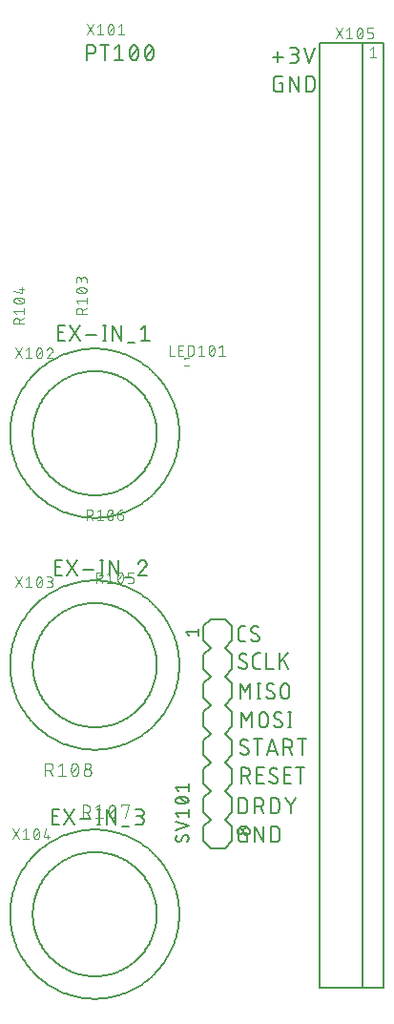
<source format=gbr>
G04 EAGLE Gerber RS-274X export*
G75*
%MOMM*%
%FSLAX34Y34*%
%LPD*%
%INSilkscreen Top*%
%IPPOS*%
%AMOC8*
5,1,8,0,0,1.08239X$1,22.5*%
G01*
%ADD10C,0.127000*%
%ADD11C,0.076200*%
%ADD12C,0.101600*%
%ADD13R,0.250000X0.225000*%
%ADD14C,0.200000*%
%ADD15C,0.152400*%


D10*
X244252Y849494D02*
X253405Y849494D01*
X248828Y844918D02*
X248828Y854071D01*
X259414Y844155D02*
X263228Y844155D01*
X263350Y844157D01*
X263472Y844163D01*
X263594Y844173D01*
X263716Y844186D01*
X263837Y844204D01*
X263957Y844225D01*
X264077Y844251D01*
X264195Y844280D01*
X264313Y844313D01*
X264430Y844349D01*
X264545Y844390D01*
X264659Y844434D01*
X264772Y844481D01*
X264883Y844533D01*
X264992Y844588D01*
X265100Y844646D01*
X265205Y844707D01*
X265309Y844773D01*
X265410Y844841D01*
X265509Y844912D01*
X265606Y844987D01*
X265700Y845065D01*
X265792Y845146D01*
X265881Y845229D01*
X265968Y845316D01*
X266051Y845405D01*
X266132Y845497D01*
X266210Y845591D01*
X266285Y845688D01*
X266356Y845787D01*
X266424Y845888D01*
X266490Y845992D01*
X266551Y846097D01*
X266609Y846205D01*
X266664Y846314D01*
X266716Y846425D01*
X266763Y846538D01*
X266807Y846652D01*
X266848Y846767D01*
X266884Y846884D01*
X266917Y847002D01*
X266946Y847120D01*
X266972Y847240D01*
X266993Y847360D01*
X267011Y847481D01*
X267024Y847603D01*
X267034Y847725D01*
X267040Y847847D01*
X267042Y847969D01*
X267040Y848091D01*
X267034Y848213D01*
X267024Y848335D01*
X267011Y848457D01*
X266993Y848578D01*
X266972Y848698D01*
X266946Y848818D01*
X266917Y848936D01*
X266884Y849054D01*
X266848Y849171D01*
X266807Y849286D01*
X266763Y849400D01*
X266716Y849513D01*
X266664Y849624D01*
X266609Y849733D01*
X266551Y849841D01*
X266490Y849946D01*
X266424Y850050D01*
X266356Y850151D01*
X266285Y850250D01*
X266210Y850347D01*
X266132Y850441D01*
X266051Y850533D01*
X265968Y850622D01*
X265881Y850709D01*
X265792Y850792D01*
X265700Y850873D01*
X265606Y850951D01*
X265509Y851026D01*
X265410Y851097D01*
X265309Y851165D01*
X265205Y851231D01*
X265100Y851292D01*
X264992Y851350D01*
X264883Y851405D01*
X264772Y851457D01*
X264659Y851504D01*
X264545Y851548D01*
X264430Y851589D01*
X264313Y851625D01*
X264195Y851658D01*
X264077Y851687D01*
X263957Y851713D01*
X263837Y851734D01*
X263716Y851752D01*
X263594Y851765D01*
X263472Y851775D01*
X263350Y851781D01*
X263228Y851783D01*
X263991Y857885D02*
X259414Y857885D01*
X263991Y857885D02*
X264100Y857883D01*
X264209Y857877D01*
X264317Y857868D01*
X264425Y857854D01*
X264533Y857837D01*
X264640Y857815D01*
X264746Y857790D01*
X264851Y857761D01*
X264955Y857729D01*
X265057Y857693D01*
X265159Y857653D01*
X265258Y857609D01*
X265357Y857562D01*
X265453Y857512D01*
X265548Y857458D01*
X265640Y857401D01*
X265731Y857340D01*
X265819Y857276D01*
X265905Y857210D01*
X265989Y857140D01*
X266070Y857067D01*
X266148Y856991D01*
X266224Y856913D01*
X266297Y856832D01*
X266367Y856748D01*
X266433Y856662D01*
X266497Y856574D01*
X266558Y856483D01*
X266615Y856391D01*
X266669Y856296D01*
X266719Y856200D01*
X266766Y856101D01*
X266810Y856002D01*
X266850Y855900D01*
X266886Y855798D01*
X266918Y855694D01*
X266947Y855589D01*
X266972Y855483D01*
X266994Y855376D01*
X267011Y855268D01*
X267025Y855160D01*
X267034Y855052D01*
X267040Y854943D01*
X267042Y854834D01*
X267040Y854725D01*
X267034Y854616D01*
X267025Y854508D01*
X267011Y854400D01*
X266994Y854292D01*
X266972Y854185D01*
X266947Y854079D01*
X266918Y853974D01*
X266886Y853870D01*
X266850Y853768D01*
X266810Y853666D01*
X266766Y853567D01*
X266719Y853468D01*
X266669Y853372D01*
X266615Y853277D01*
X266558Y853185D01*
X266497Y853094D01*
X266433Y853006D01*
X266367Y852920D01*
X266297Y852836D01*
X266224Y852755D01*
X266148Y852677D01*
X266070Y852601D01*
X265989Y852528D01*
X265905Y852458D01*
X265819Y852392D01*
X265731Y852328D01*
X265640Y852267D01*
X265548Y852210D01*
X265453Y852156D01*
X265357Y852106D01*
X265258Y852059D01*
X265159Y852015D01*
X265057Y851975D01*
X264955Y851939D01*
X264851Y851907D01*
X264746Y851878D01*
X264640Y851853D01*
X264533Y851831D01*
X264425Y851814D01*
X264317Y851800D01*
X264209Y851791D01*
X264100Y851785D01*
X263991Y851783D01*
X260940Y851783D01*
X272152Y857885D02*
X276728Y844155D01*
X281305Y857885D01*
X252505Y826383D02*
X250217Y826383D01*
X252505Y826383D02*
X252505Y818755D01*
X247928Y818755D01*
X247819Y818757D01*
X247710Y818763D01*
X247602Y818772D01*
X247494Y818786D01*
X247386Y818803D01*
X247279Y818825D01*
X247173Y818850D01*
X247068Y818879D01*
X246964Y818911D01*
X246862Y818947D01*
X246760Y818987D01*
X246661Y819031D01*
X246562Y819078D01*
X246466Y819128D01*
X246371Y819182D01*
X246279Y819239D01*
X246188Y819300D01*
X246100Y819364D01*
X246014Y819430D01*
X245930Y819500D01*
X245849Y819573D01*
X245771Y819649D01*
X245695Y819727D01*
X245622Y819808D01*
X245552Y819892D01*
X245486Y819978D01*
X245422Y820066D01*
X245361Y820157D01*
X245304Y820249D01*
X245250Y820344D01*
X245200Y820440D01*
X245153Y820539D01*
X245109Y820638D01*
X245069Y820740D01*
X245033Y820842D01*
X245001Y820946D01*
X244972Y821051D01*
X244947Y821157D01*
X244925Y821264D01*
X244908Y821372D01*
X244894Y821480D01*
X244885Y821588D01*
X244879Y821697D01*
X244877Y821806D01*
X244877Y829434D01*
X244879Y829543D01*
X244885Y829652D01*
X244894Y829760D01*
X244908Y829868D01*
X244925Y829976D01*
X244947Y830083D01*
X244972Y830189D01*
X245001Y830294D01*
X245033Y830397D01*
X245069Y830500D01*
X245109Y830602D01*
X245153Y830701D01*
X245200Y830800D01*
X245250Y830896D01*
X245304Y830991D01*
X245361Y831083D01*
X245422Y831174D01*
X245486Y831262D01*
X245552Y831348D01*
X245622Y831432D01*
X245695Y831513D01*
X245771Y831591D01*
X245849Y831667D01*
X245930Y831740D01*
X246014Y831810D01*
X246100Y831876D01*
X246188Y831940D01*
X246278Y832001D01*
X246371Y832058D01*
X246466Y832112D01*
X246562Y832162D01*
X246661Y832209D01*
X246760Y832253D01*
X246862Y832293D01*
X246964Y832329D01*
X247068Y832361D01*
X247173Y832390D01*
X247279Y832415D01*
X247386Y832437D01*
X247494Y832454D01*
X247602Y832468D01*
X247710Y832477D01*
X247819Y832483D01*
X247928Y832485D01*
X252505Y832485D01*
X259277Y832485D02*
X259277Y818755D01*
X266905Y818755D02*
X259277Y832485D01*
X266905Y832485D02*
X266905Y818755D01*
X273677Y818755D02*
X273677Y832485D01*
X277491Y832485D01*
X277613Y832483D01*
X277735Y832477D01*
X277857Y832467D01*
X277979Y832454D01*
X278100Y832436D01*
X278220Y832415D01*
X278340Y832389D01*
X278458Y832360D01*
X278576Y832327D01*
X278693Y832291D01*
X278808Y832250D01*
X278922Y832206D01*
X279035Y832159D01*
X279146Y832107D01*
X279255Y832052D01*
X279363Y831994D01*
X279468Y831933D01*
X279572Y831867D01*
X279673Y831799D01*
X279772Y831728D01*
X279869Y831653D01*
X279963Y831575D01*
X280055Y831494D01*
X280144Y831411D01*
X280231Y831324D01*
X280314Y831235D01*
X280395Y831143D01*
X280473Y831049D01*
X280548Y830952D01*
X280619Y830853D01*
X280687Y830752D01*
X280753Y830648D01*
X280814Y830543D01*
X280872Y830435D01*
X280927Y830326D01*
X280979Y830215D01*
X281026Y830102D01*
X281070Y829988D01*
X281111Y829873D01*
X281147Y829756D01*
X281180Y829638D01*
X281209Y829520D01*
X281235Y829400D01*
X281256Y829280D01*
X281274Y829159D01*
X281287Y829037D01*
X281297Y828915D01*
X281303Y828793D01*
X281305Y828671D01*
X281305Y822569D01*
X281303Y822447D01*
X281297Y822325D01*
X281287Y822203D01*
X281274Y822081D01*
X281256Y821960D01*
X281235Y821840D01*
X281209Y821720D01*
X281180Y821602D01*
X281147Y821484D01*
X281111Y821367D01*
X281070Y821252D01*
X281026Y821138D01*
X280979Y821025D01*
X280927Y820914D01*
X280872Y820805D01*
X280814Y820697D01*
X280753Y820592D01*
X280687Y820488D01*
X280619Y820387D01*
X280548Y820288D01*
X280473Y820191D01*
X280395Y820097D01*
X280314Y820005D01*
X280231Y819916D01*
X280144Y819829D01*
X280055Y819746D01*
X279963Y819665D01*
X279869Y819587D01*
X279772Y819512D01*
X279673Y819441D01*
X279572Y819373D01*
X279468Y819307D01*
X279363Y819246D01*
X279255Y819188D01*
X279146Y819133D01*
X279035Y819081D01*
X278922Y819034D01*
X278808Y818990D01*
X278693Y818949D01*
X278576Y818913D01*
X278458Y818880D01*
X278340Y818851D01*
X278220Y818825D01*
X278100Y818804D01*
X277979Y818786D01*
X277857Y818773D01*
X277735Y818763D01*
X277613Y818757D01*
X277491Y818755D01*
X273677Y818755D01*
X213995Y192165D02*
X213995Y178435D01*
X213995Y192165D02*
X217809Y192165D01*
X217931Y192163D01*
X218053Y192157D01*
X218175Y192147D01*
X218297Y192134D01*
X218418Y192116D01*
X218538Y192095D01*
X218658Y192069D01*
X218776Y192040D01*
X218894Y192007D01*
X219011Y191971D01*
X219126Y191930D01*
X219240Y191886D01*
X219353Y191839D01*
X219464Y191787D01*
X219573Y191732D01*
X219681Y191674D01*
X219786Y191613D01*
X219890Y191547D01*
X219991Y191479D01*
X220090Y191408D01*
X220187Y191333D01*
X220281Y191255D01*
X220373Y191174D01*
X220462Y191091D01*
X220549Y191004D01*
X220632Y190915D01*
X220713Y190823D01*
X220791Y190729D01*
X220866Y190632D01*
X220937Y190533D01*
X221005Y190432D01*
X221071Y190328D01*
X221132Y190223D01*
X221190Y190115D01*
X221245Y190006D01*
X221297Y189895D01*
X221344Y189782D01*
X221388Y189668D01*
X221429Y189553D01*
X221465Y189436D01*
X221498Y189318D01*
X221527Y189200D01*
X221553Y189080D01*
X221574Y188960D01*
X221592Y188839D01*
X221605Y188717D01*
X221615Y188595D01*
X221621Y188473D01*
X221623Y188351D01*
X221623Y182249D01*
X221621Y182127D01*
X221615Y182005D01*
X221605Y181883D01*
X221592Y181761D01*
X221574Y181640D01*
X221553Y181520D01*
X221527Y181400D01*
X221498Y181282D01*
X221465Y181164D01*
X221429Y181047D01*
X221388Y180932D01*
X221344Y180818D01*
X221297Y180705D01*
X221245Y180594D01*
X221190Y180485D01*
X221132Y180377D01*
X221071Y180272D01*
X221005Y180168D01*
X220937Y180067D01*
X220866Y179968D01*
X220791Y179871D01*
X220713Y179777D01*
X220632Y179685D01*
X220549Y179596D01*
X220462Y179509D01*
X220373Y179426D01*
X220281Y179345D01*
X220187Y179267D01*
X220090Y179192D01*
X219991Y179121D01*
X219890Y179053D01*
X219786Y178987D01*
X219681Y178926D01*
X219573Y178868D01*
X219464Y178813D01*
X219353Y178761D01*
X219240Y178714D01*
X219126Y178670D01*
X219011Y178629D01*
X218894Y178593D01*
X218776Y178560D01*
X218658Y178531D01*
X218538Y178505D01*
X218418Y178484D01*
X218297Y178466D01*
X218175Y178453D01*
X218053Y178443D01*
X217931Y178437D01*
X217809Y178435D01*
X213995Y178435D01*
X228484Y178435D02*
X228484Y192165D01*
X232298Y192165D01*
X232420Y192163D01*
X232542Y192157D01*
X232664Y192147D01*
X232786Y192134D01*
X232907Y192116D01*
X233027Y192095D01*
X233147Y192069D01*
X233265Y192040D01*
X233383Y192007D01*
X233500Y191971D01*
X233615Y191930D01*
X233729Y191886D01*
X233842Y191839D01*
X233953Y191787D01*
X234062Y191732D01*
X234170Y191674D01*
X234275Y191613D01*
X234379Y191547D01*
X234480Y191479D01*
X234579Y191408D01*
X234676Y191333D01*
X234770Y191255D01*
X234862Y191174D01*
X234951Y191091D01*
X235038Y191004D01*
X235121Y190915D01*
X235202Y190823D01*
X235280Y190729D01*
X235355Y190632D01*
X235426Y190533D01*
X235494Y190432D01*
X235560Y190328D01*
X235621Y190223D01*
X235679Y190115D01*
X235734Y190006D01*
X235786Y189895D01*
X235833Y189782D01*
X235877Y189668D01*
X235918Y189553D01*
X235954Y189436D01*
X235987Y189318D01*
X236016Y189200D01*
X236042Y189080D01*
X236063Y188960D01*
X236081Y188839D01*
X236094Y188717D01*
X236104Y188595D01*
X236110Y188473D01*
X236112Y188351D01*
X236110Y188229D01*
X236104Y188107D01*
X236094Y187985D01*
X236081Y187863D01*
X236063Y187742D01*
X236042Y187622D01*
X236016Y187502D01*
X235987Y187384D01*
X235954Y187266D01*
X235918Y187149D01*
X235877Y187034D01*
X235833Y186920D01*
X235786Y186807D01*
X235734Y186696D01*
X235679Y186587D01*
X235621Y186479D01*
X235560Y186374D01*
X235494Y186270D01*
X235426Y186169D01*
X235355Y186070D01*
X235280Y185973D01*
X235202Y185879D01*
X235121Y185787D01*
X235038Y185698D01*
X234951Y185611D01*
X234862Y185528D01*
X234770Y185447D01*
X234676Y185369D01*
X234579Y185294D01*
X234480Y185223D01*
X234379Y185155D01*
X234275Y185089D01*
X234170Y185028D01*
X234062Y184970D01*
X233953Y184915D01*
X233842Y184863D01*
X233729Y184816D01*
X233615Y184772D01*
X233500Y184731D01*
X233383Y184695D01*
X233265Y184662D01*
X233147Y184633D01*
X233027Y184607D01*
X232907Y184586D01*
X232786Y184568D01*
X232664Y184555D01*
X232542Y184545D01*
X232420Y184539D01*
X232298Y184537D01*
X228484Y184537D01*
X233061Y184537D02*
X236112Y178435D01*
X242345Y178435D02*
X242345Y192165D01*
X246159Y192165D01*
X246281Y192163D01*
X246403Y192157D01*
X246525Y192147D01*
X246647Y192134D01*
X246768Y192116D01*
X246888Y192095D01*
X247008Y192069D01*
X247126Y192040D01*
X247244Y192007D01*
X247361Y191971D01*
X247476Y191930D01*
X247590Y191886D01*
X247703Y191839D01*
X247814Y191787D01*
X247923Y191732D01*
X248031Y191674D01*
X248136Y191613D01*
X248240Y191547D01*
X248341Y191479D01*
X248440Y191408D01*
X248537Y191333D01*
X248631Y191255D01*
X248723Y191174D01*
X248812Y191091D01*
X248899Y191004D01*
X248982Y190915D01*
X249063Y190823D01*
X249141Y190729D01*
X249216Y190632D01*
X249287Y190533D01*
X249355Y190432D01*
X249421Y190328D01*
X249482Y190223D01*
X249540Y190115D01*
X249595Y190006D01*
X249647Y189895D01*
X249694Y189782D01*
X249738Y189668D01*
X249779Y189553D01*
X249815Y189436D01*
X249848Y189318D01*
X249877Y189200D01*
X249903Y189080D01*
X249924Y188960D01*
X249942Y188839D01*
X249955Y188717D01*
X249965Y188595D01*
X249971Y188473D01*
X249973Y188351D01*
X249973Y182249D01*
X249971Y182127D01*
X249965Y182005D01*
X249955Y181883D01*
X249942Y181761D01*
X249924Y181640D01*
X249903Y181520D01*
X249877Y181400D01*
X249848Y181282D01*
X249815Y181164D01*
X249779Y181047D01*
X249738Y180932D01*
X249694Y180818D01*
X249647Y180705D01*
X249595Y180594D01*
X249540Y180485D01*
X249482Y180377D01*
X249421Y180272D01*
X249355Y180168D01*
X249287Y180067D01*
X249216Y179968D01*
X249141Y179871D01*
X249063Y179777D01*
X248982Y179685D01*
X248899Y179596D01*
X248812Y179509D01*
X248723Y179426D01*
X248631Y179345D01*
X248537Y179267D01*
X248440Y179192D01*
X248341Y179121D01*
X248240Y179053D01*
X248136Y178987D01*
X248031Y178926D01*
X247923Y178868D01*
X247814Y178813D01*
X247703Y178761D01*
X247590Y178714D01*
X247476Y178670D01*
X247361Y178629D01*
X247244Y178593D01*
X247126Y178560D01*
X247008Y178531D01*
X246888Y178505D01*
X246768Y178484D01*
X246647Y178466D01*
X246525Y178453D01*
X246403Y178443D01*
X246281Y178437D01*
X246159Y178435D01*
X242345Y178435D01*
X255532Y192165D02*
X260109Y185681D01*
X264686Y192165D01*
X260109Y185681D02*
X260109Y178435D01*
X216535Y205105D02*
X216535Y218835D01*
X220349Y218835D01*
X220471Y218833D01*
X220593Y218827D01*
X220715Y218817D01*
X220837Y218804D01*
X220958Y218786D01*
X221078Y218765D01*
X221198Y218739D01*
X221316Y218710D01*
X221434Y218677D01*
X221551Y218641D01*
X221666Y218600D01*
X221780Y218556D01*
X221893Y218509D01*
X222004Y218457D01*
X222113Y218402D01*
X222221Y218344D01*
X222326Y218283D01*
X222430Y218217D01*
X222531Y218149D01*
X222630Y218078D01*
X222727Y218003D01*
X222821Y217925D01*
X222913Y217844D01*
X223002Y217761D01*
X223089Y217674D01*
X223172Y217585D01*
X223253Y217493D01*
X223331Y217399D01*
X223406Y217302D01*
X223477Y217203D01*
X223545Y217102D01*
X223611Y216998D01*
X223672Y216893D01*
X223730Y216785D01*
X223785Y216676D01*
X223837Y216565D01*
X223884Y216452D01*
X223928Y216338D01*
X223969Y216223D01*
X224005Y216106D01*
X224038Y215988D01*
X224067Y215870D01*
X224093Y215750D01*
X224114Y215630D01*
X224132Y215509D01*
X224145Y215387D01*
X224155Y215265D01*
X224161Y215143D01*
X224163Y215021D01*
X224161Y214899D01*
X224155Y214777D01*
X224145Y214655D01*
X224132Y214533D01*
X224114Y214412D01*
X224093Y214292D01*
X224067Y214172D01*
X224038Y214054D01*
X224005Y213936D01*
X223969Y213819D01*
X223928Y213704D01*
X223884Y213590D01*
X223837Y213477D01*
X223785Y213366D01*
X223730Y213257D01*
X223672Y213149D01*
X223611Y213044D01*
X223545Y212940D01*
X223477Y212839D01*
X223406Y212740D01*
X223331Y212643D01*
X223253Y212549D01*
X223172Y212457D01*
X223089Y212368D01*
X223002Y212281D01*
X222913Y212198D01*
X222821Y212117D01*
X222727Y212039D01*
X222630Y211964D01*
X222531Y211893D01*
X222430Y211825D01*
X222326Y211759D01*
X222221Y211698D01*
X222113Y211640D01*
X222004Y211585D01*
X221893Y211533D01*
X221780Y211486D01*
X221666Y211442D01*
X221551Y211401D01*
X221434Y211365D01*
X221316Y211332D01*
X221198Y211303D01*
X221078Y211277D01*
X220958Y211256D01*
X220837Y211238D01*
X220715Y211225D01*
X220593Y211215D01*
X220471Y211209D01*
X220349Y211207D01*
X216535Y211207D01*
X221112Y211207D02*
X224163Y205105D01*
X230423Y205105D02*
X236525Y205105D01*
X230423Y205105D02*
X230423Y218835D01*
X236525Y218835D01*
X235000Y212733D02*
X230423Y212733D01*
X245772Y205105D02*
X245881Y205107D01*
X245990Y205113D01*
X246098Y205122D01*
X246206Y205136D01*
X246314Y205153D01*
X246421Y205175D01*
X246527Y205200D01*
X246632Y205229D01*
X246736Y205261D01*
X246838Y205297D01*
X246940Y205337D01*
X247039Y205381D01*
X247138Y205428D01*
X247234Y205478D01*
X247329Y205532D01*
X247422Y205589D01*
X247512Y205650D01*
X247600Y205714D01*
X247686Y205780D01*
X247770Y205850D01*
X247851Y205923D01*
X247929Y205999D01*
X248005Y206077D01*
X248078Y206158D01*
X248148Y206242D01*
X248214Y206328D01*
X248278Y206416D01*
X248339Y206507D01*
X248396Y206599D01*
X248450Y206694D01*
X248500Y206790D01*
X248547Y206889D01*
X248591Y206988D01*
X248631Y207090D01*
X248667Y207193D01*
X248699Y207296D01*
X248728Y207401D01*
X248753Y207507D01*
X248775Y207614D01*
X248792Y207722D01*
X248806Y207830D01*
X248815Y207938D01*
X248821Y208047D01*
X248823Y208156D01*
X245772Y205105D02*
X245613Y205107D01*
X245454Y205113D01*
X245295Y205123D01*
X245137Y205136D01*
X244979Y205154D01*
X244821Y205175D01*
X244664Y205201D01*
X244508Y205230D01*
X244353Y205263D01*
X244198Y205300D01*
X244044Y205341D01*
X243891Y205385D01*
X243740Y205434D01*
X243590Y205486D01*
X243441Y205541D01*
X243293Y205601D01*
X243147Y205664D01*
X243003Y205730D01*
X242860Y205800D01*
X242719Y205874D01*
X242580Y205951D01*
X242443Y206031D01*
X242308Y206115D01*
X242175Y206202D01*
X242044Y206293D01*
X241915Y206386D01*
X241789Y206483D01*
X241665Y206583D01*
X241544Y206686D01*
X241425Y206792D01*
X241309Y206900D01*
X241196Y207012D01*
X241577Y215784D02*
X241579Y215893D01*
X241585Y216002D01*
X241594Y216110D01*
X241608Y216218D01*
X241625Y216326D01*
X241647Y216433D01*
X241672Y216539D01*
X241701Y216644D01*
X241733Y216748D01*
X241769Y216850D01*
X241809Y216952D01*
X241853Y217051D01*
X241900Y217150D01*
X241950Y217246D01*
X242004Y217341D01*
X242061Y217433D01*
X242122Y217524D01*
X242186Y217612D01*
X242252Y217698D01*
X242322Y217782D01*
X242395Y217863D01*
X242471Y217941D01*
X242549Y218017D01*
X242630Y218090D01*
X242714Y218160D01*
X242800Y218226D01*
X242888Y218290D01*
X242979Y218351D01*
X243071Y218408D01*
X243166Y218462D01*
X243262Y218512D01*
X243361Y218559D01*
X243460Y218603D01*
X243562Y218643D01*
X243664Y218679D01*
X243768Y218711D01*
X243873Y218740D01*
X243979Y218765D01*
X244086Y218787D01*
X244194Y218804D01*
X244302Y218818D01*
X244410Y218827D01*
X244519Y218833D01*
X244628Y218835D01*
X244775Y218833D01*
X244922Y218827D01*
X245069Y218818D01*
X245216Y218805D01*
X245362Y218788D01*
X245508Y218767D01*
X245653Y218742D01*
X245798Y218714D01*
X245942Y218682D01*
X246084Y218647D01*
X246226Y218607D01*
X246367Y218564D01*
X246507Y218518D01*
X246645Y218468D01*
X246782Y218414D01*
X246918Y218357D01*
X247052Y218296D01*
X247185Y218232D01*
X247316Y218164D01*
X247445Y218093D01*
X247572Y218019D01*
X247697Y217942D01*
X247821Y217861D01*
X247942Y217778D01*
X248061Y217691D01*
X243103Y213114D02*
X243008Y213172D01*
X242916Y213234D01*
X242825Y213298D01*
X242738Y213366D01*
X242652Y213437D01*
X242570Y213511D01*
X242490Y213588D01*
X242412Y213667D01*
X242338Y213750D01*
X242267Y213835D01*
X242199Y213922D01*
X242134Y214012D01*
X242072Y214104D01*
X242013Y214199D01*
X241958Y214295D01*
X241907Y214393D01*
X241859Y214493D01*
X241814Y214595D01*
X241774Y214698D01*
X241736Y214803D01*
X241703Y214908D01*
X241674Y215015D01*
X241648Y215123D01*
X241627Y215232D01*
X241609Y215342D01*
X241595Y215452D01*
X241585Y215562D01*
X241579Y215673D01*
X241577Y215784D01*
X247297Y210826D02*
X247392Y210768D01*
X247484Y210706D01*
X247575Y210642D01*
X247662Y210574D01*
X247748Y210503D01*
X247830Y210429D01*
X247910Y210352D01*
X247988Y210273D01*
X248062Y210190D01*
X248133Y210105D01*
X248201Y210018D01*
X248266Y209928D01*
X248328Y209836D01*
X248387Y209741D01*
X248442Y209645D01*
X248493Y209547D01*
X248541Y209447D01*
X248586Y209345D01*
X248626Y209242D01*
X248664Y209137D01*
X248697Y209032D01*
X248726Y208925D01*
X248752Y208817D01*
X248773Y208708D01*
X248791Y208598D01*
X248805Y208488D01*
X248815Y208378D01*
X248821Y208267D01*
X248823Y208156D01*
X247298Y210826D02*
X243102Y213114D01*
X254723Y205105D02*
X260825Y205105D01*
X254723Y205105D02*
X254723Y218835D01*
X260825Y218835D01*
X259300Y212733D02*
X254723Y212733D01*
X268859Y218835D02*
X268859Y205105D01*
X265045Y218835D02*
X272673Y218835D01*
X222893Y233556D02*
X222891Y233447D01*
X222885Y233338D01*
X222876Y233230D01*
X222862Y233122D01*
X222845Y233014D01*
X222823Y232907D01*
X222798Y232801D01*
X222769Y232696D01*
X222737Y232593D01*
X222701Y232490D01*
X222661Y232388D01*
X222617Y232289D01*
X222570Y232190D01*
X222520Y232094D01*
X222466Y231999D01*
X222409Y231907D01*
X222348Y231816D01*
X222284Y231728D01*
X222218Y231642D01*
X222148Y231558D01*
X222075Y231477D01*
X221999Y231399D01*
X221921Y231323D01*
X221840Y231250D01*
X221756Y231180D01*
X221670Y231114D01*
X221582Y231050D01*
X221492Y230989D01*
X221399Y230932D01*
X221304Y230878D01*
X221208Y230828D01*
X221109Y230781D01*
X221010Y230737D01*
X220908Y230697D01*
X220806Y230661D01*
X220702Y230629D01*
X220597Y230600D01*
X220491Y230575D01*
X220384Y230553D01*
X220276Y230536D01*
X220168Y230522D01*
X220060Y230513D01*
X219951Y230507D01*
X219842Y230505D01*
X219683Y230507D01*
X219524Y230513D01*
X219365Y230523D01*
X219207Y230536D01*
X219049Y230554D01*
X218891Y230575D01*
X218734Y230601D01*
X218578Y230630D01*
X218423Y230663D01*
X218268Y230700D01*
X218114Y230741D01*
X217961Y230785D01*
X217810Y230834D01*
X217660Y230886D01*
X217511Y230941D01*
X217363Y231001D01*
X217217Y231064D01*
X217073Y231130D01*
X216930Y231200D01*
X216789Y231274D01*
X216650Y231351D01*
X216513Y231431D01*
X216378Y231515D01*
X216245Y231602D01*
X216114Y231693D01*
X215985Y231786D01*
X215859Y231883D01*
X215735Y231983D01*
X215614Y232086D01*
X215495Y232192D01*
X215379Y232300D01*
X215266Y232412D01*
X215647Y241184D02*
X215649Y241293D01*
X215655Y241402D01*
X215664Y241510D01*
X215678Y241618D01*
X215695Y241726D01*
X215717Y241833D01*
X215742Y241939D01*
X215771Y242044D01*
X215803Y242148D01*
X215839Y242250D01*
X215879Y242352D01*
X215923Y242451D01*
X215970Y242550D01*
X216020Y242646D01*
X216074Y242741D01*
X216131Y242833D01*
X216192Y242924D01*
X216256Y243012D01*
X216322Y243098D01*
X216392Y243182D01*
X216465Y243263D01*
X216541Y243341D01*
X216619Y243417D01*
X216700Y243490D01*
X216784Y243560D01*
X216870Y243626D01*
X216958Y243690D01*
X217049Y243751D01*
X217141Y243808D01*
X217236Y243862D01*
X217332Y243912D01*
X217431Y243959D01*
X217530Y244003D01*
X217632Y244043D01*
X217734Y244079D01*
X217838Y244111D01*
X217943Y244140D01*
X218049Y244165D01*
X218156Y244187D01*
X218264Y244204D01*
X218372Y244218D01*
X218480Y244227D01*
X218589Y244233D01*
X218698Y244235D01*
X218845Y244233D01*
X218992Y244227D01*
X219139Y244218D01*
X219286Y244205D01*
X219432Y244188D01*
X219578Y244167D01*
X219723Y244142D01*
X219868Y244114D01*
X220012Y244082D01*
X220154Y244047D01*
X220296Y244007D01*
X220437Y243964D01*
X220577Y243918D01*
X220715Y243868D01*
X220852Y243814D01*
X220988Y243757D01*
X221122Y243696D01*
X221255Y243632D01*
X221386Y243564D01*
X221515Y243493D01*
X221642Y243419D01*
X221767Y243342D01*
X221891Y243261D01*
X222012Y243178D01*
X222131Y243091D01*
X217172Y238514D02*
X217077Y238572D01*
X216985Y238634D01*
X216894Y238698D01*
X216807Y238766D01*
X216721Y238837D01*
X216639Y238911D01*
X216559Y238988D01*
X216481Y239067D01*
X216407Y239150D01*
X216336Y239235D01*
X216268Y239322D01*
X216203Y239412D01*
X216141Y239504D01*
X216082Y239599D01*
X216027Y239695D01*
X215976Y239793D01*
X215928Y239893D01*
X215883Y239995D01*
X215843Y240098D01*
X215805Y240203D01*
X215772Y240308D01*
X215743Y240415D01*
X215717Y240523D01*
X215696Y240632D01*
X215678Y240742D01*
X215664Y240852D01*
X215654Y240962D01*
X215648Y241073D01*
X215646Y241184D01*
X221367Y236226D02*
X221462Y236168D01*
X221554Y236106D01*
X221645Y236042D01*
X221732Y235974D01*
X221818Y235903D01*
X221900Y235829D01*
X221980Y235752D01*
X222058Y235673D01*
X222132Y235590D01*
X222203Y235505D01*
X222271Y235418D01*
X222336Y235328D01*
X222398Y235236D01*
X222457Y235141D01*
X222512Y235045D01*
X222563Y234947D01*
X222611Y234847D01*
X222656Y234745D01*
X222696Y234642D01*
X222734Y234537D01*
X222767Y234432D01*
X222796Y234325D01*
X222822Y234217D01*
X222843Y234108D01*
X222861Y233998D01*
X222875Y233888D01*
X222885Y233778D01*
X222891Y233667D01*
X222893Y233556D01*
X221367Y236226D02*
X217172Y238514D01*
X231229Y244235D02*
X231229Y230505D01*
X227415Y244235D02*
X235043Y244235D01*
X243829Y244235D02*
X239252Y230505D01*
X248406Y230505D02*
X243829Y244235D01*
X247261Y233938D02*
X240396Y233938D01*
X254054Y230505D02*
X254054Y244235D01*
X257868Y244235D01*
X257990Y244233D01*
X258112Y244227D01*
X258234Y244217D01*
X258356Y244204D01*
X258477Y244186D01*
X258597Y244165D01*
X258717Y244139D01*
X258835Y244110D01*
X258953Y244077D01*
X259070Y244041D01*
X259185Y244000D01*
X259299Y243956D01*
X259412Y243909D01*
X259523Y243857D01*
X259632Y243802D01*
X259740Y243744D01*
X259845Y243683D01*
X259949Y243617D01*
X260050Y243549D01*
X260149Y243478D01*
X260246Y243403D01*
X260340Y243325D01*
X260432Y243244D01*
X260521Y243161D01*
X260608Y243074D01*
X260691Y242985D01*
X260772Y242893D01*
X260850Y242799D01*
X260925Y242702D01*
X260996Y242603D01*
X261064Y242502D01*
X261130Y242398D01*
X261191Y242293D01*
X261249Y242185D01*
X261304Y242076D01*
X261356Y241965D01*
X261403Y241852D01*
X261447Y241738D01*
X261488Y241623D01*
X261524Y241506D01*
X261557Y241388D01*
X261586Y241270D01*
X261612Y241150D01*
X261633Y241030D01*
X261651Y240909D01*
X261664Y240787D01*
X261674Y240665D01*
X261680Y240543D01*
X261682Y240421D01*
X261680Y240299D01*
X261674Y240177D01*
X261664Y240055D01*
X261651Y239933D01*
X261633Y239812D01*
X261612Y239692D01*
X261586Y239572D01*
X261557Y239454D01*
X261524Y239336D01*
X261488Y239219D01*
X261447Y239104D01*
X261403Y238990D01*
X261356Y238877D01*
X261304Y238766D01*
X261249Y238657D01*
X261191Y238549D01*
X261130Y238444D01*
X261064Y238340D01*
X260996Y238239D01*
X260925Y238140D01*
X260850Y238043D01*
X260772Y237949D01*
X260691Y237857D01*
X260608Y237768D01*
X260521Y237681D01*
X260432Y237598D01*
X260340Y237517D01*
X260246Y237439D01*
X260149Y237364D01*
X260050Y237293D01*
X259949Y237225D01*
X259845Y237159D01*
X259740Y237098D01*
X259632Y237040D01*
X259523Y236985D01*
X259412Y236933D01*
X259299Y236886D01*
X259185Y236842D01*
X259070Y236801D01*
X258953Y236765D01*
X258835Y236732D01*
X258717Y236703D01*
X258597Y236677D01*
X258477Y236656D01*
X258356Y236638D01*
X258234Y236625D01*
X258112Y236615D01*
X257990Y236609D01*
X257868Y236607D01*
X254054Y236607D01*
X258631Y236607D02*
X261682Y230505D01*
X270379Y230505D02*
X270379Y244235D01*
X266565Y244235D02*
X274193Y244235D01*
X220097Y330835D02*
X217046Y330835D01*
X216937Y330837D01*
X216828Y330843D01*
X216720Y330852D01*
X216612Y330866D01*
X216504Y330883D01*
X216397Y330905D01*
X216291Y330930D01*
X216186Y330959D01*
X216082Y330991D01*
X215980Y331027D01*
X215878Y331067D01*
X215779Y331111D01*
X215680Y331158D01*
X215584Y331208D01*
X215489Y331262D01*
X215397Y331319D01*
X215306Y331380D01*
X215218Y331444D01*
X215132Y331510D01*
X215048Y331580D01*
X214967Y331653D01*
X214889Y331729D01*
X214813Y331807D01*
X214740Y331888D01*
X214670Y331972D01*
X214604Y332058D01*
X214540Y332146D01*
X214479Y332237D01*
X214422Y332329D01*
X214368Y332424D01*
X214318Y332520D01*
X214271Y332619D01*
X214227Y332718D01*
X214187Y332820D01*
X214151Y332922D01*
X214119Y333026D01*
X214090Y333131D01*
X214065Y333237D01*
X214043Y333344D01*
X214026Y333452D01*
X214012Y333560D01*
X214003Y333668D01*
X213997Y333777D01*
X213995Y333886D01*
X213995Y341514D01*
X213997Y341623D01*
X214003Y341732D01*
X214012Y341840D01*
X214026Y341948D01*
X214043Y342056D01*
X214065Y342163D01*
X214090Y342269D01*
X214119Y342374D01*
X214151Y342477D01*
X214187Y342580D01*
X214227Y342682D01*
X214271Y342781D01*
X214318Y342880D01*
X214368Y342976D01*
X214422Y343071D01*
X214479Y343163D01*
X214540Y343254D01*
X214604Y343342D01*
X214670Y343428D01*
X214740Y343512D01*
X214813Y343593D01*
X214889Y343671D01*
X214967Y343747D01*
X215048Y343820D01*
X215132Y343890D01*
X215218Y343956D01*
X215306Y344020D01*
X215396Y344081D01*
X215489Y344138D01*
X215584Y344192D01*
X215680Y344242D01*
X215779Y344289D01*
X215878Y344333D01*
X215980Y344373D01*
X216082Y344409D01*
X216186Y344441D01*
X216291Y344470D01*
X216397Y344495D01*
X216504Y344517D01*
X216612Y344534D01*
X216720Y344548D01*
X216828Y344557D01*
X216937Y344563D01*
X217046Y344565D01*
X220097Y344565D01*
X232463Y333886D02*
X232461Y333777D01*
X232455Y333668D01*
X232446Y333560D01*
X232432Y333452D01*
X232415Y333344D01*
X232393Y333237D01*
X232368Y333131D01*
X232339Y333026D01*
X232307Y332923D01*
X232271Y332820D01*
X232231Y332718D01*
X232187Y332619D01*
X232140Y332520D01*
X232090Y332424D01*
X232036Y332329D01*
X231979Y332237D01*
X231918Y332146D01*
X231854Y332058D01*
X231788Y331972D01*
X231718Y331888D01*
X231645Y331807D01*
X231569Y331729D01*
X231491Y331653D01*
X231410Y331580D01*
X231326Y331510D01*
X231240Y331444D01*
X231152Y331380D01*
X231062Y331319D01*
X230969Y331262D01*
X230874Y331208D01*
X230778Y331158D01*
X230679Y331111D01*
X230580Y331067D01*
X230478Y331027D01*
X230376Y330991D01*
X230272Y330959D01*
X230167Y330930D01*
X230061Y330905D01*
X229954Y330883D01*
X229846Y330866D01*
X229738Y330852D01*
X229630Y330843D01*
X229521Y330837D01*
X229412Y330835D01*
X229253Y330837D01*
X229094Y330843D01*
X228935Y330853D01*
X228777Y330866D01*
X228619Y330884D01*
X228461Y330905D01*
X228304Y330931D01*
X228148Y330960D01*
X227993Y330993D01*
X227838Y331030D01*
X227684Y331071D01*
X227531Y331115D01*
X227380Y331164D01*
X227230Y331216D01*
X227081Y331271D01*
X226933Y331331D01*
X226787Y331394D01*
X226643Y331460D01*
X226500Y331530D01*
X226359Y331604D01*
X226220Y331681D01*
X226083Y331761D01*
X225948Y331845D01*
X225815Y331932D01*
X225684Y332023D01*
X225555Y332116D01*
X225429Y332213D01*
X225305Y332313D01*
X225184Y332416D01*
X225065Y332522D01*
X224949Y332630D01*
X224836Y332742D01*
X225217Y341514D02*
X225219Y341623D01*
X225225Y341732D01*
X225234Y341840D01*
X225248Y341948D01*
X225265Y342056D01*
X225287Y342163D01*
X225312Y342269D01*
X225341Y342374D01*
X225373Y342478D01*
X225409Y342580D01*
X225449Y342682D01*
X225493Y342781D01*
X225540Y342880D01*
X225590Y342976D01*
X225644Y343071D01*
X225701Y343163D01*
X225762Y343254D01*
X225826Y343342D01*
X225892Y343428D01*
X225962Y343512D01*
X226035Y343593D01*
X226111Y343671D01*
X226189Y343747D01*
X226270Y343820D01*
X226354Y343890D01*
X226440Y343956D01*
X226528Y344020D01*
X226619Y344081D01*
X226711Y344138D01*
X226806Y344192D01*
X226902Y344242D01*
X227001Y344289D01*
X227100Y344333D01*
X227202Y344373D01*
X227304Y344409D01*
X227408Y344441D01*
X227513Y344470D01*
X227619Y344495D01*
X227726Y344517D01*
X227834Y344534D01*
X227942Y344548D01*
X228050Y344557D01*
X228159Y344563D01*
X228268Y344565D01*
X228415Y344563D01*
X228562Y344557D01*
X228709Y344548D01*
X228856Y344535D01*
X229002Y344518D01*
X229148Y344497D01*
X229293Y344472D01*
X229438Y344444D01*
X229582Y344412D01*
X229724Y344377D01*
X229866Y344337D01*
X230007Y344294D01*
X230147Y344248D01*
X230285Y344198D01*
X230422Y344144D01*
X230558Y344087D01*
X230692Y344026D01*
X230825Y343962D01*
X230956Y343894D01*
X231085Y343823D01*
X231212Y343749D01*
X231337Y343672D01*
X231461Y343591D01*
X231582Y343508D01*
X231701Y343421D01*
X226743Y338844D02*
X226648Y338902D01*
X226556Y338964D01*
X226465Y339028D01*
X226378Y339096D01*
X226292Y339167D01*
X226210Y339241D01*
X226130Y339318D01*
X226052Y339397D01*
X225978Y339480D01*
X225907Y339565D01*
X225839Y339652D01*
X225774Y339742D01*
X225712Y339834D01*
X225653Y339929D01*
X225598Y340025D01*
X225547Y340123D01*
X225499Y340223D01*
X225454Y340325D01*
X225414Y340428D01*
X225376Y340533D01*
X225343Y340638D01*
X225314Y340745D01*
X225288Y340853D01*
X225267Y340962D01*
X225249Y341072D01*
X225235Y341182D01*
X225225Y341292D01*
X225219Y341403D01*
X225217Y341514D01*
X230937Y336556D02*
X231032Y336498D01*
X231124Y336436D01*
X231215Y336372D01*
X231302Y336304D01*
X231388Y336233D01*
X231470Y336159D01*
X231550Y336082D01*
X231628Y336003D01*
X231702Y335920D01*
X231773Y335835D01*
X231841Y335748D01*
X231906Y335658D01*
X231968Y335566D01*
X232027Y335471D01*
X232082Y335375D01*
X232133Y335277D01*
X232181Y335177D01*
X232226Y335075D01*
X232266Y334972D01*
X232304Y334867D01*
X232337Y334762D01*
X232366Y334655D01*
X232392Y334547D01*
X232413Y334438D01*
X232431Y334328D01*
X232445Y334218D01*
X232455Y334108D01*
X232461Y333997D01*
X232463Y333886D01*
X230938Y336556D02*
X226742Y338844D01*
X215265Y293765D02*
X215265Y280035D01*
X219842Y286137D02*
X215265Y293765D01*
X219842Y286137D02*
X224418Y293765D01*
X224418Y280035D01*
X231992Y280035D02*
X231992Y293765D01*
X230466Y280035D02*
X233517Y280035D01*
X233517Y293765D02*
X230466Y293765D01*
X243104Y280035D02*
X243213Y280037D01*
X243322Y280043D01*
X243430Y280052D01*
X243538Y280066D01*
X243646Y280083D01*
X243753Y280105D01*
X243859Y280130D01*
X243964Y280159D01*
X244068Y280191D01*
X244170Y280227D01*
X244272Y280267D01*
X244371Y280311D01*
X244470Y280358D01*
X244566Y280408D01*
X244661Y280462D01*
X244754Y280519D01*
X244844Y280580D01*
X244932Y280644D01*
X245018Y280710D01*
X245102Y280780D01*
X245183Y280853D01*
X245261Y280929D01*
X245337Y281007D01*
X245410Y281088D01*
X245480Y281172D01*
X245546Y281258D01*
X245610Y281346D01*
X245671Y281437D01*
X245728Y281529D01*
X245782Y281624D01*
X245832Y281720D01*
X245879Y281819D01*
X245923Y281918D01*
X245963Y282020D01*
X245999Y282123D01*
X246031Y282226D01*
X246060Y282331D01*
X246085Y282437D01*
X246107Y282544D01*
X246124Y282652D01*
X246138Y282760D01*
X246147Y282868D01*
X246153Y282977D01*
X246155Y283086D01*
X243104Y280035D02*
X242945Y280037D01*
X242786Y280043D01*
X242627Y280053D01*
X242469Y280066D01*
X242311Y280084D01*
X242153Y280105D01*
X241996Y280131D01*
X241840Y280160D01*
X241685Y280193D01*
X241530Y280230D01*
X241376Y280271D01*
X241223Y280315D01*
X241072Y280364D01*
X240922Y280416D01*
X240773Y280471D01*
X240625Y280531D01*
X240479Y280594D01*
X240335Y280660D01*
X240192Y280730D01*
X240051Y280804D01*
X239912Y280881D01*
X239775Y280961D01*
X239640Y281045D01*
X239507Y281132D01*
X239376Y281223D01*
X239247Y281316D01*
X239121Y281413D01*
X238997Y281513D01*
X238876Y281616D01*
X238757Y281722D01*
X238641Y281830D01*
X238528Y281942D01*
X238909Y290714D02*
X238911Y290823D01*
X238917Y290932D01*
X238926Y291040D01*
X238940Y291148D01*
X238957Y291256D01*
X238979Y291363D01*
X239004Y291469D01*
X239033Y291574D01*
X239065Y291678D01*
X239101Y291780D01*
X239141Y291882D01*
X239185Y291981D01*
X239232Y292080D01*
X239282Y292176D01*
X239336Y292271D01*
X239393Y292363D01*
X239454Y292454D01*
X239518Y292542D01*
X239584Y292628D01*
X239654Y292712D01*
X239727Y292793D01*
X239803Y292871D01*
X239881Y292947D01*
X239962Y293020D01*
X240046Y293090D01*
X240132Y293156D01*
X240220Y293220D01*
X240311Y293281D01*
X240403Y293338D01*
X240498Y293392D01*
X240594Y293442D01*
X240693Y293489D01*
X240792Y293533D01*
X240894Y293573D01*
X240996Y293609D01*
X241100Y293641D01*
X241205Y293670D01*
X241311Y293695D01*
X241418Y293717D01*
X241526Y293734D01*
X241634Y293748D01*
X241742Y293757D01*
X241851Y293763D01*
X241960Y293765D01*
X242107Y293763D01*
X242254Y293757D01*
X242401Y293748D01*
X242548Y293735D01*
X242694Y293718D01*
X242840Y293697D01*
X242985Y293672D01*
X243130Y293644D01*
X243274Y293612D01*
X243416Y293577D01*
X243558Y293537D01*
X243699Y293494D01*
X243839Y293448D01*
X243977Y293398D01*
X244114Y293344D01*
X244250Y293287D01*
X244384Y293226D01*
X244517Y293162D01*
X244648Y293094D01*
X244777Y293023D01*
X244904Y292949D01*
X245029Y292872D01*
X245153Y292791D01*
X245274Y292708D01*
X245393Y292621D01*
X240435Y288044D02*
X240340Y288102D01*
X240248Y288164D01*
X240157Y288228D01*
X240070Y288296D01*
X239984Y288367D01*
X239902Y288441D01*
X239822Y288518D01*
X239744Y288597D01*
X239670Y288680D01*
X239599Y288765D01*
X239531Y288852D01*
X239466Y288942D01*
X239404Y289034D01*
X239345Y289129D01*
X239290Y289225D01*
X239239Y289323D01*
X239191Y289423D01*
X239146Y289525D01*
X239106Y289628D01*
X239068Y289733D01*
X239035Y289838D01*
X239006Y289945D01*
X238980Y290053D01*
X238959Y290162D01*
X238941Y290272D01*
X238927Y290382D01*
X238917Y290492D01*
X238911Y290603D01*
X238909Y290714D01*
X244630Y285756D02*
X244725Y285698D01*
X244817Y285636D01*
X244908Y285572D01*
X244995Y285504D01*
X245081Y285433D01*
X245163Y285359D01*
X245243Y285282D01*
X245321Y285203D01*
X245395Y285120D01*
X245466Y285035D01*
X245534Y284948D01*
X245599Y284858D01*
X245661Y284766D01*
X245720Y284671D01*
X245775Y284575D01*
X245826Y284477D01*
X245874Y284377D01*
X245919Y284275D01*
X245959Y284172D01*
X245997Y284067D01*
X246030Y283962D01*
X246059Y283855D01*
X246085Y283747D01*
X246106Y283638D01*
X246124Y283528D01*
X246138Y283418D01*
X246148Y283308D01*
X246154Y283197D01*
X246156Y283086D01*
X244630Y285756D02*
X240435Y288044D01*
X251578Y289951D02*
X251578Y283849D01*
X251578Y289951D02*
X251580Y290073D01*
X251586Y290195D01*
X251596Y290317D01*
X251609Y290439D01*
X251627Y290560D01*
X251648Y290680D01*
X251674Y290800D01*
X251703Y290918D01*
X251736Y291036D01*
X251772Y291153D01*
X251813Y291268D01*
X251857Y291382D01*
X251904Y291495D01*
X251956Y291606D01*
X252011Y291715D01*
X252069Y291823D01*
X252130Y291928D01*
X252196Y292032D01*
X252264Y292133D01*
X252335Y292232D01*
X252410Y292329D01*
X252488Y292423D01*
X252569Y292515D01*
X252652Y292604D01*
X252739Y292691D01*
X252828Y292774D01*
X252920Y292855D01*
X253014Y292933D01*
X253111Y293008D01*
X253210Y293079D01*
X253311Y293147D01*
X253415Y293213D01*
X253520Y293274D01*
X253628Y293332D01*
X253737Y293387D01*
X253848Y293439D01*
X253961Y293486D01*
X254075Y293530D01*
X254190Y293571D01*
X254307Y293607D01*
X254425Y293640D01*
X254543Y293669D01*
X254663Y293695D01*
X254783Y293716D01*
X254904Y293734D01*
X255026Y293747D01*
X255148Y293757D01*
X255270Y293763D01*
X255392Y293765D01*
X255514Y293763D01*
X255636Y293757D01*
X255758Y293747D01*
X255880Y293734D01*
X256001Y293716D01*
X256121Y293695D01*
X256241Y293669D01*
X256359Y293640D01*
X256477Y293607D01*
X256594Y293571D01*
X256709Y293530D01*
X256823Y293486D01*
X256936Y293439D01*
X257047Y293387D01*
X257156Y293332D01*
X257264Y293274D01*
X257369Y293213D01*
X257473Y293147D01*
X257574Y293079D01*
X257673Y293008D01*
X257770Y292933D01*
X257864Y292855D01*
X257956Y292774D01*
X258045Y292691D01*
X258132Y292604D01*
X258215Y292515D01*
X258296Y292423D01*
X258374Y292329D01*
X258449Y292232D01*
X258520Y292133D01*
X258588Y292032D01*
X258654Y291928D01*
X258715Y291823D01*
X258773Y291715D01*
X258828Y291606D01*
X258880Y291495D01*
X258927Y291382D01*
X258971Y291268D01*
X259012Y291153D01*
X259048Y291036D01*
X259081Y290918D01*
X259110Y290800D01*
X259136Y290680D01*
X259157Y290560D01*
X259175Y290439D01*
X259188Y290317D01*
X259198Y290195D01*
X259204Y290073D01*
X259206Y289951D01*
X259206Y283849D01*
X259204Y283727D01*
X259198Y283605D01*
X259188Y283483D01*
X259175Y283361D01*
X259157Y283240D01*
X259136Y283120D01*
X259110Y283000D01*
X259081Y282882D01*
X259048Y282764D01*
X259012Y282647D01*
X258971Y282532D01*
X258927Y282418D01*
X258880Y282305D01*
X258828Y282194D01*
X258773Y282085D01*
X258715Y281977D01*
X258654Y281872D01*
X258588Y281768D01*
X258520Y281667D01*
X258449Y281568D01*
X258374Y281471D01*
X258296Y281377D01*
X258215Y281285D01*
X258132Y281196D01*
X258045Y281109D01*
X257956Y281026D01*
X257864Y280945D01*
X257770Y280867D01*
X257673Y280792D01*
X257574Y280721D01*
X257473Y280653D01*
X257369Y280587D01*
X257264Y280526D01*
X257156Y280468D01*
X257047Y280413D01*
X256936Y280361D01*
X256823Y280314D01*
X256709Y280270D01*
X256594Y280229D01*
X256477Y280193D01*
X256359Y280160D01*
X256241Y280131D01*
X256121Y280105D01*
X256001Y280084D01*
X255880Y280066D01*
X255758Y280053D01*
X255636Y280043D01*
X255514Y280037D01*
X255392Y280035D01*
X255270Y280037D01*
X255148Y280043D01*
X255026Y280053D01*
X254904Y280066D01*
X254783Y280084D01*
X254663Y280105D01*
X254543Y280131D01*
X254425Y280160D01*
X254307Y280193D01*
X254190Y280229D01*
X254075Y280270D01*
X253961Y280314D01*
X253848Y280361D01*
X253737Y280413D01*
X253628Y280468D01*
X253520Y280526D01*
X253415Y280587D01*
X253311Y280653D01*
X253210Y280721D01*
X253111Y280792D01*
X253014Y280867D01*
X252920Y280945D01*
X252828Y281026D01*
X252739Y281109D01*
X252652Y281196D01*
X252569Y281285D01*
X252488Y281377D01*
X252410Y281471D01*
X252335Y281568D01*
X252264Y281667D01*
X252196Y281768D01*
X252130Y281872D01*
X252069Y281977D01*
X252011Y282085D01*
X251956Y282194D01*
X251904Y282305D01*
X251857Y282418D01*
X251813Y282532D01*
X251772Y282647D01*
X251736Y282764D01*
X251703Y282882D01*
X251674Y283000D01*
X251648Y283120D01*
X251627Y283240D01*
X251609Y283361D01*
X251596Y283483D01*
X251586Y283605D01*
X251580Y283727D01*
X251578Y283849D01*
X221623Y309756D02*
X221621Y309647D01*
X221615Y309538D01*
X221606Y309430D01*
X221592Y309322D01*
X221575Y309214D01*
X221553Y309107D01*
X221528Y309001D01*
X221499Y308896D01*
X221467Y308793D01*
X221431Y308690D01*
X221391Y308588D01*
X221347Y308489D01*
X221300Y308390D01*
X221250Y308294D01*
X221196Y308199D01*
X221139Y308107D01*
X221078Y308016D01*
X221014Y307928D01*
X220948Y307842D01*
X220878Y307758D01*
X220805Y307677D01*
X220729Y307599D01*
X220651Y307523D01*
X220570Y307450D01*
X220486Y307380D01*
X220400Y307314D01*
X220312Y307250D01*
X220222Y307189D01*
X220129Y307132D01*
X220034Y307078D01*
X219938Y307028D01*
X219839Y306981D01*
X219740Y306937D01*
X219638Y306897D01*
X219536Y306861D01*
X219432Y306829D01*
X219327Y306800D01*
X219221Y306775D01*
X219114Y306753D01*
X219006Y306736D01*
X218898Y306722D01*
X218790Y306713D01*
X218681Y306707D01*
X218572Y306705D01*
X218413Y306707D01*
X218254Y306713D01*
X218095Y306723D01*
X217937Y306736D01*
X217779Y306754D01*
X217621Y306775D01*
X217464Y306801D01*
X217308Y306830D01*
X217153Y306863D01*
X216998Y306900D01*
X216844Y306941D01*
X216691Y306985D01*
X216540Y307034D01*
X216390Y307086D01*
X216241Y307141D01*
X216093Y307201D01*
X215947Y307264D01*
X215803Y307330D01*
X215660Y307400D01*
X215519Y307474D01*
X215380Y307551D01*
X215243Y307631D01*
X215108Y307715D01*
X214975Y307802D01*
X214844Y307893D01*
X214715Y307986D01*
X214589Y308083D01*
X214465Y308183D01*
X214344Y308286D01*
X214225Y308392D01*
X214109Y308500D01*
X213996Y308612D01*
X214377Y317384D02*
X214379Y317493D01*
X214385Y317602D01*
X214394Y317710D01*
X214408Y317818D01*
X214425Y317926D01*
X214447Y318033D01*
X214472Y318139D01*
X214501Y318244D01*
X214533Y318348D01*
X214569Y318450D01*
X214609Y318552D01*
X214653Y318651D01*
X214700Y318750D01*
X214750Y318846D01*
X214804Y318941D01*
X214861Y319033D01*
X214922Y319124D01*
X214986Y319212D01*
X215052Y319298D01*
X215122Y319382D01*
X215195Y319463D01*
X215271Y319541D01*
X215349Y319617D01*
X215430Y319690D01*
X215514Y319760D01*
X215600Y319826D01*
X215688Y319890D01*
X215779Y319951D01*
X215871Y320008D01*
X215966Y320062D01*
X216062Y320112D01*
X216161Y320159D01*
X216260Y320203D01*
X216362Y320243D01*
X216464Y320279D01*
X216568Y320311D01*
X216673Y320340D01*
X216779Y320365D01*
X216886Y320387D01*
X216994Y320404D01*
X217102Y320418D01*
X217210Y320427D01*
X217319Y320433D01*
X217428Y320435D01*
X217575Y320433D01*
X217722Y320427D01*
X217869Y320418D01*
X218016Y320405D01*
X218162Y320388D01*
X218308Y320367D01*
X218453Y320342D01*
X218598Y320314D01*
X218742Y320282D01*
X218884Y320247D01*
X219026Y320207D01*
X219167Y320164D01*
X219307Y320118D01*
X219445Y320068D01*
X219582Y320014D01*
X219718Y319957D01*
X219852Y319896D01*
X219985Y319832D01*
X220116Y319764D01*
X220245Y319693D01*
X220372Y319619D01*
X220497Y319542D01*
X220621Y319461D01*
X220742Y319378D01*
X220861Y319291D01*
X215902Y314714D02*
X215807Y314772D01*
X215715Y314834D01*
X215624Y314898D01*
X215537Y314966D01*
X215451Y315037D01*
X215369Y315111D01*
X215289Y315188D01*
X215211Y315267D01*
X215137Y315350D01*
X215066Y315435D01*
X214998Y315522D01*
X214933Y315612D01*
X214871Y315704D01*
X214812Y315799D01*
X214757Y315895D01*
X214706Y315993D01*
X214658Y316093D01*
X214613Y316195D01*
X214573Y316298D01*
X214535Y316403D01*
X214502Y316508D01*
X214473Y316615D01*
X214447Y316723D01*
X214426Y316832D01*
X214408Y316942D01*
X214394Y317052D01*
X214384Y317162D01*
X214378Y317273D01*
X214376Y317384D01*
X220097Y312426D02*
X220192Y312368D01*
X220284Y312306D01*
X220375Y312242D01*
X220462Y312174D01*
X220548Y312103D01*
X220630Y312029D01*
X220710Y311952D01*
X220788Y311873D01*
X220862Y311790D01*
X220933Y311705D01*
X221001Y311618D01*
X221066Y311528D01*
X221128Y311436D01*
X221187Y311341D01*
X221242Y311245D01*
X221293Y311147D01*
X221341Y311047D01*
X221386Y310945D01*
X221426Y310842D01*
X221464Y310737D01*
X221497Y310632D01*
X221526Y310525D01*
X221552Y310417D01*
X221573Y310308D01*
X221591Y310198D01*
X221605Y310088D01*
X221615Y309978D01*
X221621Y309867D01*
X221623Y309756D01*
X220097Y312426D02*
X215902Y314714D01*
X230056Y306705D02*
X233107Y306705D01*
X230056Y306705D02*
X229947Y306707D01*
X229838Y306713D01*
X229730Y306722D01*
X229622Y306736D01*
X229514Y306753D01*
X229407Y306775D01*
X229301Y306800D01*
X229196Y306829D01*
X229092Y306861D01*
X228990Y306897D01*
X228888Y306937D01*
X228789Y306981D01*
X228690Y307028D01*
X228594Y307078D01*
X228499Y307132D01*
X228407Y307189D01*
X228316Y307250D01*
X228228Y307314D01*
X228142Y307380D01*
X228058Y307450D01*
X227977Y307523D01*
X227899Y307599D01*
X227823Y307677D01*
X227750Y307758D01*
X227680Y307842D01*
X227614Y307928D01*
X227550Y308016D01*
X227489Y308107D01*
X227432Y308199D01*
X227378Y308294D01*
X227328Y308390D01*
X227281Y308489D01*
X227237Y308588D01*
X227197Y308690D01*
X227161Y308792D01*
X227129Y308896D01*
X227100Y309001D01*
X227075Y309107D01*
X227053Y309214D01*
X227036Y309322D01*
X227022Y309430D01*
X227013Y309538D01*
X227007Y309647D01*
X227005Y309756D01*
X227005Y317384D01*
X227007Y317493D01*
X227013Y317602D01*
X227022Y317710D01*
X227036Y317818D01*
X227053Y317926D01*
X227075Y318033D01*
X227100Y318139D01*
X227129Y318244D01*
X227161Y318347D01*
X227197Y318450D01*
X227237Y318552D01*
X227281Y318651D01*
X227328Y318750D01*
X227378Y318846D01*
X227432Y318941D01*
X227489Y319033D01*
X227550Y319124D01*
X227614Y319212D01*
X227680Y319298D01*
X227750Y319382D01*
X227823Y319463D01*
X227899Y319541D01*
X227977Y319617D01*
X228058Y319690D01*
X228142Y319760D01*
X228228Y319826D01*
X228316Y319890D01*
X228406Y319951D01*
X228499Y320008D01*
X228594Y320062D01*
X228690Y320112D01*
X228789Y320159D01*
X228888Y320203D01*
X228990Y320243D01*
X229092Y320279D01*
X229196Y320311D01*
X229301Y320340D01*
X229407Y320365D01*
X229514Y320387D01*
X229622Y320404D01*
X229730Y320418D01*
X229838Y320427D01*
X229947Y320433D01*
X230056Y320435D01*
X233107Y320435D01*
X238772Y320435D02*
X238772Y306705D01*
X244875Y306705D01*
X250651Y306705D02*
X250651Y320435D01*
X258279Y320435D02*
X250651Y312044D01*
X253702Y315096D02*
X258279Y306705D01*
X216535Y268365D02*
X216535Y254635D01*
X221112Y260737D02*
X216535Y268365D01*
X221112Y260737D02*
X225688Y268365D01*
X225688Y254635D01*
X232148Y258449D02*
X232148Y264551D01*
X232150Y264673D01*
X232156Y264795D01*
X232166Y264917D01*
X232179Y265039D01*
X232197Y265160D01*
X232218Y265280D01*
X232244Y265400D01*
X232273Y265518D01*
X232306Y265636D01*
X232342Y265753D01*
X232383Y265868D01*
X232427Y265982D01*
X232474Y266095D01*
X232526Y266206D01*
X232581Y266315D01*
X232639Y266423D01*
X232700Y266528D01*
X232766Y266632D01*
X232834Y266733D01*
X232905Y266832D01*
X232980Y266929D01*
X233058Y267023D01*
X233139Y267115D01*
X233222Y267204D01*
X233309Y267291D01*
X233398Y267374D01*
X233490Y267455D01*
X233584Y267533D01*
X233681Y267608D01*
X233780Y267679D01*
X233881Y267747D01*
X233985Y267813D01*
X234090Y267874D01*
X234198Y267932D01*
X234307Y267987D01*
X234418Y268039D01*
X234531Y268086D01*
X234645Y268130D01*
X234760Y268171D01*
X234877Y268207D01*
X234995Y268240D01*
X235113Y268269D01*
X235233Y268295D01*
X235353Y268316D01*
X235474Y268334D01*
X235596Y268347D01*
X235718Y268357D01*
X235840Y268363D01*
X235962Y268365D01*
X236084Y268363D01*
X236206Y268357D01*
X236328Y268347D01*
X236450Y268334D01*
X236571Y268316D01*
X236691Y268295D01*
X236811Y268269D01*
X236929Y268240D01*
X237047Y268207D01*
X237164Y268171D01*
X237279Y268130D01*
X237393Y268086D01*
X237506Y268039D01*
X237617Y267987D01*
X237726Y267932D01*
X237834Y267874D01*
X237939Y267813D01*
X238043Y267747D01*
X238144Y267679D01*
X238243Y267608D01*
X238340Y267533D01*
X238434Y267455D01*
X238526Y267374D01*
X238615Y267291D01*
X238702Y267204D01*
X238785Y267115D01*
X238866Y267023D01*
X238944Y266929D01*
X239019Y266832D01*
X239090Y266733D01*
X239158Y266632D01*
X239224Y266528D01*
X239285Y266423D01*
X239343Y266315D01*
X239398Y266206D01*
X239450Y266095D01*
X239497Y265982D01*
X239541Y265868D01*
X239582Y265753D01*
X239618Y265636D01*
X239651Y265518D01*
X239680Y265400D01*
X239706Y265280D01*
X239727Y265160D01*
X239745Y265039D01*
X239758Y264917D01*
X239768Y264795D01*
X239774Y264673D01*
X239776Y264551D01*
X239776Y258449D01*
X239774Y258327D01*
X239768Y258205D01*
X239758Y258083D01*
X239745Y257961D01*
X239727Y257840D01*
X239706Y257720D01*
X239680Y257600D01*
X239651Y257482D01*
X239618Y257364D01*
X239582Y257247D01*
X239541Y257132D01*
X239497Y257018D01*
X239450Y256905D01*
X239398Y256794D01*
X239343Y256685D01*
X239285Y256577D01*
X239224Y256472D01*
X239158Y256368D01*
X239090Y256267D01*
X239019Y256168D01*
X238944Y256071D01*
X238866Y255977D01*
X238785Y255885D01*
X238702Y255796D01*
X238615Y255709D01*
X238526Y255626D01*
X238434Y255545D01*
X238340Y255467D01*
X238243Y255392D01*
X238144Y255321D01*
X238043Y255253D01*
X237939Y255187D01*
X237834Y255126D01*
X237726Y255068D01*
X237617Y255013D01*
X237506Y254961D01*
X237393Y254914D01*
X237279Y254870D01*
X237164Y254829D01*
X237047Y254793D01*
X236929Y254760D01*
X236811Y254731D01*
X236691Y254705D01*
X236571Y254684D01*
X236450Y254666D01*
X236328Y254653D01*
X236206Y254643D01*
X236084Y254637D01*
X235962Y254635D01*
X235840Y254637D01*
X235718Y254643D01*
X235596Y254653D01*
X235474Y254666D01*
X235353Y254684D01*
X235233Y254705D01*
X235113Y254731D01*
X234995Y254760D01*
X234877Y254793D01*
X234760Y254829D01*
X234645Y254870D01*
X234531Y254914D01*
X234418Y254961D01*
X234307Y255013D01*
X234198Y255068D01*
X234090Y255126D01*
X233985Y255187D01*
X233881Y255253D01*
X233780Y255321D01*
X233681Y255392D01*
X233584Y255467D01*
X233490Y255545D01*
X233398Y255626D01*
X233309Y255709D01*
X233222Y255796D01*
X233139Y255885D01*
X233058Y255977D01*
X232980Y256071D01*
X232905Y256168D01*
X232834Y256267D01*
X232766Y256368D01*
X232700Y256472D01*
X232639Y256577D01*
X232581Y256685D01*
X232526Y256794D01*
X232474Y256905D01*
X232427Y257018D01*
X232383Y257132D01*
X232342Y257247D01*
X232306Y257364D01*
X232273Y257482D01*
X232244Y257600D01*
X232218Y257720D01*
X232197Y257840D01*
X232179Y257961D01*
X232166Y258083D01*
X232156Y258205D01*
X232150Y258327D01*
X232148Y258449D01*
X249774Y254635D02*
X249883Y254637D01*
X249992Y254643D01*
X250100Y254652D01*
X250208Y254666D01*
X250316Y254683D01*
X250423Y254705D01*
X250529Y254730D01*
X250634Y254759D01*
X250738Y254791D01*
X250840Y254827D01*
X250942Y254867D01*
X251041Y254911D01*
X251140Y254958D01*
X251236Y255008D01*
X251331Y255062D01*
X251424Y255119D01*
X251514Y255180D01*
X251602Y255244D01*
X251688Y255310D01*
X251772Y255380D01*
X251853Y255453D01*
X251931Y255529D01*
X252007Y255607D01*
X252080Y255688D01*
X252150Y255772D01*
X252216Y255858D01*
X252280Y255946D01*
X252341Y256037D01*
X252398Y256129D01*
X252452Y256224D01*
X252502Y256320D01*
X252549Y256419D01*
X252593Y256518D01*
X252633Y256620D01*
X252669Y256723D01*
X252701Y256826D01*
X252730Y256931D01*
X252755Y257037D01*
X252777Y257144D01*
X252794Y257252D01*
X252808Y257360D01*
X252817Y257468D01*
X252823Y257577D01*
X252825Y257686D01*
X249774Y254635D02*
X249615Y254637D01*
X249456Y254643D01*
X249297Y254653D01*
X249139Y254666D01*
X248981Y254684D01*
X248823Y254705D01*
X248666Y254731D01*
X248510Y254760D01*
X248355Y254793D01*
X248200Y254830D01*
X248046Y254871D01*
X247893Y254915D01*
X247742Y254964D01*
X247592Y255016D01*
X247443Y255071D01*
X247295Y255131D01*
X247149Y255194D01*
X247005Y255260D01*
X246862Y255330D01*
X246721Y255404D01*
X246582Y255481D01*
X246445Y255561D01*
X246310Y255645D01*
X246177Y255732D01*
X246046Y255823D01*
X245917Y255916D01*
X245791Y256013D01*
X245667Y256113D01*
X245546Y256216D01*
X245427Y256322D01*
X245311Y256430D01*
X245198Y256542D01*
X245579Y265314D02*
X245581Y265423D01*
X245587Y265532D01*
X245596Y265640D01*
X245610Y265748D01*
X245627Y265856D01*
X245649Y265963D01*
X245674Y266069D01*
X245703Y266174D01*
X245735Y266278D01*
X245771Y266380D01*
X245811Y266482D01*
X245855Y266581D01*
X245902Y266680D01*
X245952Y266776D01*
X246006Y266871D01*
X246063Y266963D01*
X246124Y267054D01*
X246188Y267142D01*
X246254Y267228D01*
X246324Y267312D01*
X246397Y267393D01*
X246473Y267471D01*
X246551Y267547D01*
X246632Y267620D01*
X246716Y267690D01*
X246802Y267756D01*
X246890Y267820D01*
X246981Y267881D01*
X247073Y267938D01*
X247168Y267992D01*
X247264Y268042D01*
X247363Y268089D01*
X247462Y268133D01*
X247564Y268173D01*
X247666Y268209D01*
X247770Y268241D01*
X247875Y268270D01*
X247981Y268295D01*
X248088Y268317D01*
X248196Y268334D01*
X248304Y268348D01*
X248412Y268357D01*
X248521Y268363D01*
X248630Y268365D01*
X248777Y268363D01*
X248924Y268357D01*
X249071Y268348D01*
X249218Y268335D01*
X249364Y268318D01*
X249510Y268297D01*
X249655Y268272D01*
X249800Y268244D01*
X249944Y268212D01*
X250086Y268177D01*
X250228Y268137D01*
X250369Y268094D01*
X250509Y268048D01*
X250647Y267998D01*
X250784Y267944D01*
X250920Y267887D01*
X251054Y267826D01*
X251187Y267762D01*
X251318Y267694D01*
X251447Y267623D01*
X251574Y267549D01*
X251699Y267472D01*
X251823Y267391D01*
X251944Y267308D01*
X252063Y267221D01*
X247105Y262644D02*
X247010Y262702D01*
X246918Y262764D01*
X246827Y262828D01*
X246740Y262896D01*
X246654Y262967D01*
X246572Y263041D01*
X246492Y263118D01*
X246414Y263197D01*
X246340Y263280D01*
X246269Y263365D01*
X246201Y263452D01*
X246136Y263542D01*
X246074Y263634D01*
X246015Y263729D01*
X245960Y263825D01*
X245909Y263923D01*
X245861Y264023D01*
X245816Y264125D01*
X245776Y264228D01*
X245738Y264333D01*
X245705Y264438D01*
X245676Y264545D01*
X245650Y264653D01*
X245629Y264762D01*
X245611Y264872D01*
X245597Y264982D01*
X245587Y265092D01*
X245581Y265203D01*
X245579Y265314D01*
X251300Y260356D02*
X251395Y260298D01*
X251487Y260236D01*
X251578Y260172D01*
X251665Y260104D01*
X251751Y260033D01*
X251833Y259959D01*
X251913Y259882D01*
X251991Y259803D01*
X252065Y259720D01*
X252136Y259635D01*
X252204Y259548D01*
X252269Y259458D01*
X252331Y259366D01*
X252390Y259271D01*
X252445Y259175D01*
X252496Y259077D01*
X252544Y258977D01*
X252589Y258875D01*
X252629Y258772D01*
X252667Y258667D01*
X252700Y258562D01*
X252729Y258455D01*
X252755Y258347D01*
X252776Y258238D01*
X252794Y258128D01*
X252808Y258018D01*
X252818Y257908D01*
X252824Y257797D01*
X252826Y257686D01*
X251300Y260356D02*
X247105Y262644D01*
X259362Y268365D02*
X259362Y254635D01*
X260887Y254635D02*
X257836Y254635D01*
X257836Y268365D02*
X260887Y268365D01*
X60077Y597535D02*
X53975Y597535D01*
X53975Y611265D01*
X60077Y611265D01*
X58552Y605163D02*
X53975Y605163D01*
X64435Y597535D02*
X73588Y611265D01*
X64435Y611265D02*
X73588Y597535D01*
X78835Y602874D02*
X87988Y602874D01*
X95111Y597535D02*
X95111Y611265D01*
X93586Y597535D02*
X96637Y597535D01*
X96637Y611265D02*
X93586Y611265D01*
X102548Y611265D02*
X102548Y597535D01*
X110175Y597535D02*
X102548Y611265D01*
X110175Y611265D02*
X110175Y597535D01*
X115910Y596009D02*
X122013Y596009D01*
X127298Y608214D02*
X131111Y611265D01*
X131111Y597535D01*
X127298Y597535D02*
X134925Y597535D01*
X57537Y389255D02*
X51435Y389255D01*
X51435Y402985D01*
X57537Y402985D01*
X56012Y396883D02*
X51435Y396883D01*
X61895Y389255D02*
X71048Y402985D01*
X61895Y402985D02*
X71048Y389255D01*
X76295Y394594D02*
X85448Y394594D01*
X92571Y389255D02*
X92571Y402985D01*
X91046Y389255D02*
X94097Y389255D01*
X94097Y402985D02*
X91046Y402985D01*
X100008Y402985D02*
X100008Y389255D01*
X107635Y389255D02*
X100008Y402985D01*
X107635Y402985D02*
X107635Y389255D01*
X113370Y387729D02*
X119473Y387729D01*
X132386Y399553D02*
X132384Y399668D01*
X132378Y399782D01*
X132369Y399897D01*
X132355Y400011D01*
X132338Y400124D01*
X132317Y400237D01*
X132292Y400349D01*
X132264Y400460D01*
X132232Y400570D01*
X132196Y400679D01*
X132157Y400787D01*
X132114Y400893D01*
X132067Y400998D01*
X132017Y401101D01*
X131964Y401203D01*
X131907Y401303D01*
X131847Y401400D01*
X131783Y401496D01*
X131717Y401589D01*
X131647Y401681D01*
X131575Y401769D01*
X131499Y401856D01*
X131421Y401940D01*
X131340Y402021D01*
X131256Y402099D01*
X131169Y402175D01*
X131081Y402247D01*
X130989Y402317D01*
X130896Y402383D01*
X130800Y402447D01*
X130703Y402507D01*
X130603Y402564D01*
X130501Y402617D01*
X130398Y402667D01*
X130293Y402714D01*
X130187Y402757D01*
X130079Y402796D01*
X129970Y402832D01*
X129860Y402864D01*
X129749Y402892D01*
X129637Y402917D01*
X129524Y402938D01*
X129411Y402955D01*
X129297Y402969D01*
X129182Y402978D01*
X129068Y402984D01*
X128953Y402986D01*
X128953Y402985D02*
X128821Y402983D01*
X128689Y402977D01*
X128557Y402967D01*
X128426Y402953D01*
X128295Y402936D01*
X128165Y402914D01*
X128035Y402888D01*
X127907Y402859D01*
X127779Y402826D01*
X127652Y402789D01*
X127527Y402748D01*
X127402Y402703D01*
X127279Y402655D01*
X127158Y402603D01*
X127038Y402548D01*
X126920Y402489D01*
X126804Y402426D01*
X126690Y402360D01*
X126577Y402290D01*
X126467Y402218D01*
X126359Y402142D01*
X126254Y402062D01*
X126150Y401980D01*
X126050Y401894D01*
X125952Y401806D01*
X125856Y401715D01*
X125764Y401621D01*
X125674Y401524D01*
X125587Y401424D01*
X125503Y401322D01*
X125423Y401218D01*
X125345Y401111D01*
X125271Y401002D01*
X125200Y400890D01*
X125132Y400777D01*
X125068Y400662D01*
X125007Y400544D01*
X124950Y400425D01*
X124896Y400305D01*
X124846Y400182D01*
X124800Y400059D01*
X124758Y399934D01*
X131241Y396883D02*
X131326Y396967D01*
X131408Y397053D01*
X131488Y397142D01*
X131564Y397234D01*
X131638Y397328D01*
X131709Y397424D01*
X131776Y397523D01*
X131840Y397624D01*
X131901Y397727D01*
X131958Y397831D01*
X132012Y397938D01*
X132063Y398046D01*
X132110Y398156D01*
X132153Y398267D01*
X132193Y398380D01*
X132229Y398493D01*
X132262Y398608D01*
X132291Y398724D01*
X132316Y398841D01*
X132337Y398958D01*
X132354Y399077D01*
X132368Y399195D01*
X132377Y399314D01*
X132383Y399434D01*
X132385Y399553D01*
X131241Y396883D02*
X124758Y389255D01*
X132385Y389255D01*
X54997Y168275D02*
X48895Y168275D01*
X48895Y182005D01*
X54997Y182005D01*
X53472Y175903D02*
X48895Y175903D01*
X59355Y168275D02*
X68508Y182005D01*
X59355Y182005D02*
X68508Y168275D01*
X73755Y173614D02*
X82908Y173614D01*
X90031Y168275D02*
X90031Y182005D01*
X88506Y168275D02*
X91557Y168275D01*
X91557Y182005D02*
X88506Y182005D01*
X97468Y182005D02*
X97468Y168275D01*
X105095Y168275D02*
X97468Y182005D01*
X105095Y182005D02*
X105095Y168275D01*
X110830Y166749D02*
X116933Y166749D01*
X122218Y168275D02*
X126031Y168275D01*
X126153Y168277D01*
X126275Y168283D01*
X126397Y168293D01*
X126519Y168306D01*
X126640Y168324D01*
X126760Y168345D01*
X126880Y168371D01*
X126998Y168400D01*
X127116Y168433D01*
X127233Y168469D01*
X127348Y168510D01*
X127462Y168554D01*
X127575Y168601D01*
X127686Y168653D01*
X127795Y168708D01*
X127903Y168766D01*
X128008Y168827D01*
X128112Y168893D01*
X128213Y168961D01*
X128312Y169032D01*
X128409Y169107D01*
X128503Y169185D01*
X128595Y169266D01*
X128684Y169349D01*
X128771Y169436D01*
X128854Y169525D01*
X128935Y169617D01*
X129013Y169711D01*
X129088Y169808D01*
X129159Y169907D01*
X129227Y170008D01*
X129293Y170112D01*
X129354Y170217D01*
X129412Y170325D01*
X129467Y170434D01*
X129519Y170545D01*
X129566Y170658D01*
X129610Y170772D01*
X129651Y170887D01*
X129687Y171004D01*
X129720Y171122D01*
X129749Y171240D01*
X129775Y171360D01*
X129796Y171480D01*
X129814Y171601D01*
X129827Y171723D01*
X129837Y171845D01*
X129843Y171967D01*
X129845Y172089D01*
X129843Y172211D01*
X129837Y172333D01*
X129827Y172455D01*
X129814Y172577D01*
X129796Y172698D01*
X129775Y172818D01*
X129749Y172938D01*
X129720Y173056D01*
X129687Y173174D01*
X129651Y173291D01*
X129610Y173406D01*
X129566Y173520D01*
X129519Y173633D01*
X129467Y173744D01*
X129412Y173853D01*
X129354Y173961D01*
X129293Y174066D01*
X129227Y174170D01*
X129159Y174271D01*
X129088Y174370D01*
X129013Y174467D01*
X128935Y174561D01*
X128854Y174653D01*
X128771Y174742D01*
X128684Y174829D01*
X128595Y174912D01*
X128503Y174993D01*
X128409Y175071D01*
X128312Y175146D01*
X128213Y175217D01*
X128112Y175285D01*
X128008Y175351D01*
X127903Y175412D01*
X127795Y175470D01*
X127686Y175525D01*
X127575Y175577D01*
X127462Y175624D01*
X127348Y175668D01*
X127233Y175709D01*
X127116Y175745D01*
X126998Y175778D01*
X126880Y175807D01*
X126760Y175833D01*
X126640Y175854D01*
X126519Y175872D01*
X126397Y175885D01*
X126275Y175895D01*
X126153Y175901D01*
X126031Y175903D01*
X126794Y182005D02*
X122218Y182005D01*
X126794Y182005D02*
X126903Y182003D01*
X127012Y181997D01*
X127120Y181988D01*
X127228Y181974D01*
X127336Y181957D01*
X127443Y181935D01*
X127549Y181910D01*
X127654Y181881D01*
X127758Y181849D01*
X127860Y181813D01*
X127962Y181773D01*
X128061Y181729D01*
X128160Y181682D01*
X128256Y181632D01*
X128351Y181578D01*
X128443Y181521D01*
X128534Y181460D01*
X128622Y181396D01*
X128708Y181330D01*
X128792Y181260D01*
X128873Y181187D01*
X128951Y181111D01*
X129027Y181033D01*
X129100Y180952D01*
X129170Y180868D01*
X129236Y180782D01*
X129300Y180694D01*
X129361Y180603D01*
X129418Y180511D01*
X129472Y180416D01*
X129522Y180320D01*
X129569Y180221D01*
X129613Y180122D01*
X129653Y180020D01*
X129689Y179918D01*
X129721Y179814D01*
X129750Y179709D01*
X129775Y179603D01*
X129797Y179496D01*
X129814Y179388D01*
X129828Y179280D01*
X129837Y179172D01*
X129843Y179063D01*
X129845Y178954D01*
X129843Y178845D01*
X129837Y178736D01*
X129828Y178628D01*
X129814Y178520D01*
X129797Y178412D01*
X129775Y178305D01*
X129750Y178199D01*
X129721Y178094D01*
X129689Y177990D01*
X129653Y177888D01*
X129613Y177786D01*
X129569Y177687D01*
X129522Y177588D01*
X129472Y177492D01*
X129418Y177397D01*
X129361Y177305D01*
X129300Y177214D01*
X129236Y177126D01*
X129170Y177040D01*
X129100Y176956D01*
X129027Y176875D01*
X128951Y176797D01*
X128873Y176721D01*
X128792Y176648D01*
X128708Y176578D01*
X128622Y176512D01*
X128534Y176448D01*
X128443Y176387D01*
X128351Y176330D01*
X128256Y176276D01*
X128160Y176226D01*
X128061Y176179D01*
X127962Y176135D01*
X127860Y176095D01*
X127758Y176059D01*
X127654Y176027D01*
X127549Y175998D01*
X127443Y175973D01*
X127336Y175951D01*
X127228Y175934D01*
X127120Y175920D01*
X127012Y175911D01*
X126903Y175905D01*
X126794Y175903D01*
X123743Y175903D01*
X79375Y846455D02*
X79375Y860185D01*
X83189Y860185D01*
X83311Y860183D01*
X83433Y860177D01*
X83555Y860167D01*
X83677Y860154D01*
X83798Y860136D01*
X83918Y860115D01*
X84038Y860089D01*
X84156Y860060D01*
X84274Y860027D01*
X84391Y859991D01*
X84506Y859950D01*
X84620Y859906D01*
X84733Y859859D01*
X84844Y859807D01*
X84953Y859752D01*
X85061Y859694D01*
X85166Y859633D01*
X85270Y859567D01*
X85371Y859499D01*
X85470Y859428D01*
X85567Y859353D01*
X85661Y859275D01*
X85753Y859194D01*
X85842Y859111D01*
X85929Y859024D01*
X86012Y858935D01*
X86093Y858843D01*
X86171Y858749D01*
X86246Y858652D01*
X86317Y858553D01*
X86385Y858452D01*
X86451Y858348D01*
X86512Y858243D01*
X86570Y858135D01*
X86625Y858026D01*
X86677Y857915D01*
X86724Y857802D01*
X86768Y857688D01*
X86809Y857573D01*
X86845Y857456D01*
X86878Y857338D01*
X86907Y857220D01*
X86933Y857100D01*
X86954Y856980D01*
X86972Y856859D01*
X86985Y856737D01*
X86995Y856615D01*
X87001Y856493D01*
X87003Y856371D01*
X87001Y856249D01*
X86995Y856127D01*
X86985Y856005D01*
X86972Y855883D01*
X86954Y855762D01*
X86933Y855642D01*
X86907Y855522D01*
X86878Y855404D01*
X86845Y855286D01*
X86809Y855169D01*
X86768Y855054D01*
X86724Y854940D01*
X86677Y854827D01*
X86625Y854716D01*
X86570Y854607D01*
X86512Y854499D01*
X86451Y854394D01*
X86385Y854290D01*
X86317Y854189D01*
X86246Y854090D01*
X86171Y853993D01*
X86093Y853899D01*
X86012Y853807D01*
X85929Y853718D01*
X85842Y853631D01*
X85753Y853548D01*
X85661Y853467D01*
X85567Y853389D01*
X85470Y853314D01*
X85371Y853243D01*
X85270Y853175D01*
X85166Y853109D01*
X85061Y853048D01*
X84953Y852990D01*
X84844Y852935D01*
X84733Y852883D01*
X84620Y852836D01*
X84506Y852792D01*
X84391Y852751D01*
X84274Y852715D01*
X84156Y852682D01*
X84038Y852653D01*
X83918Y852627D01*
X83798Y852606D01*
X83677Y852588D01*
X83555Y852575D01*
X83433Y852565D01*
X83311Y852559D01*
X83189Y852557D01*
X79375Y852557D01*
X95133Y846455D02*
X95133Y860185D01*
X91319Y860185D02*
X98947Y860185D01*
X103919Y857134D02*
X107733Y860185D01*
X107733Y846455D01*
X103919Y846455D02*
X111547Y846455D01*
X117420Y853320D02*
X117423Y853590D01*
X117433Y853860D01*
X117449Y854130D01*
X117472Y854399D01*
X117501Y854667D01*
X117536Y854935D01*
X117578Y855202D01*
X117626Y855468D01*
X117680Y855732D01*
X117741Y855995D01*
X117808Y856257D01*
X117881Y856517D01*
X117961Y856775D01*
X118046Y857031D01*
X118138Y857286D01*
X118235Y857537D01*
X118339Y857787D01*
X118449Y858034D01*
X118564Y858278D01*
X118600Y858378D01*
X118640Y858476D01*
X118683Y858573D01*
X118731Y858668D01*
X118782Y858761D01*
X118836Y858852D01*
X118893Y858941D01*
X118954Y859028D01*
X119019Y859112D01*
X119086Y859194D01*
X119156Y859274D01*
X119230Y859350D01*
X119306Y859424D01*
X119385Y859495D01*
X119466Y859563D01*
X119550Y859628D01*
X119636Y859690D01*
X119725Y859748D01*
X119815Y859803D01*
X119908Y859855D01*
X120003Y859903D01*
X120099Y859947D01*
X120197Y859988D01*
X120296Y860025D01*
X120397Y860058D01*
X120499Y860088D01*
X120602Y860114D01*
X120706Y860135D01*
X120810Y860153D01*
X120915Y860167D01*
X121021Y860177D01*
X121127Y860183D01*
X121233Y860185D01*
X121339Y860183D01*
X121445Y860177D01*
X121551Y860167D01*
X121656Y860153D01*
X121760Y860135D01*
X121864Y860114D01*
X121967Y860088D01*
X122069Y860058D01*
X122170Y860025D01*
X122269Y859988D01*
X122367Y859947D01*
X122463Y859903D01*
X122558Y859855D01*
X122651Y859803D01*
X122741Y859748D01*
X122830Y859690D01*
X122916Y859628D01*
X123000Y859563D01*
X123082Y859495D01*
X123160Y859424D01*
X123236Y859350D01*
X123310Y859274D01*
X123380Y859194D01*
X123447Y859112D01*
X123512Y859028D01*
X123573Y858941D01*
X123630Y858852D01*
X123684Y858761D01*
X123735Y858668D01*
X123783Y858573D01*
X123826Y858476D01*
X123866Y858378D01*
X123902Y858278D01*
X124017Y858034D01*
X124127Y857787D01*
X124231Y857537D01*
X124328Y857286D01*
X124420Y857031D01*
X124505Y856775D01*
X124585Y856517D01*
X124658Y856257D01*
X124725Y855995D01*
X124786Y855732D01*
X124840Y855468D01*
X124888Y855202D01*
X124930Y854935D01*
X124965Y854667D01*
X124994Y854399D01*
X125017Y854130D01*
X125033Y853860D01*
X125043Y853590D01*
X125046Y853320D01*
X117419Y853320D02*
X117422Y853050D01*
X117432Y852780D01*
X117448Y852510D01*
X117471Y852241D01*
X117500Y851973D01*
X117535Y851705D01*
X117577Y851438D01*
X117625Y851172D01*
X117679Y850908D01*
X117740Y850644D01*
X117807Y850383D01*
X117880Y850123D01*
X117960Y849864D01*
X118045Y849608D01*
X118137Y849354D01*
X118234Y849102D01*
X118338Y848853D01*
X118448Y848606D01*
X118563Y848362D01*
X118564Y848362D02*
X118600Y848262D01*
X118640Y848164D01*
X118684Y848067D01*
X118731Y847972D01*
X118782Y847879D01*
X118836Y847788D01*
X118894Y847699D01*
X118954Y847612D01*
X119019Y847528D01*
X119086Y847446D01*
X119156Y847366D01*
X119230Y847290D01*
X119306Y847216D01*
X119385Y847145D01*
X119466Y847077D01*
X119550Y847012D01*
X119636Y846950D01*
X119725Y846892D01*
X119815Y846837D01*
X119908Y846785D01*
X120003Y846737D01*
X120099Y846693D01*
X120197Y846652D01*
X120296Y846615D01*
X120397Y846582D01*
X120499Y846552D01*
X120602Y846526D01*
X120706Y846505D01*
X120810Y846487D01*
X120915Y846473D01*
X121021Y846463D01*
X121127Y846457D01*
X121233Y846455D01*
X123903Y848362D02*
X124018Y848606D01*
X124128Y848853D01*
X124232Y849102D01*
X124329Y849354D01*
X124421Y849608D01*
X124506Y849864D01*
X124586Y850123D01*
X124659Y850383D01*
X124726Y850644D01*
X124787Y850908D01*
X124841Y851172D01*
X124889Y851438D01*
X124931Y851705D01*
X124966Y851973D01*
X124995Y852241D01*
X125018Y852510D01*
X125034Y852780D01*
X125044Y853050D01*
X125047Y853320D01*
X123902Y848362D02*
X123866Y848262D01*
X123826Y848164D01*
X123783Y848067D01*
X123735Y847972D01*
X123684Y847879D01*
X123630Y847788D01*
X123573Y847699D01*
X123512Y847612D01*
X123447Y847528D01*
X123380Y847446D01*
X123310Y847366D01*
X123236Y847290D01*
X123160Y847216D01*
X123082Y847145D01*
X123000Y847077D01*
X122916Y847012D01*
X122830Y846950D01*
X122741Y846892D01*
X122651Y846837D01*
X122558Y846785D01*
X122463Y846737D01*
X122367Y846693D01*
X122269Y846652D01*
X122170Y846615D01*
X122069Y846582D01*
X121967Y846552D01*
X121864Y846526D01*
X121760Y846505D01*
X121656Y846487D01*
X121551Y846473D01*
X121445Y846463D01*
X121339Y846457D01*
X121233Y846455D01*
X118182Y849506D02*
X124284Y857134D01*
X130920Y853320D02*
X130923Y853590D01*
X130933Y853860D01*
X130949Y854130D01*
X130972Y854399D01*
X131001Y854667D01*
X131036Y854935D01*
X131078Y855202D01*
X131126Y855468D01*
X131180Y855732D01*
X131241Y855995D01*
X131308Y856257D01*
X131381Y856517D01*
X131461Y856775D01*
X131546Y857031D01*
X131638Y857286D01*
X131735Y857537D01*
X131839Y857787D01*
X131949Y858034D01*
X132064Y858278D01*
X132100Y858378D01*
X132140Y858476D01*
X132183Y858573D01*
X132231Y858668D01*
X132282Y858761D01*
X132336Y858852D01*
X132393Y858941D01*
X132454Y859028D01*
X132519Y859112D01*
X132586Y859194D01*
X132656Y859274D01*
X132730Y859350D01*
X132806Y859424D01*
X132885Y859495D01*
X132966Y859563D01*
X133050Y859628D01*
X133136Y859690D01*
X133225Y859748D01*
X133315Y859803D01*
X133408Y859855D01*
X133503Y859903D01*
X133599Y859947D01*
X133697Y859988D01*
X133796Y860025D01*
X133897Y860058D01*
X133999Y860088D01*
X134102Y860114D01*
X134206Y860135D01*
X134310Y860153D01*
X134415Y860167D01*
X134521Y860177D01*
X134627Y860183D01*
X134733Y860185D01*
X134839Y860183D01*
X134945Y860177D01*
X135051Y860167D01*
X135156Y860153D01*
X135260Y860135D01*
X135364Y860114D01*
X135467Y860088D01*
X135569Y860058D01*
X135670Y860025D01*
X135769Y859988D01*
X135867Y859947D01*
X135963Y859903D01*
X136058Y859855D01*
X136151Y859803D01*
X136241Y859748D01*
X136330Y859690D01*
X136416Y859628D01*
X136500Y859563D01*
X136582Y859495D01*
X136660Y859424D01*
X136736Y859350D01*
X136810Y859274D01*
X136880Y859194D01*
X136947Y859112D01*
X137012Y859028D01*
X137073Y858941D01*
X137130Y858852D01*
X137184Y858761D01*
X137235Y858668D01*
X137283Y858573D01*
X137326Y858476D01*
X137366Y858378D01*
X137402Y858278D01*
X137517Y858034D01*
X137627Y857787D01*
X137731Y857537D01*
X137828Y857286D01*
X137920Y857031D01*
X138005Y856775D01*
X138085Y856517D01*
X138158Y856257D01*
X138225Y855995D01*
X138286Y855732D01*
X138340Y855468D01*
X138388Y855202D01*
X138430Y854935D01*
X138465Y854667D01*
X138494Y854399D01*
X138517Y854130D01*
X138533Y853860D01*
X138543Y853590D01*
X138546Y853320D01*
X130919Y853320D02*
X130922Y853050D01*
X130932Y852780D01*
X130948Y852510D01*
X130971Y852241D01*
X131000Y851973D01*
X131035Y851705D01*
X131077Y851438D01*
X131125Y851172D01*
X131179Y850908D01*
X131240Y850644D01*
X131307Y850383D01*
X131380Y850123D01*
X131460Y849864D01*
X131545Y849608D01*
X131637Y849354D01*
X131734Y849102D01*
X131838Y848853D01*
X131948Y848606D01*
X132063Y848362D01*
X132064Y848362D02*
X132100Y848262D01*
X132140Y848164D01*
X132184Y848067D01*
X132231Y847972D01*
X132282Y847879D01*
X132336Y847788D01*
X132394Y847699D01*
X132454Y847612D01*
X132519Y847528D01*
X132586Y847446D01*
X132656Y847366D01*
X132730Y847290D01*
X132806Y847216D01*
X132885Y847145D01*
X132966Y847077D01*
X133050Y847012D01*
X133136Y846950D01*
X133225Y846892D01*
X133315Y846837D01*
X133408Y846785D01*
X133503Y846737D01*
X133599Y846693D01*
X133697Y846652D01*
X133796Y846615D01*
X133897Y846582D01*
X133999Y846552D01*
X134102Y846526D01*
X134206Y846505D01*
X134310Y846487D01*
X134415Y846473D01*
X134521Y846463D01*
X134627Y846457D01*
X134733Y846455D01*
X137403Y848362D02*
X137518Y848606D01*
X137628Y848853D01*
X137732Y849102D01*
X137829Y849354D01*
X137921Y849608D01*
X138006Y849864D01*
X138086Y850123D01*
X138159Y850383D01*
X138226Y850644D01*
X138287Y850908D01*
X138341Y851172D01*
X138389Y851438D01*
X138431Y851705D01*
X138466Y851973D01*
X138495Y852241D01*
X138518Y852510D01*
X138534Y852780D01*
X138544Y853050D01*
X138547Y853320D01*
X137402Y848362D02*
X137366Y848262D01*
X137326Y848164D01*
X137283Y848067D01*
X137235Y847972D01*
X137184Y847879D01*
X137130Y847788D01*
X137073Y847699D01*
X137012Y847612D01*
X136947Y847528D01*
X136880Y847446D01*
X136810Y847366D01*
X136736Y847290D01*
X136660Y847216D01*
X136582Y847145D01*
X136500Y847077D01*
X136416Y847012D01*
X136330Y846950D01*
X136241Y846892D01*
X136151Y846837D01*
X136058Y846785D01*
X135963Y846737D01*
X135867Y846693D01*
X135769Y846652D01*
X135670Y846615D01*
X135569Y846582D01*
X135467Y846552D01*
X135364Y846526D01*
X135260Y846505D01*
X135156Y846487D01*
X135051Y846473D01*
X134945Y846463D01*
X134839Y846457D01*
X134733Y846455D01*
X131682Y849506D02*
X137784Y857134D01*
D11*
X330581Y856051D02*
X333192Y858139D01*
X333192Y848741D01*
X335802Y848741D02*
X330581Y848741D01*
D10*
X221623Y160663D02*
X219334Y160663D01*
X221623Y160663D02*
X221623Y153035D01*
X217046Y153035D01*
X216937Y153037D01*
X216828Y153043D01*
X216720Y153052D01*
X216612Y153066D01*
X216504Y153083D01*
X216397Y153105D01*
X216291Y153130D01*
X216186Y153159D01*
X216082Y153191D01*
X215980Y153227D01*
X215878Y153267D01*
X215779Y153311D01*
X215680Y153358D01*
X215584Y153408D01*
X215489Y153462D01*
X215397Y153519D01*
X215306Y153580D01*
X215218Y153644D01*
X215132Y153710D01*
X215048Y153780D01*
X214967Y153853D01*
X214889Y153929D01*
X214813Y154007D01*
X214740Y154088D01*
X214670Y154172D01*
X214604Y154258D01*
X214540Y154346D01*
X214479Y154437D01*
X214422Y154529D01*
X214368Y154624D01*
X214318Y154720D01*
X214271Y154819D01*
X214227Y154918D01*
X214187Y155020D01*
X214151Y155122D01*
X214119Y155226D01*
X214090Y155331D01*
X214065Y155437D01*
X214043Y155544D01*
X214026Y155652D01*
X214012Y155760D01*
X214003Y155868D01*
X213997Y155977D01*
X213995Y156086D01*
X213995Y163714D01*
X213997Y163823D01*
X214003Y163932D01*
X214012Y164040D01*
X214026Y164148D01*
X214043Y164256D01*
X214065Y164363D01*
X214090Y164469D01*
X214119Y164574D01*
X214151Y164677D01*
X214187Y164780D01*
X214227Y164882D01*
X214271Y164981D01*
X214318Y165080D01*
X214368Y165176D01*
X214422Y165271D01*
X214479Y165363D01*
X214540Y165454D01*
X214604Y165542D01*
X214670Y165628D01*
X214740Y165712D01*
X214813Y165793D01*
X214889Y165871D01*
X214967Y165947D01*
X215048Y166020D01*
X215132Y166090D01*
X215218Y166156D01*
X215306Y166220D01*
X215396Y166281D01*
X215489Y166338D01*
X215584Y166392D01*
X215680Y166442D01*
X215779Y166489D01*
X215878Y166533D01*
X215980Y166573D01*
X216082Y166609D01*
X216186Y166641D01*
X216291Y166670D01*
X216397Y166695D01*
X216504Y166717D01*
X216612Y166734D01*
X216720Y166748D01*
X216828Y166757D01*
X216937Y166763D01*
X217046Y166765D01*
X221623Y166765D01*
X228395Y166765D02*
X228395Y153035D01*
X236023Y153035D02*
X228395Y166765D01*
X236023Y166765D02*
X236023Y153035D01*
X242795Y153035D02*
X242795Y166765D01*
X246609Y166765D01*
X246731Y166763D01*
X246853Y166757D01*
X246975Y166747D01*
X247097Y166734D01*
X247218Y166716D01*
X247338Y166695D01*
X247458Y166669D01*
X247576Y166640D01*
X247694Y166607D01*
X247811Y166571D01*
X247926Y166530D01*
X248040Y166486D01*
X248153Y166439D01*
X248264Y166387D01*
X248373Y166332D01*
X248481Y166274D01*
X248586Y166213D01*
X248690Y166147D01*
X248791Y166079D01*
X248890Y166008D01*
X248987Y165933D01*
X249081Y165855D01*
X249173Y165774D01*
X249262Y165691D01*
X249349Y165604D01*
X249432Y165515D01*
X249513Y165423D01*
X249591Y165329D01*
X249666Y165232D01*
X249737Y165133D01*
X249805Y165032D01*
X249871Y164928D01*
X249932Y164823D01*
X249990Y164715D01*
X250045Y164606D01*
X250097Y164495D01*
X250144Y164382D01*
X250188Y164268D01*
X250229Y164153D01*
X250265Y164036D01*
X250298Y163918D01*
X250327Y163800D01*
X250353Y163680D01*
X250374Y163560D01*
X250392Y163439D01*
X250405Y163317D01*
X250415Y163195D01*
X250421Y163073D01*
X250423Y162951D01*
X250423Y156849D01*
X250421Y156727D01*
X250415Y156605D01*
X250405Y156483D01*
X250392Y156361D01*
X250374Y156240D01*
X250353Y156120D01*
X250327Y156000D01*
X250298Y155882D01*
X250265Y155764D01*
X250229Y155647D01*
X250188Y155532D01*
X250144Y155418D01*
X250097Y155305D01*
X250045Y155194D01*
X249990Y155085D01*
X249932Y154977D01*
X249871Y154872D01*
X249805Y154768D01*
X249737Y154667D01*
X249666Y154568D01*
X249591Y154471D01*
X249513Y154377D01*
X249432Y154285D01*
X249349Y154196D01*
X249262Y154109D01*
X249173Y154026D01*
X249081Y153945D01*
X248987Y153867D01*
X248890Y153792D01*
X248791Y153721D01*
X248690Y153653D01*
X248586Y153587D01*
X248481Y153526D01*
X248373Y153468D01*
X248264Y153413D01*
X248153Y153361D01*
X248040Y153314D01*
X247926Y153270D01*
X247811Y153229D01*
X247694Y153193D01*
X247576Y153160D01*
X247458Y153131D01*
X247338Y153105D01*
X247218Y153084D01*
X247097Y153066D01*
X246975Y153053D01*
X246853Y153043D01*
X246731Y153037D01*
X246609Y153035D01*
X242795Y153035D01*
D12*
X169640Y582620D02*
X165640Y582620D01*
X165640Y575620D02*
X169640Y575620D01*
D13*
X166390Y581995D03*
D11*
X152941Y584421D02*
X152941Y593819D01*
X152941Y584421D02*
X157118Y584421D01*
X160866Y584421D02*
X165043Y584421D01*
X160866Y584421D02*
X160866Y593819D01*
X165043Y593819D01*
X163998Y589642D02*
X160866Y589642D01*
X168773Y593819D02*
X168773Y584421D01*
X168773Y593819D02*
X171384Y593819D01*
X171484Y593817D01*
X171584Y593811D01*
X171683Y593802D01*
X171783Y593788D01*
X171881Y593771D01*
X171979Y593750D01*
X172076Y593726D01*
X172172Y593697D01*
X172267Y593665D01*
X172360Y593630D01*
X172452Y593591D01*
X172543Y593548D01*
X172631Y593502D01*
X172718Y593452D01*
X172803Y593400D01*
X172886Y593344D01*
X172967Y593285D01*
X173045Y593222D01*
X173121Y593157D01*
X173195Y593089D01*
X173265Y593019D01*
X173333Y592945D01*
X173398Y592869D01*
X173461Y592791D01*
X173520Y592710D01*
X173576Y592627D01*
X173628Y592542D01*
X173678Y592455D01*
X173724Y592367D01*
X173767Y592276D01*
X173806Y592184D01*
X173841Y592091D01*
X173873Y591996D01*
X173902Y591900D01*
X173926Y591803D01*
X173947Y591705D01*
X173964Y591607D01*
X173978Y591507D01*
X173987Y591408D01*
X173993Y591308D01*
X173995Y591208D01*
X173994Y591208D02*
X173994Y587032D01*
X173995Y587032D02*
X173993Y586932D01*
X173987Y586832D01*
X173978Y586733D01*
X173964Y586633D01*
X173947Y586535D01*
X173926Y586437D01*
X173902Y586340D01*
X173873Y586244D01*
X173841Y586149D01*
X173806Y586056D01*
X173767Y585964D01*
X173724Y585873D01*
X173678Y585785D01*
X173628Y585698D01*
X173576Y585613D01*
X173520Y585530D01*
X173461Y585449D01*
X173398Y585371D01*
X173333Y585295D01*
X173265Y585221D01*
X173195Y585151D01*
X173121Y585083D01*
X173045Y585018D01*
X172967Y584955D01*
X172886Y584896D01*
X172803Y584840D01*
X172718Y584788D01*
X172631Y584738D01*
X172543Y584692D01*
X172452Y584649D01*
X172360Y584610D01*
X172267Y584575D01*
X172172Y584543D01*
X172076Y584514D01*
X171979Y584490D01*
X171881Y584469D01*
X171783Y584452D01*
X171683Y584438D01*
X171584Y584429D01*
X171484Y584423D01*
X171384Y584421D01*
X168773Y584421D01*
X178222Y591731D02*
X180832Y593819D01*
X180832Y584421D01*
X178222Y584421D02*
X183443Y584421D01*
X187365Y589120D02*
X187367Y589305D01*
X187374Y589490D01*
X187385Y589674D01*
X187400Y589858D01*
X187420Y590042D01*
X187444Y590226D01*
X187473Y590408D01*
X187506Y590590D01*
X187543Y590771D01*
X187585Y590951D01*
X187631Y591131D01*
X187681Y591309D01*
X187735Y591485D01*
X187794Y591661D01*
X187856Y591835D01*
X187923Y592007D01*
X187994Y592178D01*
X188069Y592347D01*
X188148Y592514D01*
X188178Y592594D01*
X188211Y592673D01*
X188248Y592750D01*
X188288Y592826D01*
X188331Y592900D01*
X188377Y592972D01*
X188427Y593041D01*
X188479Y593109D01*
X188535Y593174D01*
X188593Y593237D01*
X188655Y593296D01*
X188718Y593354D01*
X188785Y593408D01*
X188853Y593459D01*
X188924Y593507D01*
X188997Y593552D01*
X189071Y593594D01*
X189148Y593632D01*
X189226Y593667D01*
X189305Y593699D01*
X189386Y593727D01*
X189468Y593751D01*
X189552Y593772D01*
X189635Y593789D01*
X189720Y593802D01*
X189805Y593811D01*
X189890Y593817D01*
X189976Y593819D01*
X190062Y593817D01*
X190147Y593811D01*
X190232Y593802D01*
X190317Y593789D01*
X190400Y593772D01*
X190484Y593751D01*
X190566Y593727D01*
X190647Y593699D01*
X190726Y593667D01*
X190804Y593632D01*
X190881Y593594D01*
X190955Y593552D01*
X191028Y593507D01*
X191099Y593459D01*
X191167Y593408D01*
X191234Y593354D01*
X191297Y593296D01*
X191359Y593237D01*
X191417Y593174D01*
X191473Y593109D01*
X191525Y593041D01*
X191575Y592972D01*
X191621Y592900D01*
X191664Y592826D01*
X191704Y592750D01*
X191741Y592673D01*
X191774Y592594D01*
X191804Y592514D01*
X191883Y592347D01*
X191958Y592178D01*
X192029Y592007D01*
X192096Y591835D01*
X192158Y591661D01*
X192217Y591485D01*
X192271Y591309D01*
X192321Y591131D01*
X192367Y590951D01*
X192409Y590771D01*
X192446Y590590D01*
X192479Y590408D01*
X192508Y590226D01*
X192532Y590042D01*
X192552Y589858D01*
X192567Y589674D01*
X192578Y589490D01*
X192585Y589305D01*
X192587Y589120D01*
X187366Y589120D02*
X187368Y588935D01*
X187375Y588750D01*
X187386Y588566D01*
X187401Y588382D01*
X187421Y588198D01*
X187445Y588014D01*
X187474Y587832D01*
X187507Y587650D01*
X187544Y587469D01*
X187586Y587289D01*
X187632Y587109D01*
X187682Y586931D01*
X187736Y586755D01*
X187795Y586579D01*
X187857Y586405D01*
X187924Y586233D01*
X187995Y586062D01*
X188070Y585893D01*
X188149Y585726D01*
X188148Y585726D02*
X188178Y585646D01*
X188211Y585567D01*
X188248Y585490D01*
X188288Y585414D01*
X188331Y585340D01*
X188377Y585268D01*
X188427Y585199D01*
X188480Y585131D01*
X188535Y585066D01*
X188594Y585003D01*
X188655Y584944D01*
X188718Y584886D01*
X188785Y584832D01*
X188853Y584781D01*
X188924Y584733D01*
X188997Y584688D01*
X189071Y584646D01*
X189148Y584608D01*
X189226Y584573D01*
X189305Y584541D01*
X189386Y584513D01*
X189468Y584489D01*
X189552Y584468D01*
X189635Y584451D01*
X189720Y584438D01*
X189805Y584429D01*
X189890Y584423D01*
X189976Y584421D01*
X191804Y585726D02*
X191883Y585893D01*
X191958Y586062D01*
X192029Y586233D01*
X192096Y586405D01*
X192158Y586579D01*
X192217Y586755D01*
X192271Y586931D01*
X192321Y587109D01*
X192367Y587289D01*
X192409Y587469D01*
X192446Y587650D01*
X192479Y587832D01*
X192508Y588014D01*
X192532Y588198D01*
X192552Y588382D01*
X192567Y588566D01*
X192578Y588750D01*
X192585Y588935D01*
X192587Y589120D01*
X191804Y585726D02*
X191774Y585646D01*
X191741Y585567D01*
X191704Y585490D01*
X191664Y585414D01*
X191621Y585340D01*
X191575Y585268D01*
X191525Y585199D01*
X191473Y585131D01*
X191417Y585066D01*
X191359Y585003D01*
X191297Y584944D01*
X191234Y584886D01*
X191167Y584832D01*
X191099Y584781D01*
X191028Y584733D01*
X190955Y584688D01*
X190881Y584646D01*
X190804Y584608D01*
X190726Y584573D01*
X190647Y584541D01*
X190566Y584513D01*
X190484Y584489D01*
X190400Y584468D01*
X190317Y584451D01*
X190232Y584438D01*
X190147Y584429D01*
X190062Y584423D01*
X189976Y584421D01*
X187888Y586509D02*
X192065Y591731D01*
X196510Y591731D02*
X199120Y593819D01*
X199120Y584421D01*
X196510Y584421D02*
X201731Y584421D01*
D14*
X323850Y23368D02*
X342900Y23368D01*
X323850Y23368D02*
X285750Y23368D01*
X285750Y861568D01*
X323850Y861568D01*
X342900Y861568D01*
X342900Y23368D01*
X323850Y23368D02*
X323850Y861568D01*
D11*
X306366Y875157D02*
X300101Y865759D01*
X306366Y865759D02*
X300101Y875157D01*
X309767Y873069D02*
X312378Y875157D01*
X312378Y865759D01*
X314988Y865759D02*
X309767Y865759D01*
X318911Y870458D02*
X318913Y870643D01*
X318920Y870828D01*
X318931Y871012D01*
X318946Y871196D01*
X318966Y871380D01*
X318990Y871564D01*
X319019Y871746D01*
X319052Y871928D01*
X319089Y872109D01*
X319131Y872289D01*
X319177Y872469D01*
X319227Y872647D01*
X319281Y872823D01*
X319340Y872999D01*
X319402Y873173D01*
X319469Y873345D01*
X319540Y873516D01*
X319615Y873685D01*
X319694Y873852D01*
X319724Y873932D01*
X319757Y874011D01*
X319794Y874088D01*
X319834Y874164D01*
X319877Y874238D01*
X319923Y874310D01*
X319973Y874379D01*
X320025Y874447D01*
X320081Y874512D01*
X320139Y874575D01*
X320201Y874634D01*
X320264Y874692D01*
X320331Y874746D01*
X320399Y874797D01*
X320470Y874845D01*
X320543Y874890D01*
X320617Y874932D01*
X320694Y874970D01*
X320772Y875005D01*
X320851Y875037D01*
X320932Y875065D01*
X321014Y875089D01*
X321098Y875110D01*
X321181Y875127D01*
X321266Y875140D01*
X321351Y875149D01*
X321436Y875155D01*
X321522Y875157D01*
X321608Y875155D01*
X321693Y875149D01*
X321778Y875140D01*
X321863Y875127D01*
X321946Y875110D01*
X322030Y875089D01*
X322112Y875065D01*
X322193Y875037D01*
X322272Y875005D01*
X322350Y874970D01*
X322427Y874932D01*
X322501Y874890D01*
X322574Y874845D01*
X322645Y874797D01*
X322713Y874746D01*
X322780Y874692D01*
X322843Y874634D01*
X322905Y874575D01*
X322963Y874512D01*
X323019Y874447D01*
X323071Y874379D01*
X323121Y874310D01*
X323167Y874238D01*
X323210Y874164D01*
X323250Y874088D01*
X323287Y874011D01*
X323320Y873932D01*
X323350Y873852D01*
X323349Y873852D02*
X323428Y873685D01*
X323503Y873516D01*
X323574Y873345D01*
X323641Y873173D01*
X323703Y872999D01*
X323762Y872823D01*
X323816Y872647D01*
X323866Y872469D01*
X323912Y872289D01*
X323954Y872109D01*
X323991Y871928D01*
X324024Y871746D01*
X324053Y871564D01*
X324077Y871380D01*
X324097Y871196D01*
X324112Y871012D01*
X324123Y870828D01*
X324130Y870643D01*
X324132Y870458D01*
X318911Y870458D02*
X318913Y870273D01*
X318920Y870088D01*
X318931Y869904D01*
X318946Y869720D01*
X318966Y869536D01*
X318990Y869352D01*
X319019Y869170D01*
X319052Y868988D01*
X319089Y868807D01*
X319131Y868627D01*
X319177Y868447D01*
X319227Y868269D01*
X319281Y868093D01*
X319340Y867917D01*
X319402Y867743D01*
X319469Y867571D01*
X319540Y867400D01*
X319615Y867231D01*
X319694Y867064D01*
X319724Y866984D01*
X319757Y866905D01*
X319794Y866828D01*
X319834Y866752D01*
X319877Y866678D01*
X319923Y866606D01*
X319973Y866537D01*
X320026Y866469D01*
X320081Y866404D01*
X320140Y866341D01*
X320201Y866282D01*
X320264Y866224D01*
X320331Y866170D01*
X320399Y866119D01*
X320470Y866071D01*
X320543Y866026D01*
X320617Y865984D01*
X320694Y865946D01*
X320772Y865911D01*
X320851Y865879D01*
X320932Y865851D01*
X321014Y865827D01*
X321098Y865806D01*
X321181Y865789D01*
X321266Y865776D01*
X321351Y865767D01*
X321436Y865761D01*
X321522Y865759D01*
X323349Y867064D02*
X323428Y867231D01*
X323503Y867400D01*
X323574Y867571D01*
X323641Y867743D01*
X323703Y867917D01*
X323762Y868093D01*
X323816Y868269D01*
X323866Y868447D01*
X323912Y868627D01*
X323954Y868807D01*
X323991Y868988D01*
X324024Y869170D01*
X324053Y869352D01*
X324077Y869536D01*
X324097Y869720D01*
X324112Y869904D01*
X324123Y870088D01*
X324130Y870273D01*
X324132Y870458D01*
X323350Y867064D02*
X323320Y866984D01*
X323287Y866905D01*
X323250Y866828D01*
X323210Y866752D01*
X323167Y866678D01*
X323121Y866606D01*
X323071Y866537D01*
X323019Y866469D01*
X322963Y866404D01*
X322905Y866341D01*
X322843Y866282D01*
X322780Y866224D01*
X322713Y866170D01*
X322645Y866119D01*
X322574Y866071D01*
X322501Y866026D01*
X322427Y865984D01*
X322350Y865946D01*
X322272Y865911D01*
X322193Y865879D01*
X322112Y865851D01*
X322030Y865827D01*
X321946Y865806D01*
X321863Y865789D01*
X321778Y865776D01*
X321693Y865767D01*
X321608Y865761D01*
X321522Y865759D01*
X319433Y867847D02*
X323610Y873069D01*
X328055Y865759D02*
X331188Y865759D01*
X331277Y865761D01*
X331365Y865767D01*
X331453Y865776D01*
X331541Y865789D01*
X331628Y865806D01*
X331714Y865826D01*
X331799Y865851D01*
X331884Y865878D01*
X331967Y865910D01*
X332048Y865944D01*
X332128Y865983D01*
X332206Y866024D01*
X332283Y866069D01*
X332357Y866117D01*
X332430Y866168D01*
X332500Y866222D01*
X332567Y866280D01*
X332633Y866340D01*
X332695Y866402D01*
X332755Y866468D01*
X332813Y866535D01*
X332867Y866605D01*
X332918Y866678D01*
X332966Y866752D01*
X333011Y866829D01*
X333052Y866907D01*
X333091Y866987D01*
X333125Y867068D01*
X333157Y867151D01*
X333184Y867236D01*
X333209Y867321D01*
X333229Y867407D01*
X333246Y867494D01*
X333259Y867582D01*
X333268Y867670D01*
X333274Y867758D01*
X333276Y867847D01*
X333276Y868892D01*
X333274Y868981D01*
X333268Y869069D01*
X333259Y869157D01*
X333246Y869245D01*
X333229Y869332D01*
X333209Y869418D01*
X333184Y869503D01*
X333157Y869588D01*
X333125Y869671D01*
X333091Y869752D01*
X333052Y869832D01*
X333011Y869910D01*
X332966Y869987D01*
X332918Y870061D01*
X332867Y870134D01*
X332813Y870204D01*
X332755Y870271D01*
X332695Y870337D01*
X332633Y870399D01*
X332567Y870459D01*
X332500Y870517D01*
X332430Y870571D01*
X332357Y870622D01*
X332283Y870670D01*
X332206Y870715D01*
X332128Y870756D01*
X332048Y870795D01*
X331967Y870829D01*
X331884Y870861D01*
X331799Y870888D01*
X331714Y870913D01*
X331628Y870933D01*
X331541Y870950D01*
X331453Y870963D01*
X331365Y870972D01*
X331277Y870978D01*
X331188Y870980D01*
X328055Y870980D01*
X328055Y875157D01*
X333276Y875157D01*
D10*
X31360Y88900D02*
X31377Y90250D01*
X31426Y91599D01*
X31509Y92946D01*
X31625Y94291D01*
X31774Y95633D01*
X31955Y96970D01*
X32170Y98303D01*
X32417Y99630D01*
X32696Y100951D01*
X33008Y102264D01*
X33352Y103569D01*
X33728Y104866D01*
X34136Y106152D01*
X34575Y107429D01*
X35045Y108694D01*
X35547Y109948D01*
X36078Y111188D01*
X36641Y112416D01*
X37233Y113629D01*
X37854Y114827D01*
X38505Y116009D01*
X39185Y117176D01*
X39893Y118325D01*
X40629Y119456D01*
X41393Y120569D01*
X42184Y121663D01*
X43001Y122738D01*
X43844Y123792D01*
X44714Y124825D01*
X45608Y125836D01*
X46526Y126825D01*
X47469Y127791D01*
X48435Y128734D01*
X49424Y129652D01*
X50435Y130546D01*
X51468Y131416D01*
X52522Y132259D01*
X53597Y133076D01*
X54691Y133867D01*
X55804Y134631D01*
X56935Y135367D01*
X58084Y136075D01*
X59251Y136755D01*
X60433Y137406D01*
X61631Y138027D01*
X62844Y138619D01*
X64072Y139182D01*
X65312Y139713D01*
X66566Y140215D01*
X67831Y140685D01*
X69108Y141124D01*
X70394Y141532D01*
X71691Y141908D01*
X72996Y142252D01*
X74309Y142564D01*
X75630Y142843D01*
X76957Y143090D01*
X78290Y143305D01*
X79627Y143486D01*
X80969Y143635D01*
X82314Y143751D01*
X83661Y143834D01*
X85010Y143883D01*
X86360Y143900D01*
X87710Y143883D01*
X89059Y143834D01*
X90406Y143751D01*
X91751Y143635D01*
X93093Y143486D01*
X94430Y143305D01*
X95763Y143090D01*
X97090Y142843D01*
X98411Y142564D01*
X99724Y142252D01*
X101029Y141908D01*
X102326Y141532D01*
X103612Y141124D01*
X104889Y140685D01*
X106154Y140215D01*
X107408Y139713D01*
X108648Y139182D01*
X109876Y138619D01*
X111089Y138027D01*
X112287Y137406D01*
X113469Y136755D01*
X114636Y136075D01*
X115785Y135367D01*
X116916Y134631D01*
X118029Y133867D01*
X119123Y133076D01*
X120198Y132259D01*
X121252Y131416D01*
X122285Y130546D01*
X123296Y129652D01*
X124285Y128734D01*
X125251Y127791D01*
X126194Y126825D01*
X127112Y125836D01*
X128006Y124825D01*
X128876Y123792D01*
X129719Y122738D01*
X130536Y121663D01*
X131327Y120569D01*
X132091Y119456D01*
X132827Y118325D01*
X133535Y117176D01*
X134215Y116009D01*
X134866Y114827D01*
X135487Y113629D01*
X136079Y112416D01*
X136642Y111188D01*
X137173Y109948D01*
X137675Y108694D01*
X138145Y107429D01*
X138584Y106152D01*
X138992Y104866D01*
X139368Y103569D01*
X139712Y102264D01*
X140024Y100951D01*
X140303Y99630D01*
X140550Y98303D01*
X140765Y96970D01*
X140946Y95633D01*
X141095Y94291D01*
X141211Y92946D01*
X141294Y91599D01*
X141343Y90250D01*
X141360Y88900D01*
X141343Y87550D01*
X141294Y86201D01*
X141211Y84854D01*
X141095Y83509D01*
X140946Y82167D01*
X140765Y80830D01*
X140550Y79497D01*
X140303Y78170D01*
X140024Y76849D01*
X139712Y75536D01*
X139368Y74231D01*
X138992Y72934D01*
X138584Y71648D01*
X138145Y70371D01*
X137675Y69106D01*
X137173Y67852D01*
X136642Y66612D01*
X136079Y65384D01*
X135487Y64171D01*
X134866Y62973D01*
X134215Y61791D01*
X133535Y60624D01*
X132827Y59475D01*
X132091Y58344D01*
X131327Y57231D01*
X130536Y56137D01*
X129719Y55062D01*
X128876Y54008D01*
X128006Y52975D01*
X127112Y51964D01*
X126194Y50975D01*
X125251Y50009D01*
X124285Y49066D01*
X123296Y48148D01*
X122285Y47254D01*
X121252Y46384D01*
X120198Y45541D01*
X119123Y44724D01*
X118029Y43933D01*
X116916Y43169D01*
X115785Y42433D01*
X114636Y41725D01*
X113469Y41045D01*
X112287Y40394D01*
X111089Y39773D01*
X109876Y39181D01*
X108648Y38618D01*
X107408Y38087D01*
X106154Y37585D01*
X104889Y37115D01*
X103612Y36676D01*
X102326Y36268D01*
X101029Y35892D01*
X99724Y35548D01*
X98411Y35236D01*
X97090Y34957D01*
X95763Y34710D01*
X94430Y34495D01*
X93093Y34314D01*
X91751Y34165D01*
X90406Y34049D01*
X89059Y33966D01*
X87710Y33917D01*
X86360Y33900D01*
X85010Y33917D01*
X83661Y33966D01*
X82314Y34049D01*
X80969Y34165D01*
X79627Y34314D01*
X78290Y34495D01*
X76957Y34710D01*
X75630Y34957D01*
X74309Y35236D01*
X72996Y35548D01*
X71691Y35892D01*
X70394Y36268D01*
X69108Y36676D01*
X67831Y37115D01*
X66566Y37585D01*
X65312Y38087D01*
X64072Y38618D01*
X62844Y39181D01*
X61631Y39773D01*
X60433Y40394D01*
X59251Y41045D01*
X58084Y41725D01*
X56935Y42433D01*
X55804Y43169D01*
X54691Y43933D01*
X53597Y44724D01*
X52522Y45541D01*
X51468Y46384D01*
X50435Y47254D01*
X49424Y48148D01*
X48435Y49066D01*
X47469Y50009D01*
X46526Y50975D01*
X45608Y51964D01*
X44714Y52975D01*
X43844Y54008D01*
X43001Y55062D01*
X42184Y56137D01*
X41393Y57231D01*
X40629Y58344D01*
X39893Y59475D01*
X39185Y60624D01*
X38505Y61791D01*
X37854Y62973D01*
X37233Y64171D01*
X36641Y65384D01*
X36078Y66612D01*
X35547Y67852D01*
X35045Y69106D01*
X34575Y70371D01*
X34136Y71648D01*
X33728Y72934D01*
X33352Y74231D01*
X33008Y75536D01*
X32696Y76849D01*
X32417Y78170D01*
X32170Y79497D01*
X31955Y80830D01*
X31774Y82167D01*
X31625Y83509D01*
X31509Y84854D01*
X31426Y86201D01*
X31377Y87550D01*
X31360Y88900D01*
D15*
X11360Y88900D02*
X11383Y90741D01*
X11450Y92580D01*
X11563Y94417D01*
X11721Y96251D01*
X11924Y98081D01*
X12172Y99905D01*
X12464Y101722D01*
X12801Y103532D01*
X13182Y105333D01*
X13608Y107124D01*
X14077Y108903D01*
X14589Y110671D01*
X15145Y112426D01*
X15744Y114167D01*
X16386Y115892D01*
X17069Y117601D01*
X17794Y119293D01*
X18561Y120967D01*
X19368Y122621D01*
X20216Y124255D01*
X21103Y125867D01*
X22030Y127458D01*
X22996Y129025D01*
X24000Y130568D01*
X25041Y132086D01*
X26119Y133577D01*
X27234Y135042D01*
X28384Y136479D01*
X29569Y137888D01*
X30789Y139267D01*
X32041Y140616D01*
X33327Y141933D01*
X34644Y143219D01*
X35993Y144471D01*
X37372Y145691D01*
X38781Y146876D01*
X40218Y148026D01*
X41683Y149141D01*
X43174Y150219D01*
X44692Y151260D01*
X46235Y152264D01*
X47802Y153230D01*
X49393Y154157D01*
X51005Y155044D01*
X52639Y155892D01*
X54293Y156699D01*
X55967Y157466D01*
X57659Y158191D01*
X59368Y158874D01*
X61093Y159516D01*
X62834Y160115D01*
X64589Y160671D01*
X66357Y161183D01*
X68136Y161652D01*
X69927Y162078D01*
X71728Y162459D01*
X73538Y162796D01*
X75355Y163088D01*
X77179Y163336D01*
X79009Y163539D01*
X80843Y163697D01*
X82680Y163810D01*
X84519Y163877D01*
X86360Y163900D01*
X88201Y163877D01*
X90040Y163810D01*
X91877Y163697D01*
X93711Y163539D01*
X95541Y163336D01*
X97365Y163088D01*
X99182Y162796D01*
X100992Y162459D01*
X102793Y162078D01*
X104584Y161652D01*
X106363Y161183D01*
X108131Y160671D01*
X109886Y160115D01*
X111627Y159516D01*
X113352Y158874D01*
X115061Y158191D01*
X116753Y157466D01*
X118427Y156699D01*
X120081Y155892D01*
X121715Y155044D01*
X123327Y154157D01*
X124918Y153230D01*
X126485Y152264D01*
X128028Y151260D01*
X129546Y150219D01*
X131037Y149141D01*
X132502Y148026D01*
X133939Y146876D01*
X135348Y145691D01*
X136727Y144471D01*
X138076Y143219D01*
X139393Y141933D01*
X140679Y140616D01*
X141931Y139267D01*
X143151Y137888D01*
X144336Y136479D01*
X145486Y135042D01*
X146601Y133577D01*
X147679Y132086D01*
X148720Y130568D01*
X149724Y129025D01*
X150690Y127458D01*
X151617Y125867D01*
X152504Y124255D01*
X153352Y122621D01*
X154159Y120967D01*
X154926Y119293D01*
X155651Y117601D01*
X156334Y115892D01*
X156976Y114167D01*
X157575Y112426D01*
X158131Y110671D01*
X158643Y108903D01*
X159112Y107124D01*
X159538Y105333D01*
X159919Y103532D01*
X160256Y101722D01*
X160548Y99905D01*
X160796Y98081D01*
X160999Y96251D01*
X161157Y94417D01*
X161270Y92580D01*
X161337Y90741D01*
X161360Y88900D01*
X161337Y87059D01*
X161270Y85220D01*
X161157Y83383D01*
X160999Y81549D01*
X160796Y79719D01*
X160548Y77895D01*
X160256Y76078D01*
X159919Y74268D01*
X159538Y72467D01*
X159112Y70676D01*
X158643Y68897D01*
X158131Y67129D01*
X157575Y65374D01*
X156976Y63633D01*
X156334Y61908D01*
X155651Y60199D01*
X154926Y58507D01*
X154159Y56833D01*
X153352Y55179D01*
X152504Y53545D01*
X151617Y51933D01*
X150690Y50342D01*
X149724Y48775D01*
X148720Y47232D01*
X147679Y45714D01*
X146601Y44223D01*
X145486Y42758D01*
X144336Y41321D01*
X143151Y39912D01*
X141931Y38533D01*
X140679Y37184D01*
X139393Y35867D01*
X138076Y34581D01*
X136727Y33329D01*
X135348Y32109D01*
X133939Y30924D01*
X132502Y29774D01*
X131037Y28659D01*
X129546Y27581D01*
X128028Y26540D01*
X126485Y25536D01*
X124918Y24570D01*
X123327Y23643D01*
X121715Y22756D01*
X120081Y21908D01*
X118427Y21101D01*
X116753Y20334D01*
X115061Y19609D01*
X113352Y18926D01*
X111627Y18284D01*
X109886Y17685D01*
X108131Y17129D01*
X106363Y16617D01*
X104584Y16148D01*
X102793Y15722D01*
X100992Y15341D01*
X99182Y15004D01*
X97365Y14712D01*
X95541Y14464D01*
X93711Y14261D01*
X91877Y14103D01*
X90040Y13990D01*
X88201Y13923D01*
X86360Y13900D01*
X84519Y13923D01*
X82680Y13990D01*
X80843Y14103D01*
X79009Y14261D01*
X77179Y14464D01*
X75355Y14712D01*
X73538Y15004D01*
X71728Y15341D01*
X69927Y15722D01*
X68136Y16148D01*
X66357Y16617D01*
X64589Y17129D01*
X62834Y17685D01*
X61093Y18284D01*
X59368Y18926D01*
X57659Y19609D01*
X55967Y20334D01*
X54293Y21101D01*
X52639Y21908D01*
X51005Y22756D01*
X49393Y23643D01*
X47802Y24570D01*
X46235Y25536D01*
X44692Y26540D01*
X43174Y27581D01*
X41683Y28659D01*
X40218Y29774D01*
X38781Y30924D01*
X37372Y32109D01*
X35993Y33329D01*
X34644Y34581D01*
X33327Y35867D01*
X32041Y37184D01*
X30789Y38533D01*
X29569Y39912D01*
X28384Y41321D01*
X27234Y42758D01*
X26119Y44223D01*
X25041Y45714D01*
X24000Y47232D01*
X22996Y48775D01*
X22030Y50342D01*
X21103Y51933D01*
X20216Y53545D01*
X19368Y55179D01*
X18561Y56833D01*
X17794Y58507D01*
X17069Y60199D01*
X16386Y61908D01*
X15744Y63633D01*
X15145Y65374D01*
X14589Y67129D01*
X14077Y68897D01*
X13608Y70676D01*
X13182Y72467D01*
X12801Y74268D01*
X12464Y76078D01*
X12172Y77895D01*
X11924Y79719D01*
X11721Y81549D01*
X11563Y83383D01*
X11450Y85220D01*
X11383Y87059D01*
X11360Y88900D01*
D11*
X13081Y155321D02*
X19346Y164719D01*
X13081Y164719D02*
X19346Y155321D01*
X22747Y162631D02*
X25358Y164719D01*
X25358Y155321D01*
X27968Y155321D02*
X22747Y155321D01*
X31891Y160020D02*
X31893Y160205D01*
X31900Y160390D01*
X31911Y160574D01*
X31926Y160758D01*
X31946Y160942D01*
X31970Y161126D01*
X31999Y161308D01*
X32032Y161490D01*
X32069Y161671D01*
X32111Y161851D01*
X32157Y162031D01*
X32207Y162209D01*
X32261Y162385D01*
X32320Y162561D01*
X32382Y162735D01*
X32449Y162907D01*
X32520Y163078D01*
X32595Y163247D01*
X32674Y163414D01*
X32704Y163494D01*
X32737Y163573D01*
X32774Y163650D01*
X32814Y163726D01*
X32857Y163800D01*
X32903Y163872D01*
X32953Y163941D01*
X33005Y164009D01*
X33061Y164074D01*
X33119Y164137D01*
X33181Y164196D01*
X33244Y164254D01*
X33311Y164308D01*
X33379Y164359D01*
X33450Y164407D01*
X33523Y164452D01*
X33597Y164494D01*
X33674Y164532D01*
X33752Y164567D01*
X33831Y164599D01*
X33912Y164627D01*
X33994Y164651D01*
X34078Y164672D01*
X34161Y164689D01*
X34246Y164702D01*
X34331Y164711D01*
X34416Y164717D01*
X34502Y164719D01*
X34588Y164717D01*
X34673Y164711D01*
X34758Y164702D01*
X34843Y164689D01*
X34926Y164672D01*
X35010Y164651D01*
X35092Y164627D01*
X35173Y164599D01*
X35252Y164567D01*
X35330Y164532D01*
X35407Y164494D01*
X35481Y164452D01*
X35554Y164407D01*
X35625Y164359D01*
X35693Y164308D01*
X35760Y164254D01*
X35823Y164196D01*
X35885Y164137D01*
X35943Y164074D01*
X35999Y164009D01*
X36051Y163941D01*
X36101Y163872D01*
X36147Y163800D01*
X36190Y163726D01*
X36230Y163650D01*
X36267Y163573D01*
X36300Y163494D01*
X36330Y163414D01*
X36329Y163414D02*
X36408Y163247D01*
X36483Y163078D01*
X36554Y162907D01*
X36621Y162735D01*
X36683Y162561D01*
X36742Y162385D01*
X36796Y162209D01*
X36846Y162031D01*
X36892Y161851D01*
X36934Y161671D01*
X36971Y161490D01*
X37004Y161308D01*
X37033Y161126D01*
X37057Y160942D01*
X37077Y160758D01*
X37092Y160574D01*
X37103Y160390D01*
X37110Y160205D01*
X37112Y160020D01*
X31891Y160020D02*
X31893Y159835D01*
X31900Y159650D01*
X31911Y159466D01*
X31926Y159282D01*
X31946Y159098D01*
X31970Y158914D01*
X31999Y158732D01*
X32032Y158550D01*
X32069Y158369D01*
X32111Y158189D01*
X32157Y158009D01*
X32207Y157831D01*
X32261Y157655D01*
X32320Y157479D01*
X32382Y157305D01*
X32449Y157133D01*
X32520Y156962D01*
X32595Y156793D01*
X32674Y156626D01*
X32704Y156546D01*
X32737Y156467D01*
X32774Y156390D01*
X32814Y156314D01*
X32857Y156240D01*
X32903Y156168D01*
X32953Y156099D01*
X33006Y156031D01*
X33061Y155966D01*
X33120Y155903D01*
X33181Y155844D01*
X33244Y155786D01*
X33311Y155732D01*
X33379Y155681D01*
X33450Y155633D01*
X33523Y155588D01*
X33597Y155546D01*
X33674Y155508D01*
X33752Y155473D01*
X33831Y155441D01*
X33912Y155413D01*
X33994Y155389D01*
X34078Y155368D01*
X34161Y155351D01*
X34246Y155338D01*
X34331Y155329D01*
X34416Y155323D01*
X34502Y155321D01*
X36329Y156626D02*
X36408Y156793D01*
X36483Y156962D01*
X36554Y157133D01*
X36621Y157305D01*
X36683Y157479D01*
X36742Y157655D01*
X36796Y157831D01*
X36846Y158009D01*
X36892Y158189D01*
X36934Y158369D01*
X36971Y158550D01*
X37004Y158732D01*
X37033Y158914D01*
X37057Y159098D01*
X37077Y159282D01*
X37092Y159466D01*
X37103Y159650D01*
X37110Y159835D01*
X37112Y160020D01*
X36330Y156626D02*
X36300Y156546D01*
X36267Y156467D01*
X36230Y156390D01*
X36190Y156314D01*
X36147Y156240D01*
X36101Y156168D01*
X36051Y156099D01*
X35999Y156031D01*
X35943Y155966D01*
X35885Y155903D01*
X35823Y155844D01*
X35760Y155786D01*
X35693Y155732D01*
X35625Y155681D01*
X35554Y155633D01*
X35481Y155588D01*
X35407Y155546D01*
X35330Y155508D01*
X35252Y155473D01*
X35173Y155441D01*
X35092Y155413D01*
X35010Y155389D01*
X34926Y155368D01*
X34843Y155351D01*
X34758Y155338D01*
X34673Y155329D01*
X34588Y155323D01*
X34502Y155321D01*
X32413Y157409D02*
X36590Y162631D01*
X41035Y157409D02*
X43123Y164719D01*
X41035Y157409D02*
X46256Y157409D01*
X44690Y159498D02*
X44690Y155321D01*
D10*
X31360Y309880D02*
X31377Y311230D01*
X31426Y312579D01*
X31509Y313926D01*
X31625Y315271D01*
X31774Y316613D01*
X31955Y317950D01*
X32170Y319283D01*
X32417Y320610D01*
X32696Y321931D01*
X33008Y323244D01*
X33352Y324549D01*
X33728Y325846D01*
X34136Y327132D01*
X34575Y328409D01*
X35045Y329674D01*
X35547Y330928D01*
X36078Y332168D01*
X36641Y333396D01*
X37233Y334609D01*
X37854Y335807D01*
X38505Y336989D01*
X39185Y338156D01*
X39893Y339305D01*
X40629Y340436D01*
X41393Y341549D01*
X42184Y342643D01*
X43001Y343718D01*
X43844Y344772D01*
X44714Y345805D01*
X45608Y346816D01*
X46526Y347805D01*
X47469Y348771D01*
X48435Y349714D01*
X49424Y350632D01*
X50435Y351526D01*
X51468Y352396D01*
X52522Y353239D01*
X53597Y354056D01*
X54691Y354847D01*
X55804Y355611D01*
X56935Y356347D01*
X58084Y357055D01*
X59251Y357735D01*
X60433Y358386D01*
X61631Y359007D01*
X62844Y359599D01*
X64072Y360162D01*
X65312Y360693D01*
X66566Y361195D01*
X67831Y361665D01*
X69108Y362104D01*
X70394Y362512D01*
X71691Y362888D01*
X72996Y363232D01*
X74309Y363544D01*
X75630Y363823D01*
X76957Y364070D01*
X78290Y364285D01*
X79627Y364466D01*
X80969Y364615D01*
X82314Y364731D01*
X83661Y364814D01*
X85010Y364863D01*
X86360Y364880D01*
X87710Y364863D01*
X89059Y364814D01*
X90406Y364731D01*
X91751Y364615D01*
X93093Y364466D01*
X94430Y364285D01*
X95763Y364070D01*
X97090Y363823D01*
X98411Y363544D01*
X99724Y363232D01*
X101029Y362888D01*
X102326Y362512D01*
X103612Y362104D01*
X104889Y361665D01*
X106154Y361195D01*
X107408Y360693D01*
X108648Y360162D01*
X109876Y359599D01*
X111089Y359007D01*
X112287Y358386D01*
X113469Y357735D01*
X114636Y357055D01*
X115785Y356347D01*
X116916Y355611D01*
X118029Y354847D01*
X119123Y354056D01*
X120198Y353239D01*
X121252Y352396D01*
X122285Y351526D01*
X123296Y350632D01*
X124285Y349714D01*
X125251Y348771D01*
X126194Y347805D01*
X127112Y346816D01*
X128006Y345805D01*
X128876Y344772D01*
X129719Y343718D01*
X130536Y342643D01*
X131327Y341549D01*
X132091Y340436D01*
X132827Y339305D01*
X133535Y338156D01*
X134215Y336989D01*
X134866Y335807D01*
X135487Y334609D01*
X136079Y333396D01*
X136642Y332168D01*
X137173Y330928D01*
X137675Y329674D01*
X138145Y328409D01*
X138584Y327132D01*
X138992Y325846D01*
X139368Y324549D01*
X139712Y323244D01*
X140024Y321931D01*
X140303Y320610D01*
X140550Y319283D01*
X140765Y317950D01*
X140946Y316613D01*
X141095Y315271D01*
X141211Y313926D01*
X141294Y312579D01*
X141343Y311230D01*
X141360Y309880D01*
X141343Y308530D01*
X141294Y307181D01*
X141211Y305834D01*
X141095Y304489D01*
X140946Y303147D01*
X140765Y301810D01*
X140550Y300477D01*
X140303Y299150D01*
X140024Y297829D01*
X139712Y296516D01*
X139368Y295211D01*
X138992Y293914D01*
X138584Y292628D01*
X138145Y291351D01*
X137675Y290086D01*
X137173Y288832D01*
X136642Y287592D01*
X136079Y286364D01*
X135487Y285151D01*
X134866Y283953D01*
X134215Y282771D01*
X133535Y281604D01*
X132827Y280455D01*
X132091Y279324D01*
X131327Y278211D01*
X130536Y277117D01*
X129719Y276042D01*
X128876Y274988D01*
X128006Y273955D01*
X127112Y272944D01*
X126194Y271955D01*
X125251Y270989D01*
X124285Y270046D01*
X123296Y269128D01*
X122285Y268234D01*
X121252Y267364D01*
X120198Y266521D01*
X119123Y265704D01*
X118029Y264913D01*
X116916Y264149D01*
X115785Y263413D01*
X114636Y262705D01*
X113469Y262025D01*
X112287Y261374D01*
X111089Y260753D01*
X109876Y260161D01*
X108648Y259598D01*
X107408Y259067D01*
X106154Y258565D01*
X104889Y258095D01*
X103612Y257656D01*
X102326Y257248D01*
X101029Y256872D01*
X99724Y256528D01*
X98411Y256216D01*
X97090Y255937D01*
X95763Y255690D01*
X94430Y255475D01*
X93093Y255294D01*
X91751Y255145D01*
X90406Y255029D01*
X89059Y254946D01*
X87710Y254897D01*
X86360Y254880D01*
X85010Y254897D01*
X83661Y254946D01*
X82314Y255029D01*
X80969Y255145D01*
X79627Y255294D01*
X78290Y255475D01*
X76957Y255690D01*
X75630Y255937D01*
X74309Y256216D01*
X72996Y256528D01*
X71691Y256872D01*
X70394Y257248D01*
X69108Y257656D01*
X67831Y258095D01*
X66566Y258565D01*
X65312Y259067D01*
X64072Y259598D01*
X62844Y260161D01*
X61631Y260753D01*
X60433Y261374D01*
X59251Y262025D01*
X58084Y262705D01*
X56935Y263413D01*
X55804Y264149D01*
X54691Y264913D01*
X53597Y265704D01*
X52522Y266521D01*
X51468Y267364D01*
X50435Y268234D01*
X49424Y269128D01*
X48435Y270046D01*
X47469Y270989D01*
X46526Y271955D01*
X45608Y272944D01*
X44714Y273955D01*
X43844Y274988D01*
X43001Y276042D01*
X42184Y277117D01*
X41393Y278211D01*
X40629Y279324D01*
X39893Y280455D01*
X39185Y281604D01*
X38505Y282771D01*
X37854Y283953D01*
X37233Y285151D01*
X36641Y286364D01*
X36078Y287592D01*
X35547Y288832D01*
X35045Y290086D01*
X34575Y291351D01*
X34136Y292628D01*
X33728Y293914D01*
X33352Y295211D01*
X33008Y296516D01*
X32696Y297829D01*
X32417Y299150D01*
X32170Y300477D01*
X31955Y301810D01*
X31774Y303147D01*
X31625Y304489D01*
X31509Y305834D01*
X31426Y307181D01*
X31377Y308530D01*
X31360Y309880D01*
D15*
X11360Y309880D02*
X11383Y311721D01*
X11450Y313560D01*
X11563Y315397D01*
X11721Y317231D01*
X11924Y319061D01*
X12172Y320885D01*
X12464Y322702D01*
X12801Y324512D01*
X13182Y326313D01*
X13608Y328104D01*
X14077Y329883D01*
X14589Y331651D01*
X15145Y333406D01*
X15744Y335147D01*
X16386Y336872D01*
X17069Y338581D01*
X17794Y340273D01*
X18561Y341947D01*
X19368Y343601D01*
X20216Y345235D01*
X21103Y346847D01*
X22030Y348438D01*
X22996Y350005D01*
X24000Y351548D01*
X25041Y353066D01*
X26119Y354557D01*
X27234Y356022D01*
X28384Y357459D01*
X29569Y358868D01*
X30789Y360247D01*
X32041Y361596D01*
X33327Y362913D01*
X34644Y364199D01*
X35993Y365451D01*
X37372Y366671D01*
X38781Y367856D01*
X40218Y369006D01*
X41683Y370121D01*
X43174Y371199D01*
X44692Y372240D01*
X46235Y373244D01*
X47802Y374210D01*
X49393Y375137D01*
X51005Y376024D01*
X52639Y376872D01*
X54293Y377679D01*
X55967Y378446D01*
X57659Y379171D01*
X59368Y379854D01*
X61093Y380496D01*
X62834Y381095D01*
X64589Y381651D01*
X66357Y382163D01*
X68136Y382632D01*
X69927Y383058D01*
X71728Y383439D01*
X73538Y383776D01*
X75355Y384068D01*
X77179Y384316D01*
X79009Y384519D01*
X80843Y384677D01*
X82680Y384790D01*
X84519Y384857D01*
X86360Y384880D01*
X88201Y384857D01*
X90040Y384790D01*
X91877Y384677D01*
X93711Y384519D01*
X95541Y384316D01*
X97365Y384068D01*
X99182Y383776D01*
X100992Y383439D01*
X102793Y383058D01*
X104584Y382632D01*
X106363Y382163D01*
X108131Y381651D01*
X109886Y381095D01*
X111627Y380496D01*
X113352Y379854D01*
X115061Y379171D01*
X116753Y378446D01*
X118427Y377679D01*
X120081Y376872D01*
X121715Y376024D01*
X123327Y375137D01*
X124918Y374210D01*
X126485Y373244D01*
X128028Y372240D01*
X129546Y371199D01*
X131037Y370121D01*
X132502Y369006D01*
X133939Y367856D01*
X135348Y366671D01*
X136727Y365451D01*
X138076Y364199D01*
X139393Y362913D01*
X140679Y361596D01*
X141931Y360247D01*
X143151Y358868D01*
X144336Y357459D01*
X145486Y356022D01*
X146601Y354557D01*
X147679Y353066D01*
X148720Y351548D01*
X149724Y350005D01*
X150690Y348438D01*
X151617Y346847D01*
X152504Y345235D01*
X153352Y343601D01*
X154159Y341947D01*
X154926Y340273D01*
X155651Y338581D01*
X156334Y336872D01*
X156976Y335147D01*
X157575Y333406D01*
X158131Y331651D01*
X158643Y329883D01*
X159112Y328104D01*
X159538Y326313D01*
X159919Y324512D01*
X160256Y322702D01*
X160548Y320885D01*
X160796Y319061D01*
X160999Y317231D01*
X161157Y315397D01*
X161270Y313560D01*
X161337Y311721D01*
X161360Y309880D01*
X161337Y308039D01*
X161270Y306200D01*
X161157Y304363D01*
X160999Y302529D01*
X160796Y300699D01*
X160548Y298875D01*
X160256Y297058D01*
X159919Y295248D01*
X159538Y293447D01*
X159112Y291656D01*
X158643Y289877D01*
X158131Y288109D01*
X157575Y286354D01*
X156976Y284613D01*
X156334Y282888D01*
X155651Y281179D01*
X154926Y279487D01*
X154159Y277813D01*
X153352Y276159D01*
X152504Y274525D01*
X151617Y272913D01*
X150690Y271322D01*
X149724Y269755D01*
X148720Y268212D01*
X147679Y266694D01*
X146601Y265203D01*
X145486Y263738D01*
X144336Y262301D01*
X143151Y260892D01*
X141931Y259513D01*
X140679Y258164D01*
X139393Y256847D01*
X138076Y255561D01*
X136727Y254309D01*
X135348Y253089D01*
X133939Y251904D01*
X132502Y250754D01*
X131037Y249639D01*
X129546Y248561D01*
X128028Y247520D01*
X126485Y246516D01*
X124918Y245550D01*
X123327Y244623D01*
X121715Y243736D01*
X120081Y242888D01*
X118427Y242081D01*
X116753Y241314D01*
X115061Y240589D01*
X113352Y239906D01*
X111627Y239264D01*
X109886Y238665D01*
X108131Y238109D01*
X106363Y237597D01*
X104584Y237128D01*
X102793Y236702D01*
X100992Y236321D01*
X99182Y235984D01*
X97365Y235692D01*
X95541Y235444D01*
X93711Y235241D01*
X91877Y235083D01*
X90040Y234970D01*
X88201Y234903D01*
X86360Y234880D01*
X84519Y234903D01*
X82680Y234970D01*
X80843Y235083D01*
X79009Y235241D01*
X77179Y235444D01*
X75355Y235692D01*
X73538Y235984D01*
X71728Y236321D01*
X69927Y236702D01*
X68136Y237128D01*
X66357Y237597D01*
X64589Y238109D01*
X62834Y238665D01*
X61093Y239264D01*
X59368Y239906D01*
X57659Y240589D01*
X55967Y241314D01*
X54293Y242081D01*
X52639Y242888D01*
X51005Y243736D01*
X49393Y244623D01*
X47802Y245550D01*
X46235Y246516D01*
X44692Y247520D01*
X43174Y248561D01*
X41683Y249639D01*
X40218Y250754D01*
X38781Y251904D01*
X37372Y253089D01*
X35993Y254309D01*
X34644Y255561D01*
X33327Y256847D01*
X32041Y258164D01*
X30789Y259513D01*
X29569Y260892D01*
X28384Y262301D01*
X27234Y263738D01*
X26119Y265203D01*
X25041Y266694D01*
X24000Y268212D01*
X22996Y269755D01*
X22030Y271322D01*
X21103Y272913D01*
X20216Y274525D01*
X19368Y276159D01*
X18561Y277813D01*
X17794Y279487D01*
X17069Y281179D01*
X16386Y282888D01*
X15744Y284613D01*
X15145Y286354D01*
X14589Y288109D01*
X14077Y289877D01*
X13608Y291656D01*
X13182Y293447D01*
X12801Y295248D01*
X12464Y297058D01*
X12172Y298875D01*
X11924Y300699D01*
X11721Y302529D01*
X11563Y304363D01*
X11450Y306200D01*
X11383Y308039D01*
X11360Y309880D01*
D11*
X15621Y378841D02*
X21886Y388239D01*
X15621Y388239D02*
X21886Y378841D01*
X25287Y386151D02*
X27898Y388239D01*
X27898Y378841D01*
X30508Y378841D02*
X25287Y378841D01*
X34431Y383540D02*
X34433Y383725D01*
X34440Y383910D01*
X34451Y384094D01*
X34466Y384278D01*
X34486Y384462D01*
X34510Y384646D01*
X34539Y384828D01*
X34572Y385010D01*
X34609Y385191D01*
X34651Y385371D01*
X34697Y385551D01*
X34747Y385729D01*
X34801Y385905D01*
X34860Y386081D01*
X34922Y386255D01*
X34989Y386427D01*
X35060Y386598D01*
X35135Y386767D01*
X35214Y386934D01*
X35244Y387014D01*
X35277Y387093D01*
X35314Y387170D01*
X35354Y387246D01*
X35397Y387320D01*
X35443Y387392D01*
X35493Y387461D01*
X35545Y387529D01*
X35601Y387594D01*
X35659Y387657D01*
X35721Y387716D01*
X35784Y387774D01*
X35851Y387828D01*
X35919Y387879D01*
X35990Y387927D01*
X36063Y387972D01*
X36137Y388014D01*
X36214Y388052D01*
X36292Y388087D01*
X36371Y388119D01*
X36452Y388147D01*
X36534Y388171D01*
X36618Y388192D01*
X36701Y388209D01*
X36786Y388222D01*
X36871Y388231D01*
X36956Y388237D01*
X37042Y388239D01*
X37128Y388237D01*
X37213Y388231D01*
X37298Y388222D01*
X37383Y388209D01*
X37466Y388192D01*
X37550Y388171D01*
X37632Y388147D01*
X37713Y388119D01*
X37792Y388087D01*
X37870Y388052D01*
X37947Y388014D01*
X38021Y387972D01*
X38094Y387927D01*
X38165Y387879D01*
X38233Y387828D01*
X38300Y387774D01*
X38363Y387716D01*
X38425Y387657D01*
X38483Y387594D01*
X38539Y387529D01*
X38591Y387461D01*
X38641Y387392D01*
X38687Y387320D01*
X38730Y387246D01*
X38770Y387170D01*
X38807Y387093D01*
X38840Y387014D01*
X38870Y386934D01*
X38869Y386934D02*
X38948Y386767D01*
X39023Y386598D01*
X39094Y386427D01*
X39161Y386255D01*
X39223Y386081D01*
X39282Y385905D01*
X39336Y385729D01*
X39386Y385551D01*
X39432Y385371D01*
X39474Y385191D01*
X39511Y385010D01*
X39544Y384828D01*
X39573Y384646D01*
X39597Y384462D01*
X39617Y384278D01*
X39632Y384094D01*
X39643Y383910D01*
X39650Y383725D01*
X39652Y383540D01*
X34431Y383540D02*
X34433Y383355D01*
X34440Y383170D01*
X34451Y382986D01*
X34466Y382802D01*
X34486Y382618D01*
X34510Y382434D01*
X34539Y382252D01*
X34572Y382070D01*
X34609Y381889D01*
X34651Y381709D01*
X34697Y381529D01*
X34747Y381351D01*
X34801Y381175D01*
X34860Y380999D01*
X34922Y380825D01*
X34989Y380653D01*
X35060Y380482D01*
X35135Y380313D01*
X35214Y380146D01*
X35244Y380066D01*
X35277Y379987D01*
X35314Y379910D01*
X35354Y379834D01*
X35397Y379760D01*
X35443Y379688D01*
X35493Y379619D01*
X35546Y379551D01*
X35601Y379486D01*
X35660Y379423D01*
X35721Y379364D01*
X35784Y379306D01*
X35851Y379252D01*
X35919Y379201D01*
X35990Y379153D01*
X36063Y379108D01*
X36137Y379066D01*
X36214Y379028D01*
X36292Y378993D01*
X36371Y378961D01*
X36452Y378933D01*
X36534Y378909D01*
X36618Y378888D01*
X36701Y378871D01*
X36786Y378858D01*
X36871Y378849D01*
X36956Y378843D01*
X37042Y378841D01*
X38869Y380146D02*
X38948Y380313D01*
X39023Y380482D01*
X39094Y380653D01*
X39161Y380825D01*
X39223Y380999D01*
X39282Y381175D01*
X39336Y381351D01*
X39386Y381529D01*
X39432Y381709D01*
X39474Y381889D01*
X39511Y382070D01*
X39544Y382252D01*
X39573Y382434D01*
X39597Y382618D01*
X39617Y382802D01*
X39632Y382986D01*
X39643Y383170D01*
X39650Y383355D01*
X39652Y383540D01*
X38870Y380146D02*
X38840Y380066D01*
X38807Y379987D01*
X38770Y379910D01*
X38730Y379834D01*
X38687Y379760D01*
X38641Y379688D01*
X38591Y379619D01*
X38539Y379551D01*
X38483Y379486D01*
X38425Y379423D01*
X38363Y379364D01*
X38300Y379306D01*
X38233Y379252D01*
X38165Y379201D01*
X38094Y379153D01*
X38021Y379108D01*
X37947Y379066D01*
X37870Y379028D01*
X37792Y378993D01*
X37713Y378961D01*
X37632Y378933D01*
X37550Y378909D01*
X37466Y378888D01*
X37383Y378871D01*
X37298Y378858D01*
X37213Y378849D01*
X37128Y378843D01*
X37042Y378841D01*
X34953Y380929D02*
X39130Y386151D01*
X43575Y378841D02*
X46186Y378841D01*
X46287Y378843D01*
X46388Y378849D01*
X46489Y378859D01*
X46589Y378872D01*
X46689Y378890D01*
X46788Y378911D01*
X46886Y378937D01*
X46983Y378966D01*
X47079Y378998D01*
X47173Y379035D01*
X47266Y379075D01*
X47358Y379119D01*
X47447Y379166D01*
X47535Y379217D01*
X47621Y379271D01*
X47704Y379328D01*
X47786Y379388D01*
X47864Y379452D01*
X47941Y379518D01*
X48014Y379588D01*
X48085Y379660D01*
X48153Y379735D01*
X48218Y379813D01*
X48280Y379893D01*
X48339Y379975D01*
X48395Y380060D01*
X48447Y380147D01*
X48496Y380235D01*
X48542Y380326D01*
X48583Y380418D01*
X48622Y380512D01*
X48656Y380607D01*
X48687Y380703D01*
X48714Y380801D01*
X48738Y380899D01*
X48757Y380999D01*
X48773Y381099D01*
X48785Y381199D01*
X48793Y381300D01*
X48797Y381401D01*
X48797Y381503D01*
X48793Y381604D01*
X48785Y381705D01*
X48773Y381805D01*
X48757Y381905D01*
X48738Y382005D01*
X48714Y382103D01*
X48687Y382201D01*
X48656Y382297D01*
X48622Y382392D01*
X48583Y382486D01*
X48542Y382578D01*
X48496Y382669D01*
X48447Y382757D01*
X48395Y382844D01*
X48339Y382929D01*
X48280Y383011D01*
X48218Y383091D01*
X48153Y383169D01*
X48085Y383244D01*
X48014Y383316D01*
X47941Y383386D01*
X47864Y383452D01*
X47786Y383516D01*
X47704Y383576D01*
X47621Y383633D01*
X47535Y383687D01*
X47447Y383738D01*
X47358Y383785D01*
X47266Y383829D01*
X47173Y383869D01*
X47079Y383906D01*
X46983Y383938D01*
X46886Y383967D01*
X46788Y383993D01*
X46689Y384014D01*
X46589Y384032D01*
X46489Y384045D01*
X46388Y384055D01*
X46287Y384061D01*
X46186Y384063D01*
X46708Y388239D02*
X43575Y388239D01*
X46708Y388239D02*
X46798Y388237D01*
X46887Y388231D01*
X46977Y388222D01*
X47066Y388208D01*
X47154Y388191D01*
X47241Y388170D01*
X47328Y388145D01*
X47413Y388116D01*
X47497Y388084D01*
X47579Y388049D01*
X47660Y388009D01*
X47739Y387967D01*
X47816Y387921D01*
X47891Y387871D01*
X47964Y387819D01*
X48035Y387763D01*
X48103Y387705D01*
X48168Y387643D01*
X48231Y387579D01*
X48291Y387512D01*
X48348Y387443D01*
X48402Y387371D01*
X48453Y387297D01*
X48501Y387221D01*
X48545Y387143D01*
X48586Y387063D01*
X48624Y386981D01*
X48658Y386898D01*
X48688Y386813D01*
X48715Y386727D01*
X48738Y386641D01*
X48757Y386553D01*
X48772Y386464D01*
X48784Y386375D01*
X48792Y386286D01*
X48796Y386196D01*
X48796Y386106D01*
X48792Y386016D01*
X48784Y385927D01*
X48772Y385838D01*
X48757Y385749D01*
X48738Y385661D01*
X48715Y385575D01*
X48688Y385489D01*
X48658Y385404D01*
X48624Y385321D01*
X48586Y385239D01*
X48545Y385159D01*
X48501Y385081D01*
X48453Y385005D01*
X48402Y384931D01*
X48348Y384859D01*
X48291Y384790D01*
X48231Y384723D01*
X48168Y384659D01*
X48103Y384597D01*
X48035Y384539D01*
X47964Y384483D01*
X47891Y384431D01*
X47816Y384381D01*
X47739Y384335D01*
X47660Y384293D01*
X47579Y384253D01*
X47497Y384218D01*
X47413Y384186D01*
X47328Y384157D01*
X47241Y384132D01*
X47154Y384111D01*
X47066Y384094D01*
X46977Y384080D01*
X46887Y384071D01*
X46798Y384065D01*
X46708Y384063D01*
X46708Y384062D02*
X44619Y384062D01*
D10*
X31360Y515620D02*
X31377Y516970D01*
X31426Y518319D01*
X31509Y519666D01*
X31625Y521011D01*
X31774Y522353D01*
X31955Y523690D01*
X32170Y525023D01*
X32417Y526350D01*
X32696Y527671D01*
X33008Y528984D01*
X33352Y530289D01*
X33728Y531586D01*
X34136Y532872D01*
X34575Y534149D01*
X35045Y535414D01*
X35547Y536668D01*
X36078Y537908D01*
X36641Y539136D01*
X37233Y540349D01*
X37854Y541547D01*
X38505Y542729D01*
X39185Y543896D01*
X39893Y545045D01*
X40629Y546176D01*
X41393Y547289D01*
X42184Y548383D01*
X43001Y549458D01*
X43844Y550512D01*
X44714Y551545D01*
X45608Y552556D01*
X46526Y553545D01*
X47469Y554511D01*
X48435Y555454D01*
X49424Y556372D01*
X50435Y557266D01*
X51468Y558136D01*
X52522Y558979D01*
X53597Y559796D01*
X54691Y560587D01*
X55804Y561351D01*
X56935Y562087D01*
X58084Y562795D01*
X59251Y563475D01*
X60433Y564126D01*
X61631Y564747D01*
X62844Y565339D01*
X64072Y565902D01*
X65312Y566433D01*
X66566Y566935D01*
X67831Y567405D01*
X69108Y567844D01*
X70394Y568252D01*
X71691Y568628D01*
X72996Y568972D01*
X74309Y569284D01*
X75630Y569563D01*
X76957Y569810D01*
X78290Y570025D01*
X79627Y570206D01*
X80969Y570355D01*
X82314Y570471D01*
X83661Y570554D01*
X85010Y570603D01*
X86360Y570620D01*
X87710Y570603D01*
X89059Y570554D01*
X90406Y570471D01*
X91751Y570355D01*
X93093Y570206D01*
X94430Y570025D01*
X95763Y569810D01*
X97090Y569563D01*
X98411Y569284D01*
X99724Y568972D01*
X101029Y568628D01*
X102326Y568252D01*
X103612Y567844D01*
X104889Y567405D01*
X106154Y566935D01*
X107408Y566433D01*
X108648Y565902D01*
X109876Y565339D01*
X111089Y564747D01*
X112287Y564126D01*
X113469Y563475D01*
X114636Y562795D01*
X115785Y562087D01*
X116916Y561351D01*
X118029Y560587D01*
X119123Y559796D01*
X120198Y558979D01*
X121252Y558136D01*
X122285Y557266D01*
X123296Y556372D01*
X124285Y555454D01*
X125251Y554511D01*
X126194Y553545D01*
X127112Y552556D01*
X128006Y551545D01*
X128876Y550512D01*
X129719Y549458D01*
X130536Y548383D01*
X131327Y547289D01*
X132091Y546176D01*
X132827Y545045D01*
X133535Y543896D01*
X134215Y542729D01*
X134866Y541547D01*
X135487Y540349D01*
X136079Y539136D01*
X136642Y537908D01*
X137173Y536668D01*
X137675Y535414D01*
X138145Y534149D01*
X138584Y532872D01*
X138992Y531586D01*
X139368Y530289D01*
X139712Y528984D01*
X140024Y527671D01*
X140303Y526350D01*
X140550Y525023D01*
X140765Y523690D01*
X140946Y522353D01*
X141095Y521011D01*
X141211Y519666D01*
X141294Y518319D01*
X141343Y516970D01*
X141360Y515620D01*
X141343Y514270D01*
X141294Y512921D01*
X141211Y511574D01*
X141095Y510229D01*
X140946Y508887D01*
X140765Y507550D01*
X140550Y506217D01*
X140303Y504890D01*
X140024Y503569D01*
X139712Y502256D01*
X139368Y500951D01*
X138992Y499654D01*
X138584Y498368D01*
X138145Y497091D01*
X137675Y495826D01*
X137173Y494572D01*
X136642Y493332D01*
X136079Y492104D01*
X135487Y490891D01*
X134866Y489693D01*
X134215Y488511D01*
X133535Y487344D01*
X132827Y486195D01*
X132091Y485064D01*
X131327Y483951D01*
X130536Y482857D01*
X129719Y481782D01*
X128876Y480728D01*
X128006Y479695D01*
X127112Y478684D01*
X126194Y477695D01*
X125251Y476729D01*
X124285Y475786D01*
X123296Y474868D01*
X122285Y473974D01*
X121252Y473104D01*
X120198Y472261D01*
X119123Y471444D01*
X118029Y470653D01*
X116916Y469889D01*
X115785Y469153D01*
X114636Y468445D01*
X113469Y467765D01*
X112287Y467114D01*
X111089Y466493D01*
X109876Y465901D01*
X108648Y465338D01*
X107408Y464807D01*
X106154Y464305D01*
X104889Y463835D01*
X103612Y463396D01*
X102326Y462988D01*
X101029Y462612D01*
X99724Y462268D01*
X98411Y461956D01*
X97090Y461677D01*
X95763Y461430D01*
X94430Y461215D01*
X93093Y461034D01*
X91751Y460885D01*
X90406Y460769D01*
X89059Y460686D01*
X87710Y460637D01*
X86360Y460620D01*
X85010Y460637D01*
X83661Y460686D01*
X82314Y460769D01*
X80969Y460885D01*
X79627Y461034D01*
X78290Y461215D01*
X76957Y461430D01*
X75630Y461677D01*
X74309Y461956D01*
X72996Y462268D01*
X71691Y462612D01*
X70394Y462988D01*
X69108Y463396D01*
X67831Y463835D01*
X66566Y464305D01*
X65312Y464807D01*
X64072Y465338D01*
X62844Y465901D01*
X61631Y466493D01*
X60433Y467114D01*
X59251Y467765D01*
X58084Y468445D01*
X56935Y469153D01*
X55804Y469889D01*
X54691Y470653D01*
X53597Y471444D01*
X52522Y472261D01*
X51468Y473104D01*
X50435Y473974D01*
X49424Y474868D01*
X48435Y475786D01*
X47469Y476729D01*
X46526Y477695D01*
X45608Y478684D01*
X44714Y479695D01*
X43844Y480728D01*
X43001Y481782D01*
X42184Y482857D01*
X41393Y483951D01*
X40629Y485064D01*
X39893Y486195D01*
X39185Y487344D01*
X38505Y488511D01*
X37854Y489693D01*
X37233Y490891D01*
X36641Y492104D01*
X36078Y493332D01*
X35547Y494572D01*
X35045Y495826D01*
X34575Y497091D01*
X34136Y498368D01*
X33728Y499654D01*
X33352Y500951D01*
X33008Y502256D01*
X32696Y503569D01*
X32417Y504890D01*
X32170Y506217D01*
X31955Y507550D01*
X31774Y508887D01*
X31625Y510229D01*
X31509Y511574D01*
X31426Y512921D01*
X31377Y514270D01*
X31360Y515620D01*
D15*
X11360Y515620D02*
X11383Y517461D01*
X11450Y519300D01*
X11563Y521137D01*
X11721Y522971D01*
X11924Y524801D01*
X12172Y526625D01*
X12464Y528442D01*
X12801Y530252D01*
X13182Y532053D01*
X13608Y533844D01*
X14077Y535623D01*
X14589Y537391D01*
X15145Y539146D01*
X15744Y540887D01*
X16386Y542612D01*
X17069Y544321D01*
X17794Y546013D01*
X18561Y547687D01*
X19368Y549341D01*
X20216Y550975D01*
X21103Y552587D01*
X22030Y554178D01*
X22996Y555745D01*
X24000Y557288D01*
X25041Y558806D01*
X26119Y560297D01*
X27234Y561762D01*
X28384Y563199D01*
X29569Y564608D01*
X30789Y565987D01*
X32041Y567336D01*
X33327Y568653D01*
X34644Y569939D01*
X35993Y571191D01*
X37372Y572411D01*
X38781Y573596D01*
X40218Y574746D01*
X41683Y575861D01*
X43174Y576939D01*
X44692Y577980D01*
X46235Y578984D01*
X47802Y579950D01*
X49393Y580877D01*
X51005Y581764D01*
X52639Y582612D01*
X54293Y583419D01*
X55967Y584186D01*
X57659Y584911D01*
X59368Y585594D01*
X61093Y586236D01*
X62834Y586835D01*
X64589Y587391D01*
X66357Y587903D01*
X68136Y588372D01*
X69927Y588798D01*
X71728Y589179D01*
X73538Y589516D01*
X75355Y589808D01*
X77179Y590056D01*
X79009Y590259D01*
X80843Y590417D01*
X82680Y590530D01*
X84519Y590597D01*
X86360Y590620D01*
X88201Y590597D01*
X90040Y590530D01*
X91877Y590417D01*
X93711Y590259D01*
X95541Y590056D01*
X97365Y589808D01*
X99182Y589516D01*
X100992Y589179D01*
X102793Y588798D01*
X104584Y588372D01*
X106363Y587903D01*
X108131Y587391D01*
X109886Y586835D01*
X111627Y586236D01*
X113352Y585594D01*
X115061Y584911D01*
X116753Y584186D01*
X118427Y583419D01*
X120081Y582612D01*
X121715Y581764D01*
X123327Y580877D01*
X124918Y579950D01*
X126485Y578984D01*
X128028Y577980D01*
X129546Y576939D01*
X131037Y575861D01*
X132502Y574746D01*
X133939Y573596D01*
X135348Y572411D01*
X136727Y571191D01*
X138076Y569939D01*
X139393Y568653D01*
X140679Y567336D01*
X141931Y565987D01*
X143151Y564608D01*
X144336Y563199D01*
X145486Y561762D01*
X146601Y560297D01*
X147679Y558806D01*
X148720Y557288D01*
X149724Y555745D01*
X150690Y554178D01*
X151617Y552587D01*
X152504Y550975D01*
X153352Y549341D01*
X154159Y547687D01*
X154926Y546013D01*
X155651Y544321D01*
X156334Y542612D01*
X156976Y540887D01*
X157575Y539146D01*
X158131Y537391D01*
X158643Y535623D01*
X159112Y533844D01*
X159538Y532053D01*
X159919Y530252D01*
X160256Y528442D01*
X160548Y526625D01*
X160796Y524801D01*
X160999Y522971D01*
X161157Y521137D01*
X161270Y519300D01*
X161337Y517461D01*
X161360Y515620D01*
X161337Y513779D01*
X161270Y511940D01*
X161157Y510103D01*
X160999Y508269D01*
X160796Y506439D01*
X160548Y504615D01*
X160256Y502798D01*
X159919Y500988D01*
X159538Y499187D01*
X159112Y497396D01*
X158643Y495617D01*
X158131Y493849D01*
X157575Y492094D01*
X156976Y490353D01*
X156334Y488628D01*
X155651Y486919D01*
X154926Y485227D01*
X154159Y483553D01*
X153352Y481899D01*
X152504Y480265D01*
X151617Y478653D01*
X150690Y477062D01*
X149724Y475495D01*
X148720Y473952D01*
X147679Y472434D01*
X146601Y470943D01*
X145486Y469478D01*
X144336Y468041D01*
X143151Y466632D01*
X141931Y465253D01*
X140679Y463904D01*
X139393Y462587D01*
X138076Y461301D01*
X136727Y460049D01*
X135348Y458829D01*
X133939Y457644D01*
X132502Y456494D01*
X131037Y455379D01*
X129546Y454301D01*
X128028Y453260D01*
X126485Y452256D01*
X124918Y451290D01*
X123327Y450363D01*
X121715Y449476D01*
X120081Y448628D01*
X118427Y447821D01*
X116753Y447054D01*
X115061Y446329D01*
X113352Y445646D01*
X111627Y445004D01*
X109886Y444405D01*
X108131Y443849D01*
X106363Y443337D01*
X104584Y442868D01*
X102793Y442442D01*
X100992Y442061D01*
X99182Y441724D01*
X97365Y441432D01*
X95541Y441184D01*
X93711Y440981D01*
X91877Y440823D01*
X90040Y440710D01*
X88201Y440643D01*
X86360Y440620D01*
X84519Y440643D01*
X82680Y440710D01*
X80843Y440823D01*
X79009Y440981D01*
X77179Y441184D01*
X75355Y441432D01*
X73538Y441724D01*
X71728Y442061D01*
X69927Y442442D01*
X68136Y442868D01*
X66357Y443337D01*
X64589Y443849D01*
X62834Y444405D01*
X61093Y445004D01*
X59368Y445646D01*
X57659Y446329D01*
X55967Y447054D01*
X54293Y447821D01*
X52639Y448628D01*
X51005Y449476D01*
X49393Y450363D01*
X47802Y451290D01*
X46235Y452256D01*
X44692Y453260D01*
X43174Y454301D01*
X41683Y455379D01*
X40218Y456494D01*
X38781Y457644D01*
X37372Y458829D01*
X35993Y460049D01*
X34644Y461301D01*
X33327Y462587D01*
X32041Y463904D01*
X30789Y465253D01*
X29569Y466632D01*
X28384Y468041D01*
X27234Y469478D01*
X26119Y470943D01*
X25041Y472434D01*
X24000Y473952D01*
X22996Y475495D01*
X22030Y477062D01*
X21103Y478653D01*
X20216Y480265D01*
X19368Y481899D01*
X18561Y483553D01*
X17794Y485227D01*
X17069Y486919D01*
X16386Y488628D01*
X15744Y490353D01*
X15145Y492094D01*
X14589Y493849D01*
X14077Y495617D01*
X13608Y497396D01*
X13182Y499187D01*
X12801Y500988D01*
X12464Y502798D01*
X12172Y504615D01*
X11924Y506439D01*
X11721Y508269D01*
X11563Y510103D01*
X11450Y511940D01*
X11383Y513779D01*
X11360Y515620D01*
D11*
X15621Y582041D02*
X21886Y591439D01*
X15621Y591439D02*
X21886Y582041D01*
X25287Y589351D02*
X27898Y591439D01*
X27898Y582041D01*
X30508Y582041D02*
X25287Y582041D01*
X34431Y586740D02*
X34433Y586925D01*
X34440Y587110D01*
X34451Y587294D01*
X34466Y587478D01*
X34486Y587662D01*
X34510Y587846D01*
X34539Y588028D01*
X34572Y588210D01*
X34609Y588391D01*
X34651Y588571D01*
X34697Y588751D01*
X34747Y588929D01*
X34801Y589105D01*
X34860Y589281D01*
X34922Y589455D01*
X34989Y589627D01*
X35060Y589798D01*
X35135Y589967D01*
X35214Y590134D01*
X35244Y590214D01*
X35277Y590293D01*
X35314Y590370D01*
X35354Y590446D01*
X35397Y590520D01*
X35443Y590592D01*
X35493Y590661D01*
X35545Y590729D01*
X35601Y590794D01*
X35659Y590857D01*
X35721Y590916D01*
X35784Y590974D01*
X35851Y591028D01*
X35919Y591079D01*
X35990Y591127D01*
X36063Y591172D01*
X36137Y591214D01*
X36214Y591252D01*
X36292Y591287D01*
X36371Y591319D01*
X36452Y591347D01*
X36534Y591371D01*
X36618Y591392D01*
X36701Y591409D01*
X36786Y591422D01*
X36871Y591431D01*
X36956Y591437D01*
X37042Y591439D01*
X37128Y591437D01*
X37213Y591431D01*
X37298Y591422D01*
X37383Y591409D01*
X37466Y591392D01*
X37550Y591371D01*
X37632Y591347D01*
X37713Y591319D01*
X37792Y591287D01*
X37870Y591252D01*
X37947Y591214D01*
X38021Y591172D01*
X38094Y591127D01*
X38165Y591079D01*
X38233Y591028D01*
X38300Y590974D01*
X38363Y590916D01*
X38425Y590857D01*
X38483Y590794D01*
X38539Y590729D01*
X38591Y590661D01*
X38641Y590592D01*
X38687Y590520D01*
X38730Y590446D01*
X38770Y590370D01*
X38807Y590293D01*
X38840Y590214D01*
X38870Y590134D01*
X38869Y590134D02*
X38948Y589967D01*
X39023Y589798D01*
X39094Y589627D01*
X39161Y589455D01*
X39223Y589281D01*
X39282Y589105D01*
X39336Y588929D01*
X39386Y588751D01*
X39432Y588571D01*
X39474Y588391D01*
X39511Y588210D01*
X39544Y588028D01*
X39573Y587846D01*
X39597Y587662D01*
X39617Y587478D01*
X39632Y587294D01*
X39643Y587110D01*
X39650Y586925D01*
X39652Y586740D01*
X34431Y586740D02*
X34433Y586555D01*
X34440Y586370D01*
X34451Y586186D01*
X34466Y586002D01*
X34486Y585818D01*
X34510Y585634D01*
X34539Y585452D01*
X34572Y585270D01*
X34609Y585089D01*
X34651Y584909D01*
X34697Y584729D01*
X34747Y584551D01*
X34801Y584375D01*
X34860Y584199D01*
X34922Y584025D01*
X34989Y583853D01*
X35060Y583682D01*
X35135Y583513D01*
X35214Y583346D01*
X35244Y583266D01*
X35277Y583187D01*
X35314Y583110D01*
X35354Y583034D01*
X35397Y582960D01*
X35443Y582888D01*
X35493Y582819D01*
X35546Y582751D01*
X35601Y582686D01*
X35660Y582623D01*
X35721Y582564D01*
X35784Y582506D01*
X35851Y582452D01*
X35919Y582401D01*
X35990Y582353D01*
X36063Y582308D01*
X36137Y582266D01*
X36214Y582228D01*
X36292Y582193D01*
X36371Y582161D01*
X36452Y582133D01*
X36534Y582109D01*
X36618Y582088D01*
X36701Y582071D01*
X36786Y582058D01*
X36871Y582049D01*
X36956Y582043D01*
X37042Y582041D01*
X38869Y583346D02*
X38948Y583513D01*
X39023Y583682D01*
X39094Y583853D01*
X39161Y584025D01*
X39223Y584199D01*
X39282Y584375D01*
X39336Y584551D01*
X39386Y584729D01*
X39432Y584909D01*
X39474Y585089D01*
X39511Y585270D01*
X39544Y585452D01*
X39573Y585634D01*
X39597Y585818D01*
X39617Y586002D01*
X39632Y586186D01*
X39643Y586370D01*
X39650Y586555D01*
X39652Y586740D01*
X38870Y583346D02*
X38840Y583266D01*
X38807Y583187D01*
X38770Y583110D01*
X38730Y583034D01*
X38687Y582960D01*
X38641Y582888D01*
X38591Y582819D01*
X38539Y582751D01*
X38483Y582686D01*
X38425Y582623D01*
X38363Y582564D01*
X38300Y582506D01*
X38233Y582452D01*
X38165Y582401D01*
X38094Y582353D01*
X38021Y582308D01*
X37947Y582266D01*
X37870Y582228D01*
X37792Y582193D01*
X37713Y582161D01*
X37632Y582133D01*
X37550Y582109D01*
X37466Y582088D01*
X37383Y582071D01*
X37298Y582058D01*
X37213Y582049D01*
X37128Y582043D01*
X37042Y582041D01*
X34953Y584129D02*
X39130Y589351D01*
X46447Y591440D02*
X46542Y591438D01*
X46636Y591432D01*
X46730Y591423D01*
X46824Y591410D01*
X46917Y591393D01*
X47009Y591372D01*
X47101Y591347D01*
X47191Y591319D01*
X47280Y591287D01*
X47368Y591252D01*
X47454Y591213D01*
X47539Y591171D01*
X47622Y591125D01*
X47703Y591076D01*
X47782Y591024D01*
X47859Y590969D01*
X47933Y590910D01*
X48005Y590849D01*
X48075Y590785D01*
X48142Y590718D01*
X48206Y590648D01*
X48267Y590576D01*
X48326Y590502D01*
X48381Y590425D01*
X48433Y590346D01*
X48482Y590265D01*
X48528Y590182D01*
X48570Y590097D01*
X48609Y590011D01*
X48644Y589923D01*
X48676Y589834D01*
X48704Y589744D01*
X48729Y589652D01*
X48750Y589560D01*
X48767Y589467D01*
X48780Y589373D01*
X48789Y589279D01*
X48795Y589185D01*
X48797Y589090D01*
X46447Y591439D02*
X46339Y591437D01*
X46230Y591431D01*
X46122Y591421D01*
X46015Y591408D01*
X45908Y591390D01*
X45801Y591369D01*
X45696Y591344D01*
X45591Y591315D01*
X45488Y591283D01*
X45386Y591246D01*
X45285Y591206D01*
X45186Y591163D01*
X45088Y591116D01*
X44992Y591065D01*
X44898Y591011D01*
X44806Y590954D01*
X44716Y590893D01*
X44628Y590829D01*
X44543Y590763D01*
X44460Y590693D01*
X44380Y590620D01*
X44302Y590544D01*
X44227Y590466D01*
X44155Y590385D01*
X44086Y590301D01*
X44020Y590215D01*
X43957Y590127D01*
X43898Y590036D01*
X43841Y589944D01*
X43788Y589849D01*
X43739Y589753D01*
X43693Y589654D01*
X43650Y589555D01*
X43611Y589453D01*
X43576Y589351D01*
X48013Y587262D02*
X48082Y587331D01*
X48148Y587402D01*
X48212Y587475D01*
X48273Y587551D01*
X48331Y587630D01*
X48385Y587710D01*
X48437Y587793D01*
X48485Y587877D01*
X48531Y587963D01*
X48572Y588051D01*
X48611Y588141D01*
X48646Y588232D01*
X48677Y588324D01*
X48705Y588417D01*
X48729Y588511D01*
X48749Y588606D01*
X48766Y588702D01*
X48779Y588799D01*
X48788Y588896D01*
X48794Y588993D01*
X48796Y589090D01*
X48013Y587262D02*
X43575Y582041D01*
X48796Y582041D01*
X79121Y869061D02*
X85386Y878459D01*
X79121Y878459D02*
X85386Y869061D01*
X88787Y876371D02*
X91398Y878459D01*
X91398Y869061D01*
X94008Y869061D02*
X88787Y869061D01*
X97931Y873760D02*
X97933Y873945D01*
X97940Y874130D01*
X97951Y874314D01*
X97966Y874498D01*
X97986Y874682D01*
X98010Y874866D01*
X98039Y875048D01*
X98072Y875230D01*
X98109Y875411D01*
X98151Y875591D01*
X98197Y875771D01*
X98247Y875949D01*
X98301Y876125D01*
X98360Y876301D01*
X98422Y876475D01*
X98489Y876647D01*
X98560Y876818D01*
X98635Y876987D01*
X98714Y877154D01*
X98744Y877234D01*
X98777Y877313D01*
X98814Y877390D01*
X98854Y877466D01*
X98897Y877540D01*
X98943Y877612D01*
X98993Y877681D01*
X99045Y877749D01*
X99101Y877814D01*
X99159Y877877D01*
X99221Y877936D01*
X99284Y877994D01*
X99351Y878048D01*
X99419Y878099D01*
X99490Y878147D01*
X99563Y878192D01*
X99637Y878234D01*
X99714Y878272D01*
X99792Y878307D01*
X99871Y878339D01*
X99952Y878367D01*
X100034Y878391D01*
X100118Y878412D01*
X100201Y878429D01*
X100286Y878442D01*
X100371Y878451D01*
X100456Y878457D01*
X100542Y878459D01*
X100628Y878457D01*
X100713Y878451D01*
X100798Y878442D01*
X100883Y878429D01*
X100966Y878412D01*
X101050Y878391D01*
X101132Y878367D01*
X101213Y878339D01*
X101292Y878307D01*
X101370Y878272D01*
X101447Y878234D01*
X101521Y878192D01*
X101594Y878147D01*
X101665Y878099D01*
X101733Y878048D01*
X101800Y877994D01*
X101863Y877936D01*
X101925Y877877D01*
X101983Y877814D01*
X102039Y877749D01*
X102091Y877681D01*
X102141Y877612D01*
X102187Y877540D01*
X102230Y877466D01*
X102270Y877390D01*
X102307Y877313D01*
X102340Y877234D01*
X102370Y877154D01*
X102369Y877154D02*
X102448Y876987D01*
X102523Y876818D01*
X102594Y876647D01*
X102661Y876475D01*
X102723Y876301D01*
X102782Y876125D01*
X102836Y875949D01*
X102886Y875771D01*
X102932Y875591D01*
X102974Y875411D01*
X103011Y875230D01*
X103044Y875048D01*
X103073Y874866D01*
X103097Y874682D01*
X103117Y874498D01*
X103132Y874314D01*
X103143Y874130D01*
X103150Y873945D01*
X103152Y873760D01*
X97931Y873760D02*
X97933Y873575D01*
X97940Y873390D01*
X97951Y873206D01*
X97966Y873022D01*
X97986Y872838D01*
X98010Y872654D01*
X98039Y872472D01*
X98072Y872290D01*
X98109Y872109D01*
X98151Y871929D01*
X98197Y871749D01*
X98247Y871571D01*
X98301Y871395D01*
X98360Y871219D01*
X98422Y871045D01*
X98489Y870873D01*
X98560Y870702D01*
X98635Y870533D01*
X98714Y870366D01*
X98744Y870286D01*
X98777Y870207D01*
X98814Y870130D01*
X98854Y870054D01*
X98897Y869980D01*
X98943Y869908D01*
X98993Y869839D01*
X99046Y869771D01*
X99101Y869706D01*
X99160Y869643D01*
X99221Y869584D01*
X99284Y869526D01*
X99351Y869472D01*
X99419Y869421D01*
X99490Y869373D01*
X99563Y869328D01*
X99637Y869286D01*
X99714Y869248D01*
X99792Y869213D01*
X99871Y869181D01*
X99952Y869153D01*
X100034Y869129D01*
X100118Y869108D01*
X100201Y869091D01*
X100286Y869078D01*
X100371Y869069D01*
X100456Y869063D01*
X100542Y869061D01*
X102369Y870366D02*
X102448Y870533D01*
X102523Y870702D01*
X102594Y870873D01*
X102661Y871045D01*
X102723Y871219D01*
X102782Y871395D01*
X102836Y871571D01*
X102886Y871749D01*
X102932Y871929D01*
X102974Y872109D01*
X103011Y872290D01*
X103044Y872472D01*
X103073Y872654D01*
X103097Y872838D01*
X103117Y873022D01*
X103132Y873206D01*
X103143Y873390D01*
X103150Y873575D01*
X103152Y873760D01*
X102370Y870366D02*
X102340Y870286D01*
X102307Y870207D01*
X102270Y870130D01*
X102230Y870054D01*
X102187Y869980D01*
X102141Y869908D01*
X102091Y869839D01*
X102039Y869771D01*
X101983Y869706D01*
X101925Y869643D01*
X101863Y869584D01*
X101800Y869526D01*
X101733Y869472D01*
X101665Y869421D01*
X101594Y869373D01*
X101521Y869328D01*
X101447Y869286D01*
X101370Y869248D01*
X101292Y869213D01*
X101213Y869181D01*
X101132Y869153D01*
X101050Y869129D01*
X100966Y869108D01*
X100883Y869091D01*
X100798Y869078D01*
X100713Y869069D01*
X100628Y869063D01*
X100542Y869061D01*
X98453Y871149D02*
X102630Y876371D01*
X107075Y876371D02*
X109686Y878459D01*
X109686Y869061D01*
X112296Y869061D02*
X107075Y869061D01*
X88054Y392159D02*
X88054Y382761D01*
X88054Y392159D02*
X90664Y392159D01*
X90664Y392160D02*
X90765Y392158D01*
X90866Y392152D01*
X90967Y392142D01*
X91067Y392129D01*
X91167Y392111D01*
X91266Y392090D01*
X91364Y392064D01*
X91461Y392035D01*
X91557Y392003D01*
X91651Y391966D01*
X91744Y391926D01*
X91836Y391882D01*
X91925Y391835D01*
X92013Y391784D01*
X92099Y391730D01*
X92182Y391673D01*
X92264Y391613D01*
X92342Y391549D01*
X92419Y391483D01*
X92492Y391413D01*
X92563Y391341D01*
X92631Y391266D01*
X92696Y391188D01*
X92758Y391108D01*
X92817Y391026D01*
X92873Y390941D01*
X92925Y390854D01*
X92974Y390766D01*
X93020Y390675D01*
X93061Y390583D01*
X93100Y390489D01*
X93134Y390394D01*
X93165Y390298D01*
X93192Y390200D01*
X93216Y390102D01*
X93235Y390002D01*
X93251Y389902D01*
X93263Y389802D01*
X93271Y389701D01*
X93275Y389600D01*
X93275Y389498D01*
X93271Y389397D01*
X93263Y389296D01*
X93251Y389196D01*
X93235Y389096D01*
X93216Y388996D01*
X93192Y388898D01*
X93165Y388800D01*
X93134Y388704D01*
X93100Y388609D01*
X93061Y388515D01*
X93020Y388423D01*
X92974Y388332D01*
X92925Y388244D01*
X92873Y388157D01*
X92817Y388072D01*
X92758Y387990D01*
X92696Y387910D01*
X92631Y387832D01*
X92563Y387757D01*
X92492Y387685D01*
X92419Y387615D01*
X92342Y387549D01*
X92264Y387485D01*
X92182Y387425D01*
X92099Y387368D01*
X92013Y387314D01*
X91925Y387263D01*
X91836Y387216D01*
X91744Y387172D01*
X91651Y387132D01*
X91557Y387095D01*
X91461Y387063D01*
X91364Y387034D01*
X91266Y387008D01*
X91167Y386987D01*
X91067Y386969D01*
X90967Y386956D01*
X90866Y386946D01*
X90765Y386940D01*
X90664Y386938D01*
X88054Y386938D01*
X91186Y386938D02*
X93275Y382761D01*
X97141Y390071D02*
X99751Y392159D01*
X99751Y382761D01*
X97141Y382761D02*
X102362Y382761D01*
X106284Y387460D02*
X106286Y387645D01*
X106293Y387830D01*
X106304Y388014D01*
X106319Y388198D01*
X106339Y388382D01*
X106363Y388566D01*
X106392Y388748D01*
X106425Y388930D01*
X106462Y389111D01*
X106504Y389291D01*
X106550Y389471D01*
X106600Y389649D01*
X106654Y389825D01*
X106713Y390001D01*
X106775Y390175D01*
X106842Y390347D01*
X106913Y390518D01*
X106988Y390687D01*
X107067Y390854D01*
X107067Y390855D02*
X107097Y390935D01*
X107130Y391014D01*
X107167Y391091D01*
X107207Y391167D01*
X107250Y391241D01*
X107296Y391313D01*
X107346Y391382D01*
X107398Y391450D01*
X107454Y391515D01*
X107512Y391578D01*
X107574Y391637D01*
X107637Y391695D01*
X107704Y391749D01*
X107772Y391800D01*
X107843Y391848D01*
X107916Y391893D01*
X107990Y391935D01*
X108067Y391973D01*
X108145Y392008D01*
X108224Y392040D01*
X108305Y392068D01*
X108387Y392092D01*
X108471Y392113D01*
X108554Y392130D01*
X108639Y392143D01*
X108724Y392152D01*
X108809Y392158D01*
X108895Y392160D01*
X108981Y392158D01*
X109066Y392152D01*
X109151Y392143D01*
X109236Y392130D01*
X109319Y392113D01*
X109403Y392092D01*
X109485Y392068D01*
X109566Y392040D01*
X109645Y392008D01*
X109723Y391973D01*
X109800Y391935D01*
X109874Y391893D01*
X109947Y391848D01*
X110018Y391800D01*
X110086Y391749D01*
X110153Y391695D01*
X110216Y391637D01*
X110278Y391578D01*
X110336Y391515D01*
X110392Y391450D01*
X110444Y391382D01*
X110494Y391313D01*
X110540Y391241D01*
X110583Y391167D01*
X110623Y391091D01*
X110660Y391014D01*
X110693Y390935D01*
X110723Y390855D01*
X110723Y390854D02*
X110802Y390687D01*
X110877Y390518D01*
X110948Y390347D01*
X111015Y390175D01*
X111077Y390001D01*
X111136Y389825D01*
X111190Y389649D01*
X111240Y389471D01*
X111286Y389291D01*
X111328Y389111D01*
X111365Y388930D01*
X111398Y388748D01*
X111427Y388566D01*
X111451Y388382D01*
X111471Y388198D01*
X111486Y388014D01*
X111497Y387830D01*
X111504Y387645D01*
X111506Y387460D01*
X106284Y387460D02*
X106286Y387275D01*
X106293Y387090D01*
X106304Y386906D01*
X106319Y386722D01*
X106339Y386538D01*
X106363Y386354D01*
X106392Y386172D01*
X106425Y385990D01*
X106462Y385809D01*
X106504Y385629D01*
X106550Y385449D01*
X106600Y385271D01*
X106654Y385095D01*
X106713Y384919D01*
X106775Y384745D01*
X106842Y384573D01*
X106913Y384402D01*
X106988Y384233D01*
X107067Y384066D01*
X107097Y383986D01*
X107130Y383907D01*
X107167Y383830D01*
X107207Y383754D01*
X107250Y383680D01*
X107296Y383608D01*
X107346Y383539D01*
X107399Y383471D01*
X107454Y383406D01*
X107513Y383343D01*
X107574Y383284D01*
X107637Y383226D01*
X107704Y383172D01*
X107772Y383121D01*
X107843Y383073D01*
X107916Y383028D01*
X107990Y382986D01*
X108067Y382948D01*
X108145Y382913D01*
X108224Y382881D01*
X108305Y382853D01*
X108387Y382829D01*
X108471Y382808D01*
X108554Y382791D01*
X108639Y382778D01*
X108724Y382769D01*
X108809Y382763D01*
X108895Y382761D01*
X110723Y384066D02*
X110802Y384233D01*
X110877Y384402D01*
X110948Y384573D01*
X111015Y384745D01*
X111077Y384919D01*
X111136Y385095D01*
X111190Y385271D01*
X111240Y385449D01*
X111286Y385629D01*
X111328Y385809D01*
X111365Y385990D01*
X111398Y386172D01*
X111427Y386354D01*
X111451Y386538D01*
X111471Y386722D01*
X111486Y386906D01*
X111497Y387090D01*
X111504Y387275D01*
X111506Y387460D01*
X110723Y384066D02*
X110693Y383986D01*
X110660Y383907D01*
X110623Y383830D01*
X110583Y383754D01*
X110540Y383680D01*
X110494Y383608D01*
X110444Y383539D01*
X110392Y383471D01*
X110336Y383406D01*
X110278Y383343D01*
X110216Y383284D01*
X110153Y383226D01*
X110086Y383172D01*
X110018Y383121D01*
X109947Y383073D01*
X109874Y383028D01*
X109800Y382986D01*
X109723Y382948D01*
X109645Y382913D01*
X109566Y382881D01*
X109485Y382853D01*
X109403Y382829D01*
X109319Y382808D01*
X109236Y382791D01*
X109151Y382778D01*
X109066Y382769D01*
X108981Y382763D01*
X108895Y382761D01*
X106807Y384850D02*
X110983Y390071D01*
X115428Y382761D02*
X118561Y382761D01*
X118561Y382762D02*
X118650Y382764D01*
X118738Y382770D01*
X118826Y382779D01*
X118914Y382792D01*
X119001Y382809D01*
X119087Y382829D01*
X119172Y382854D01*
X119257Y382881D01*
X119340Y382913D01*
X119421Y382947D01*
X119501Y382986D01*
X119579Y383027D01*
X119656Y383072D01*
X119730Y383120D01*
X119803Y383171D01*
X119873Y383225D01*
X119940Y383283D01*
X120006Y383343D01*
X120068Y383405D01*
X120128Y383471D01*
X120186Y383538D01*
X120240Y383608D01*
X120291Y383681D01*
X120339Y383755D01*
X120384Y383832D01*
X120425Y383910D01*
X120464Y383990D01*
X120498Y384071D01*
X120530Y384154D01*
X120557Y384239D01*
X120582Y384324D01*
X120602Y384410D01*
X120619Y384497D01*
X120632Y384585D01*
X120641Y384673D01*
X120647Y384761D01*
X120649Y384850D01*
X120650Y384850D02*
X120650Y385894D01*
X120649Y385894D02*
X120647Y385983D01*
X120641Y386071D01*
X120632Y386159D01*
X120619Y386247D01*
X120602Y386334D01*
X120582Y386420D01*
X120557Y386505D01*
X120530Y386590D01*
X120498Y386673D01*
X120464Y386754D01*
X120425Y386834D01*
X120384Y386912D01*
X120339Y386989D01*
X120291Y387063D01*
X120240Y387136D01*
X120186Y387206D01*
X120128Y387273D01*
X120068Y387339D01*
X120006Y387401D01*
X119940Y387461D01*
X119873Y387519D01*
X119803Y387573D01*
X119730Y387624D01*
X119656Y387672D01*
X119579Y387717D01*
X119501Y387758D01*
X119421Y387797D01*
X119340Y387831D01*
X119257Y387863D01*
X119172Y387890D01*
X119087Y387915D01*
X119001Y387935D01*
X118914Y387952D01*
X118826Y387965D01*
X118738Y387974D01*
X118650Y387980D01*
X118561Y387982D01*
X115428Y387982D01*
X115428Y392159D01*
X120650Y392159D01*
X79239Y621589D02*
X69841Y621589D01*
X69841Y624199D01*
X69843Y624300D01*
X69849Y624401D01*
X69859Y624502D01*
X69872Y624602D01*
X69890Y624702D01*
X69911Y624801D01*
X69937Y624899D01*
X69966Y624996D01*
X69998Y625092D01*
X70035Y625186D01*
X70075Y625279D01*
X70119Y625371D01*
X70166Y625460D01*
X70217Y625548D01*
X70271Y625634D01*
X70328Y625717D01*
X70388Y625799D01*
X70452Y625877D01*
X70518Y625954D01*
X70588Y626027D01*
X70660Y626098D01*
X70735Y626166D01*
X70813Y626231D01*
X70893Y626293D01*
X70975Y626352D01*
X71060Y626408D01*
X71147Y626460D01*
X71235Y626509D01*
X71326Y626555D01*
X71418Y626596D01*
X71512Y626635D01*
X71607Y626669D01*
X71703Y626700D01*
X71801Y626727D01*
X71899Y626751D01*
X71999Y626770D01*
X72099Y626786D01*
X72199Y626798D01*
X72300Y626806D01*
X72401Y626810D01*
X72503Y626810D01*
X72604Y626806D01*
X72705Y626798D01*
X72805Y626786D01*
X72905Y626770D01*
X73005Y626751D01*
X73103Y626727D01*
X73201Y626700D01*
X73297Y626669D01*
X73392Y626635D01*
X73486Y626596D01*
X73578Y626555D01*
X73669Y626509D01*
X73758Y626460D01*
X73844Y626408D01*
X73929Y626352D01*
X74011Y626293D01*
X74091Y626231D01*
X74169Y626166D01*
X74244Y626098D01*
X74316Y626027D01*
X74386Y625954D01*
X74452Y625877D01*
X74516Y625799D01*
X74576Y625717D01*
X74633Y625634D01*
X74687Y625548D01*
X74738Y625460D01*
X74785Y625371D01*
X74829Y625279D01*
X74869Y625186D01*
X74906Y625092D01*
X74938Y624996D01*
X74967Y624899D01*
X74993Y624801D01*
X75014Y624702D01*
X75032Y624602D01*
X75045Y624502D01*
X75055Y624401D01*
X75061Y624300D01*
X75063Y624199D01*
X75062Y624199D02*
X75062Y621589D01*
X75062Y624721D02*
X79239Y626810D01*
X71930Y630676D02*
X69841Y633286D01*
X79239Y633286D01*
X79239Y630676D02*
X79239Y635897D01*
X74540Y639819D02*
X74355Y639821D01*
X74170Y639828D01*
X73986Y639839D01*
X73802Y639854D01*
X73618Y639874D01*
X73434Y639898D01*
X73252Y639927D01*
X73070Y639960D01*
X72889Y639997D01*
X72709Y640039D01*
X72529Y640085D01*
X72351Y640135D01*
X72175Y640189D01*
X71999Y640248D01*
X71825Y640310D01*
X71653Y640377D01*
X71482Y640448D01*
X71313Y640523D01*
X71146Y640602D01*
X71066Y640632D01*
X70987Y640665D01*
X70910Y640702D01*
X70834Y640742D01*
X70760Y640785D01*
X70688Y640831D01*
X70619Y640881D01*
X70551Y640933D01*
X70486Y640989D01*
X70423Y641047D01*
X70364Y641109D01*
X70306Y641172D01*
X70252Y641239D01*
X70201Y641307D01*
X70153Y641378D01*
X70108Y641451D01*
X70066Y641525D01*
X70028Y641602D01*
X69993Y641680D01*
X69961Y641759D01*
X69933Y641840D01*
X69909Y641922D01*
X69888Y642006D01*
X69871Y642089D01*
X69858Y642174D01*
X69849Y642259D01*
X69843Y642344D01*
X69841Y642430D01*
X69843Y642516D01*
X69849Y642601D01*
X69858Y642686D01*
X69871Y642771D01*
X69888Y642854D01*
X69909Y642938D01*
X69933Y643020D01*
X69961Y643101D01*
X69993Y643180D01*
X70028Y643258D01*
X70066Y643335D01*
X70108Y643409D01*
X70153Y643482D01*
X70201Y643553D01*
X70252Y643621D01*
X70306Y643688D01*
X70364Y643751D01*
X70423Y643813D01*
X70486Y643871D01*
X70551Y643927D01*
X70619Y643979D01*
X70688Y644029D01*
X70760Y644075D01*
X70834Y644118D01*
X70910Y644158D01*
X70987Y644195D01*
X71066Y644228D01*
X71146Y644258D01*
X71313Y644337D01*
X71482Y644412D01*
X71653Y644483D01*
X71825Y644550D01*
X71999Y644612D01*
X72175Y644671D01*
X72351Y644725D01*
X72529Y644775D01*
X72709Y644821D01*
X72889Y644863D01*
X73070Y644900D01*
X73252Y644933D01*
X73434Y644962D01*
X73618Y644986D01*
X73802Y645006D01*
X73986Y645021D01*
X74170Y645032D01*
X74355Y645039D01*
X74540Y645041D01*
X74540Y639820D02*
X74725Y639822D01*
X74910Y639829D01*
X75094Y639840D01*
X75278Y639855D01*
X75462Y639875D01*
X75646Y639899D01*
X75828Y639928D01*
X76010Y639961D01*
X76191Y639998D01*
X76371Y640040D01*
X76551Y640086D01*
X76729Y640136D01*
X76905Y640190D01*
X77081Y640249D01*
X77255Y640311D01*
X77427Y640378D01*
X77598Y640449D01*
X77767Y640524D01*
X77934Y640603D01*
X77934Y640602D02*
X78014Y640632D01*
X78093Y640665D01*
X78170Y640702D01*
X78246Y640742D01*
X78320Y640785D01*
X78392Y640831D01*
X78461Y640881D01*
X78529Y640934D01*
X78594Y640989D01*
X78657Y641048D01*
X78716Y641109D01*
X78774Y641172D01*
X78828Y641239D01*
X78879Y641307D01*
X78927Y641378D01*
X78972Y641451D01*
X79014Y641525D01*
X79052Y641602D01*
X79087Y641680D01*
X79119Y641759D01*
X79147Y641840D01*
X79171Y641922D01*
X79192Y642006D01*
X79209Y642089D01*
X79222Y642174D01*
X79231Y642259D01*
X79237Y642344D01*
X79239Y642430D01*
X77934Y644258D02*
X77767Y644337D01*
X77598Y644412D01*
X77427Y644483D01*
X77255Y644550D01*
X77081Y644612D01*
X76905Y644671D01*
X76729Y644725D01*
X76551Y644775D01*
X76371Y644821D01*
X76191Y644863D01*
X76010Y644900D01*
X75828Y644933D01*
X75646Y644962D01*
X75462Y644986D01*
X75278Y645006D01*
X75094Y645021D01*
X74910Y645032D01*
X74725Y645039D01*
X74540Y645041D01*
X77934Y644258D02*
X78014Y644228D01*
X78093Y644195D01*
X78170Y644158D01*
X78246Y644118D01*
X78320Y644075D01*
X78392Y644029D01*
X78461Y643979D01*
X78529Y643927D01*
X78594Y643871D01*
X78657Y643813D01*
X78716Y643751D01*
X78774Y643688D01*
X78828Y643621D01*
X78879Y643553D01*
X78927Y643482D01*
X78972Y643409D01*
X79014Y643335D01*
X79052Y643258D01*
X79087Y643180D01*
X79119Y643101D01*
X79147Y643020D01*
X79171Y642938D01*
X79192Y642854D01*
X79209Y642771D01*
X79222Y642686D01*
X79231Y642601D01*
X79237Y642516D01*
X79239Y642430D01*
X77151Y640342D02*
X71930Y644519D01*
X79239Y648964D02*
X79239Y651574D01*
X79240Y651574D02*
X79238Y651675D01*
X79232Y651776D01*
X79222Y651877D01*
X79209Y651977D01*
X79191Y652077D01*
X79170Y652176D01*
X79144Y652274D01*
X79115Y652371D01*
X79083Y652467D01*
X79046Y652561D01*
X79006Y652654D01*
X78962Y652746D01*
X78915Y652835D01*
X78864Y652923D01*
X78810Y653009D01*
X78753Y653092D01*
X78693Y653174D01*
X78629Y653252D01*
X78563Y653329D01*
X78493Y653402D01*
X78421Y653473D01*
X78346Y653541D01*
X78268Y653606D01*
X78188Y653668D01*
X78106Y653727D01*
X78021Y653783D01*
X77935Y653835D01*
X77846Y653884D01*
X77755Y653930D01*
X77663Y653971D01*
X77569Y654010D01*
X77474Y654044D01*
X77378Y654075D01*
X77280Y654102D01*
X77182Y654126D01*
X77082Y654145D01*
X76982Y654161D01*
X76882Y654173D01*
X76781Y654181D01*
X76680Y654185D01*
X76578Y654185D01*
X76477Y654181D01*
X76376Y654173D01*
X76276Y654161D01*
X76176Y654145D01*
X76076Y654126D01*
X75978Y654102D01*
X75880Y654075D01*
X75784Y654044D01*
X75689Y654010D01*
X75595Y653971D01*
X75503Y653930D01*
X75412Y653884D01*
X75324Y653835D01*
X75237Y653783D01*
X75152Y653727D01*
X75070Y653668D01*
X74990Y653606D01*
X74912Y653541D01*
X74837Y653473D01*
X74765Y653402D01*
X74695Y653329D01*
X74629Y653252D01*
X74565Y653174D01*
X74505Y653092D01*
X74448Y653009D01*
X74394Y652923D01*
X74343Y652835D01*
X74296Y652746D01*
X74252Y652654D01*
X74212Y652561D01*
X74175Y652467D01*
X74143Y652371D01*
X74114Y652274D01*
X74088Y652176D01*
X74067Y652077D01*
X74049Y651977D01*
X74036Y651877D01*
X74026Y651776D01*
X74020Y651675D01*
X74018Y651574D01*
X69841Y652096D02*
X69841Y648964D01*
X69842Y652096D02*
X69844Y652186D01*
X69850Y652275D01*
X69859Y652365D01*
X69873Y652454D01*
X69890Y652542D01*
X69911Y652629D01*
X69936Y652716D01*
X69965Y652801D01*
X69997Y652885D01*
X70032Y652967D01*
X70072Y653048D01*
X70114Y653127D01*
X70160Y653204D01*
X70210Y653279D01*
X70262Y653352D01*
X70318Y653423D01*
X70376Y653491D01*
X70438Y653556D01*
X70502Y653619D01*
X70569Y653679D01*
X70638Y653736D01*
X70710Y653790D01*
X70784Y653841D01*
X70860Y653889D01*
X70938Y653933D01*
X71018Y653974D01*
X71100Y654012D01*
X71183Y654046D01*
X71268Y654076D01*
X71354Y654103D01*
X71440Y654126D01*
X71528Y654145D01*
X71617Y654160D01*
X71706Y654172D01*
X71795Y654180D01*
X71885Y654184D01*
X71975Y654184D01*
X72065Y654180D01*
X72154Y654172D01*
X72243Y654160D01*
X72332Y654145D01*
X72420Y654126D01*
X72506Y654103D01*
X72592Y654076D01*
X72677Y654046D01*
X72760Y654012D01*
X72842Y653974D01*
X72922Y653933D01*
X73000Y653889D01*
X73076Y653841D01*
X73150Y653790D01*
X73222Y653736D01*
X73291Y653679D01*
X73358Y653619D01*
X73422Y653556D01*
X73484Y653491D01*
X73542Y653423D01*
X73598Y653352D01*
X73650Y653279D01*
X73700Y653204D01*
X73746Y653127D01*
X73788Y653048D01*
X73828Y652967D01*
X73863Y652885D01*
X73895Y652801D01*
X73924Y652716D01*
X73949Y652629D01*
X73970Y652542D01*
X73987Y652454D01*
X74001Y652365D01*
X74010Y652275D01*
X74016Y652186D01*
X74018Y652096D01*
X74018Y650008D01*
D12*
X75679Y185869D02*
X75679Y174185D01*
X75679Y185869D02*
X78925Y185869D01*
X79038Y185867D01*
X79151Y185861D01*
X79264Y185851D01*
X79377Y185837D01*
X79489Y185820D01*
X79600Y185798D01*
X79710Y185773D01*
X79820Y185743D01*
X79928Y185710D01*
X80035Y185673D01*
X80141Y185633D01*
X80245Y185588D01*
X80348Y185540D01*
X80449Y185489D01*
X80548Y185434D01*
X80645Y185376D01*
X80740Y185314D01*
X80833Y185249D01*
X80923Y185181D01*
X81011Y185110D01*
X81097Y185035D01*
X81180Y184958D01*
X81260Y184878D01*
X81337Y184795D01*
X81412Y184709D01*
X81483Y184621D01*
X81551Y184531D01*
X81616Y184438D01*
X81678Y184343D01*
X81736Y184246D01*
X81791Y184147D01*
X81842Y184046D01*
X81890Y183943D01*
X81935Y183839D01*
X81975Y183733D01*
X82012Y183626D01*
X82045Y183518D01*
X82075Y183408D01*
X82100Y183298D01*
X82122Y183187D01*
X82139Y183075D01*
X82153Y182962D01*
X82163Y182849D01*
X82169Y182736D01*
X82171Y182623D01*
X82169Y182510D01*
X82163Y182397D01*
X82153Y182284D01*
X82139Y182171D01*
X82122Y182059D01*
X82100Y181948D01*
X82075Y181838D01*
X82045Y181728D01*
X82012Y181620D01*
X81975Y181513D01*
X81935Y181407D01*
X81890Y181303D01*
X81842Y181200D01*
X81791Y181099D01*
X81736Y181000D01*
X81678Y180903D01*
X81616Y180808D01*
X81551Y180715D01*
X81483Y180625D01*
X81412Y180537D01*
X81337Y180451D01*
X81260Y180368D01*
X81180Y180288D01*
X81097Y180211D01*
X81011Y180136D01*
X80923Y180065D01*
X80833Y179997D01*
X80740Y179932D01*
X80645Y179870D01*
X80548Y179812D01*
X80449Y179757D01*
X80348Y179706D01*
X80245Y179658D01*
X80141Y179613D01*
X80035Y179573D01*
X79928Y179536D01*
X79820Y179503D01*
X79710Y179473D01*
X79600Y179448D01*
X79489Y179426D01*
X79377Y179409D01*
X79264Y179395D01*
X79151Y179385D01*
X79038Y179379D01*
X78925Y179377D01*
X78925Y179378D02*
X75679Y179378D01*
X79574Y179378D02*
X82170Y174185D01*
X87035Y183272D02*
X90281Y185869D01*
X90281Y174185D01*
X87035Y174185D02*
X93527Y174185D01*
X98466Y180027D02*
X98469Y180257D01*
X98477Y180487D01*
X98491Y180716D01*
X98510Y180945D01*
X98535Y181174D01*
X98565Y181401D01*
X98600Y181629D01*
X98641Y181855D01*
X98687Y182080D01*
X98739Y182304D01*
X98796Y182526D01*
X98858Y182748D01*
X98926Y182967D01*
X98999Y183185D01*
X99077Y183402D01*
X99160Y183616D01*
X99248Y183828D01*
X99341Y184038D01*
X99440Y184246D01*
X99439Y184246D02*
X99472Y184336D01*
X99508Y184425D01*
X99548Y184513D01*
X99592Y184598D01*
X99639Y184682D01*
X99689Y184764D01*
X99743Y184844D01*
X99799Y184921D01*
X99859Y184997D01*
X99922Y185070D01*
X99987Y185140D01*
X100056Y185208D01*
X100127Y185272D01*
X100200Y185334D01*
X100276Y185393D01*
X100354Y185449D01*
X100435Y185502D01*
X100517Y185551D01*
X100601Y185597D01*
X100688Y185640D01*
X100775Y185679D01*
X100865Y185715D01*
X100955Y185747D01*
X101047Y185775D01*
X101140Y185800D01*
X101234Y185821D01*
X101328Y185838D01*
X101423Y185852D01*
X101519Y185861D01*
X101615Y185867D01*
X101711Y185869D01*
X101807Y185867D01*
X101903Y185861D01*
X101999Y185852D01*
X102094Y185838D01*
X102188Y185821D01*
X102282Y185800D01*
X102375Y185775D01*
X102467Y185747D01*
X102557Y185715D01*
X102647Y185679D01*
X102734Y185640D01*
X102821Y185597D01*
X102905Y185551D01*
X102987Y185502D01*
X103068Y185449D01*
X103146Y185393D01*
X103222Y185334D01*
X103295Y185272D01*
X103366Y185208D01*
X103435Y185140D01*
X103500Y185070D01*
X103563Y184997D01*
X103623Y184921D01*
X103679Y184844D01*
X103733Y184764D01*
X103783Y184682D01*
X103830Y184598D01*
X103874Y184513D01*
X103914Y184425D01*
X103950Y184336D01*
X103983Y184246D01*
X104082Y184039D01*
X104175Y183829D01*
X104263Y183616D01*
X104346Y183402D01*
X104424Y183186D01*
X104497Y182968D01*
X104565Y182748D01*
X104627Y182527D01*
X104684Y182304D01*
X104736Y182080D01*
X104782Y181855D01*
X104823Y181629D01*
X104858Y181402D01*
X104888Y181174D01*
X104913Y180945D01*
X104932Y180716D01*
X104946Y180487D01*
X104954Y180257D01*
X104957Y180027D01*
X98465Y180027D02*
X98468Y179797D01*
X98476Y179567D01*
X98490Y179338D01*
X98509Y179109D01*
X98534Y178880D01*
X98564Y178652D01*
X98599Y178425D01*
X98640Y178199D01*
X98686Y177974D01*
X98738Y177750D01*
X98795Y177527D01*
X98857Y177306D01*
X98925Y177086D01*
X98998Y176868D01*
X99076Y176652D01*
X99159Y176438D01*
X99247Y176226D01*
X99340Y176015D01*
X99439Y175808D01*
X99439Y175807D02*
X99472Y175717D01*
X99508Y175628D01*
X99549Y175540D01*
X99592Y175455D01*
X99639Y175371D01*
X99689Y175289D01*
X99743Y175209D01*
X99799Y175132D01*
X99859Y175056D01*
X99922Y174983D01*
X99987Y174913D01*
X100056Y174845D01*
X100127Y174781D01*
X100200Y174719D01*
X100276Y174660D01*
X100354Y174604D01*
X100435Y174551D01*
X100517Y174502D01*
X100601Y174456D01*
X100688Y174413D01*
X100775Y174374D01*
X100865Y174338D01*
X100955Y174306D01*
X101047Y174278D01*
X101140Y174253D01*
X101234Y174232D01*
X101328Y174215D01*
X101423Y174201D01*
X101519Y174192D01*
X101615Y174186D01*
X101711Y174184D01*
X103983Y175808D02*
X104082Y176015D01*
X104175Y176226D01*
X104263Y176438D01*
X104346Y176652D01*
X104424Y176868D01*
X104497Y177086D01*
X104565Y177306D01*
X104627Y177527D01*
X104684Y177750D01*
X104736Y177974D01*
X104782Y178199D01*
X104823Y178425D01*
X104858Y178652D01*
X104888Y178880D01*
X104913Y179109D01*
X104932Y179338D01*
X104946Y179567D01*
X104954Y179797D01*
X104957Y180027D01*
X103983Y175807D02*
X103950Y175717D01*
X103914Y175628D01*
X103874Y175540D01*
X103830Y175455D01*
X103783Y175371D01*
X103733Y175289D01*
X103679Y175209D01*
X103623Y175132D01*
X103563Y175056D01*
X103500Y174983D01*
X103435Y174913D01*
X103366Y174845D01*
X103295Y174781D01*
X103222Y174719D01*
X103146Y174660D01*
X103068Y174604D01*
X102987Y174551D01*
X102905Y174502D01*
X102821Y174456D01*
X102734Y174413D01*
X102647Y174374D01*
X102557Y174338D01*
X102467Y174306D01*
X102375Y174278D01*
X102282Y174253D01*
X102188Y174232D01*
X102094Y174215D01*
X101999Y174201D01*
X101903Y174192D01*
X101807Y174186D01*
X101711Y174184D01*
X99115Y176781D02*
X104307Y183272D01*
X109895Y184570D02*
X109895Y185869D01*
X116386Y185869D01*
X113141Y174185D01*
D11*
X23749Y612521D02*
X14351Y612521D01*
X14351Y615132D01*
X14353Y615233D01*
X14359Y615334D01*
X14369Y615435D01*
X14382Y615535D01*
X14400Y615635D01*
X14421Y615734D01*
X14447Y615832D01*
X14476Y615929D01*
X14508Y616025D01*
X14545Y616119D01*
X14585Y616212D01*
X14629Y616304D01*
X14676Y616393D01*
X14727Y616481D01*
X14781Y616567D01*
X14838Y616650D01*
X14898Y616732D01*
X14962Y616810D01*
X15028Y616887D01*
X15098Y616960D01*
X15170Y617031D01*
X15245Y617099D01*
X15323Y617164D01*
X15403Y617226D01*
X15485Y617285D01*
X15570Y617341D01*
X15657Y617393D01*
X15745Y617442D01*
X15836Y617488D01*
X15928Y617529D01*
X16022Y617568D01*
X16117Y617602D01*
X16213Y617633D01*
X16311Y617660D01*
X16409Y617684D01*
X16509Y617703D01*
X16609Y617719D01*
X16709Y617731D01*
X16810Y617739D01*
X16911Y617743D01*
X17013Y617743D01*
X17114Y617739D01*
X17215Y617731D01*
X17315Y617719D01*
X17415Y617703D01*
X17515Y617684D01*
X17613Y617660D01*
X17711Y617633D01*
X17807Y617602D01*
X17902Y617568D01*
X17996Y617529D01*
X18088Y617488D01*
X18179Y617442D01*
X18268Y617393D01*
X18354Y617341D01*
X18439Y617285D01*
X18521Y617226D01*
X18601Y617164D01*
X18679Y617099D01*
X18754Y617031D01*
X18826Y616960D01*
X18896Y616887D01*
X18962Y616810D01*
X19026Y616732D01*
X19086Y616650D01*
X19143Y616567D01*
X19197Y616481D01*
X19248Y616393D01*
X19295Y616304D01*
X19339Y616212D01*
X19379Y616119D01*
X19416Y616025D01*
X19448Y615929D01*
X19477Y615832D01*
X19503Y615734D01*
X19524Y615635D01*
X19542Y615535D01*
X19555Y615435D01*
X19565Y615334D01*
X19571Y615233D01*
X19573Y615132D01*
X19572Y615132D02*
X19572Y612521D01*
X19572Y615654D02*
X23749Y617742D01*
X16439Y621608D02*
X14351Y624218D01*
X23749Y624218D01*
X23749Y621608D02*
X23749Y626829D01*
X19050Y630752D02*
X18865Y630754D01*
X18680Y630761D01*
X18496Y630772D01*
X18312Y630787D01*
X18128Y630807D01*
X17944Y630831D01*
X17762Y630860D01*
X17580Y630893D01*
X17399Y630930D01*
X17219Y630972D01*
X17039Y631018D01*
X16861Y631068D01*
X16685Y631122D01*
X16509Y631181D01*
X16335Y631243D01*
X16163Y631310D01*
X15992Y631381D01*
X15823Y631456D01*
X15656Y631535D01*
X15656Y631534D02*
X15576Y631564D01*
X15497Y631597D01*
X15420Y631634D01*
X15344Y631674D01*
X15270Y631717D01*
X15198Y631763D01*
X15129Y631813D01*
X15061Y631865D01*
X14996Y631921D01*
X14933Y631979D01*
X14874Y632041D01*
X14816Y632104D01*
X14762Y632171D01*
X14711Y632239D01*
X14663Y632310D01*
X14618Y632383D01*
X14576Y632457D01*
X14538Y632534D01*
X14503Y632612D01*
X14471Y632691D01*
X14443Y632772D01*
X14419Y632854D01*
X14398Y632938D01*
X14381Y633021D01*
X14368Y633106D01*
X14359Y633191D01*
X14353Y633276D01*
X14351Y633362D01*
X14353Y633448D01*
X14359Y633533D01*
X14368Y633618D01*
X14381Y633703D01*
X14398Y633786D01*
X14419Y633870D01*
X14443Y633952D01*
X14471Y634033D01*
X14503Y634112D01*
X14538Y634190D01*
X14576Y634267D01*
X14618Y634341D01*
X14663Y634414D01*
X14711Y634485D01*
X14762Y634553D01*
X14816Y634620D01*
X14874Y634683D01*
X14933Y634745D01*
X14996Y634803D01*
X15061Y634859D01*
X15129Y634911D01*
X15198Y634961D01*
X15270Y635007D01*
X15344Y635050D01*
X15420Y635090D01*
X15497Y635127D01*
X15576Y635160D01*
X15656Y635190D01*
X15823Y635269D01*
X15992Y635344D01*
X16163Y635415D01*
X16335Y635482D01*
X16509Y635544D01*
X16685Y635603D01*
X16861Y635657D01*
X17039Y635707D01*
X17219Y635753D01*
X17399Y635795D01*
X17580Y635832D01*
X17762Y635865D01*
X17944Y635894D01*
X18128Y635918D01*
X18312Y635938D01*
X18496Y635953D01*
X18680Y635964D01*
X18865Y635971D01*
X19050Y635973D01*
X19050Y630752D02*
X19235Y630754D01*
X19420Y630761D01*
X19604Y630772D01*
X19788Y630787D01*
X19972Y630807D01*
X20156Y630831D01*
X20338Y630860D01*
X20520Y630893D01*
X20701Y630930D01*
X20881Y630972D01*
X21061Y631018D01*
X21239Y631068D01*
X21415Y631122D01*
X21591Y631181D01*
X21765Y631243D01*
X21937Y631310D01*
X22108Y631381D01*
X22277Y631456D01*
X22444Y631535D01*
X22444Y631534D02*
X22524Y631564D01*
X22603Y631597D01*
X22680Y631634D01*
X22756Y631674D01*
X22830Y631717D01*
X22902Y631763D01*
X22971Y631813D01*
X23039Y631866D01*
X23104Y631921D01*
X23167Y631980D01*
X23226Y632041D01*
X23284Y632104D01*
X23338Y632171D01*
X23389Y632239D01*
X23437Y632310D01*
X23482Y632383D01*
X23524Y632457D01*
X23562Y632534D01*
X23597Y632612D01*
X23629Y632691D01*
X23657Y632772D01*
X23681Y632854D01*
X23702Y632938D01*
X23719Y633021D01*
X23732Y633106D01*
X23741Y633191D01*
X23747Y633276D01*
X23749Y633362D01*
X22444Y635190D02*
X22277Y635269D01*
X22108Y635344D01*
X21937Y635415D01*
X21765Y635482D01*
X21591Y635544D01*
X21415Y635603D01*
X21239Y635657D01*
X21061Y635707D01*
X20881Y635753D01*
X20701Y635795D01*
X20520Y635832D01*
X20338Y635865D01*
X20156Y635894D01*
X19972Y635918D01*
X19788Y635938D01*
X19604Y635953D01*
X19420Y635964D01*
X19235Y635971D01*
X19050Y635973D01*
X22444Y635190D02*
X22524Y635160D01*
X22603Y635127D01*
X22680Y635090D01*
X22756Y635050D01*
X22830Y635007D01*
X22902Y634961D01*
X22971Y634911D01*
X23039Y634859D01*
X23104Y634803D01*
X23167Y634745D01*
X23226Y634683D01*
X23284Y634620D01*
X23338Y634553D01*
X23389Y634485D01*
X23437Y634414D01*
X23482Y634341D01*
X23524Y634267D01*
X23562Y634190D01*
X23597Y634112D01*
X23629Y634033D01*
X23657Y633952D01*
X23681Y633870D01*
X23702Y633786D01*
X23719Y633703D01*
X23732Y633618D01*
X23741Y633533D01*
X23747Y633448D01*
X23749Y633362D01*
X21661Y631274D02*
X16439Y635451D01*
X21661Y639896D02*
X14351Y641984D01*
X21661Y639896D02*
X21661Y645117D01*
X19572Y643551D02*
X23749Y643551D01*
X79121Y447929D02*
X79121Y438531D01*
X79121Y447929D02*
X81732Y447929D01*
X81833Y447927D01*
X81934Y447921D01*
X82035Y447911D01*
X82135Y447898D01*
X82235Y447880D01*
X82334Y447859D01*
X82432Y447833D01*
X82529Y447804D01*
X82625Y447772D01*
X82719Y447735D01*
X82812Y447695D01*
X82904Y447651D01*
X82993Y447604D01*
X83081Y447553D01*
X83167Y447499D01*
X83250Y447442D01*
X83332Y447382D01*
X83410Y447318D01*
X83487Y447252D01*
X83560Y447182D01*
X83631Y447110D01*
X83699Y447035D01*
X83764Y446957D01*
X83826Y446877D01*
X83885Y446795D01*
X83941Y446710D01*
X83993Y446623D01*
X84042Y446535D01*
X84088Y446444D01*
X84129Y446352D01*
X84168Y446258D01*
X84202Y446163D01*
X84233Y446067D01*
X84260Y445969D01*
X84284Y445871D01*
X84303Y445771D01*
X84319Y445671D01*
X84331Y445571D01*
X84339Y445470D01*
X84343Y445369D01*
X84343Y445267D01*
X84339Y445166D01*
X84331Y445065D01*
X84319Y444965D01*
X84303Y444865D01*
X84284Y444765D01*
X84260Y444667D01*
X84233Y444569D01*
X84202Y444473D01*
X84168Y444378D01*
X84129Y444284D01*
X84088Y444192D01*
X84042Y444101D01*
X83993Y444013D01*
X83941Y443926D01*
X83885Y443841D01*
X83826Y443759D01*
X83764Y443679D01*
X83699Y443601D01*
X83631Y443526D01*
X83560Y443454D01*
X83487Y443384D01*
X83410Y443318D01*
X83332Y443254D01*
X83250Y443194D01*
X83167Y443137D01*
X83081Y443083D01*
X82993Y443032D01*
X82904Y442985D01*
X82812Y442941D01*
X82719Y442901D01*
X82625Y442864D01*
X82529Y442832D01*
X82432Y442803D01*
X82334Y442777D01*
X82235Y442756D01*
X82135Y442738D01*
X82035Y442725D01*
X81934Y442715D01*
X81833Y442709D01*
X81732Y442707D01*
X81732Y442708D02*
X79121Y442708D01*
X82254Y442708D02*
X84342Y438531D01*
X88208Y445841D02*
X90818Y447929D01*
X90818Y438531D01*
X88208Y438531D02*
X93429Y438531D01*
X97352Y443230D02*
X97354Y443415D01*
X97361Y443600D01*
X97372Y443784D01*
X97387Y443968D01*
X97407Y444152D01*
X97431Y444336D01*
X97460Y444518D01*
X97493Y444700D01*
X97530Y444881D01*
X97572Y445061D01*
X97618Y445241D01*
X97668Y445419D01*
X97722Y445595D01*
X97781Y445771D01*
X97843Y445945D01*
X97910Y446117D01*
X97981Y446288D01*
X98056Y446457D01*
X98135Y446624D01*
X98134Y446624D02*
X98164Y446704D01*
X98197Y446783D01*
X98234Y446860D01*
X98274Y446936D01*
X98317Y447010D01*
X98363Y447082D01*
X98413Y447151D01*
X98465Y447219D01*
X98521Y447284D01*
X98579Y447347D01*
X98641Y447406D01*
X98704Y447464D01*
X98771Y447518D01*
X98839Y447569D01*
X98910Y447617D01*
X98983Y447662D01*
X99057Y447704D01*
X99134Y447742D01*
X99212Y447777D01*
X99291Y447809D01*
X99372Y447837D01*
X99454Y447861D01*
X99538Y447882D01*
X99621Y447899D01*
X99706Y447912D01*
X99791Y447921D01*
X99876Y447927D01*
X99962Y447929D01*
X100048Y447927D01*
X100133Y447921D01*
X100218Y447912D01*
X100303Y447899D01*
X100386Y447882D01*
X100470Y447861D01*
X100552Y447837D01*
X100633Y447809D01*
X100712Y447777D01*
X100790Y447742D01*
X100867Y447704D01*
X100941Y447662D01*
X101014Y447617D01*
X101085Y447569D01*
X101153Y447518D01*
X101220Y447464D01*
X101283Y447406D01*
X101345Y447347D01*
X101403Y447284D01*
X101459Y447219D01*
X101511Y447151D01*
X101561Y447082D01*
X101607Y447010D01*
X101650Y446936D01*
X101690Y446860D01*
X101727Y446783D01*
X101760Y446704D01*
X101790Y446624D01*
X101869Y446457D01*
X101944Y446288D01*
X102015Y446117D01*
X102082Y445945D01*
X102144Y445771D01*
X102203Y445595D01*
X102257Y445419D01*
X102307Y445241D01*
X102353Y445061D01*
X102395Y444881D01*
X102432Y444700D01*
X102465Y444518D01*
X102494Y444336D01*
X102518Y444152D01*
X102538Y443968D01*
X102553Y443784D01*
X102564Y443600D01*
X102571Y443415D01*
X102573Y443230D01*
X97352Y443230D02*
X97354Y443045D01*
X97361Y442860D01*
X97372Y442676D01*
X97387Y442492D01*
X97407Y442308D01*
X97431Y442124D01*
X97460Y441942D01*
X97493Y441760D01*
X97530Y441579D01*
X97572Y441399D01*
X97618Y441219D01*
X97668Y441041D01*
X97722Y440865D01*
X97781Y440689D01*
X97843Y440515D01*
X97910Y440343D01*
X97981Y440172D01*
X98056Y440003D01*
X98135Y439836D01*
X98134Y439836D02*
X98164Y439756D01*
X98197Y439677D01*
X98234Y439600D01*
X98274Y439524D01*
X98317Y439450D01*
X98363Y439378D01*
X98413Y439309D01*
X98466Y439241D01*
X98521Y439176D01*
X98580Y439113D01*
X98641Y439054D01*
X98704Y438996D01*
X98771Y438942D01*
X98839Y438891D01*
X98910Y438843D01*
X98983Y438798D01*
X99057Y438756D01*
X99134Y438718D01*
X99212Y438683D01*
X99291Y438651D01*
X99372Y438623D01*
X99454Y438599D01*
X99538Y438578D01*
X99621Y438561D01*
X99706Y438548D01*
X99791Y438539D01*
X99876Y438533D01*
X99962Y438531D01*
X101790Y439836D02*
X101869Y440003D01*
X101944Y440172D01*
X102015Y440343D01*
X102082Y440515D01*
X102144Y440689D01*
X102203Y440865D01*
X102257Y441041D01*
X102307Y441219D01*
X102353Y441399D01*
X102395Y441579D01*
X102432Y441760D01*
X102465Y441942D01*
X102494Y442124D01*
X102518Y442308D01*
X102538Y442492D01*
X102553Y442676D01*
X102564Y442860D01*
X102571Y443045D01*
X102573Y443230D01*
X101790Y439836D02*
X101760Y439756D01*
X101727Y439677D01*
X101690Y439600D01*
X101650Y439524D01*
X101607Y439450D01*
X101561Y439378D01*
X101511Y439309D01*
X101459Y439241D01*
X101403Y439176D01*
X101345Y439113D01*
X101283Y439054D01*
X101220Y438996D01*
X101153Y438942D01*
X101085Y438891D01*
X101014Y438843D01*
X100941Y438798D01*
X100867Y438756D01*
X100790Y438718D01*
X100712Y438683D01*
X100633Y438651D01*
X100552Y438623D01*
X100470Y438599D01*
X100386Y438578D01*
X100303Y438561D01*
X100218Y438548D01*
X100133Y438539D01*
X100048Y438533D01*
X99962Y438531D01*
X97874Y440619D02*
X102051Y445841D01*
X106496Y443752D02*
X109629Y443752D01*
X109718Y443750D01*
X109806Y443744D01*
X109894Y443735D01*
X109982Y443722D01*
X110069Y443705D01*
X110155Y443685D01*
X110240Y443660D01*
X110325Y443633D01*
X110408Y443601D01*
X110489Y443567D01*
X110569Y443528D01*
X110647Y443487D01*
X110724Y443442D01*
X110798Y443394D01*
X110871Y443343D01*
X110941Y443289D01*
X111008Y443231D01*
X111074Y443171D01*
X111136Y443109D01*
X111196Y443043D01*
X111254Y442976D01*
X111308Y442906D01*
X111359Y442833D01*
X111407Y442759D01*
X111452Y442682D01*
X111493Y442604D01*
X111532Y442524D01*
X111566Y442443D01*
X111598Y442360D01*
X111625Y442275D01*
X111650Y442190D01*
X111670Y442104D01*
X111687Y442017D01*
X111700Y441929D01*
X111709Y441841D01*
X111715Y441753D01*
X111717Y441664D01*
X111717Y441142D01*
X111715Y441041D01*
X111709Y440940D01*
X111699Y440839D01*
X111686Y440739D01*
X111668Y440639D01*
X111647Y440540D01*
X111621Y440442D01*
X111592Y440345D01*
X111560Y440249D01*
X111523Y440155D01*
X111483Y440062D01*
X111439Y439970D01*
X111392Y439881D01*
X111341Y439793D01*
X111287Y439707D01*
X111230Y439624D01*
X111170Y439542D01*
X111106Y439464D01*
X111040Y439387D01*
X110970Y439314D01*
X110898Y439243D01*
X110823Y439175D01*
X110745Y439110D01*
X110665Y439048D01*
X110583Y438989D01*
X110498Y438933D01*
X110411Y438881D01*
X110323Y438832D01*
X110232Y438786D01*
X110140Y438745D01*
X110046Y438706D01*
X109951Y438672D01*
X109855Y438641D01*
X109757Y438614D01*
X109659Y438590D01*
X109559Y438571D01*
X109459Y438555D01*
X109359Y438543D01*
X109258Y438535D01*
X109157Y438531D01*
X109055Y438531D01*
X108954Y438535D01*
X108853Y438543D01*
X108753Y438555D01*
X108653Y438571D01*
X108553Y438590D01*
X108455Y438614D01*
X108357Y438641D01*
X108261Y438672D01*
X108166Y438706D01*
X108072Y438745D01*
X107980Y438786D01*
X107889Y438832D01*
X107801Y438881D01*
X107714Y438933D01*
X107629Y438989D01*
X107547Y439048D01*
X107467Y439110D01*
X107389Y439175D01*
X107314Y439243D01*
X107242Y439314D01*
X107172Y439387D01*
X107106Y439464D01*
X107042Y439542D01*
X106982Y439624D01*
X106925Y439707D01*
X106871Y439793D01*
X106820Y439881D01*
X106773Y439970D01*
X106729Y440062D01*
X106689Y440155D01*
X106652Y440249D01*
X106620Y440345D01*
X106591Y440442D01*
X106565Y440540D01*
X106544Y440639D01*
X106526Y440739D01*
X106513Y440839D01*
X106503Y440940D01*
X106497Y441041D01*
X106495Y441142D01*
X106496Y441142D02*
X106496Y443752D01*
X106498Y443881D01*
X106504Y444009D01*
X106514Y444137D01*
X106528Y444265D01*
X106545Y444393D01*
X106567Y444520D01*
X106593Y444646D01*
X106622Y444771D01*
X106655Y444895D01*
X106693Y445018D01*
X106733Y445140D01*
X106778Y445261D01*
X106826Y445380D01*
X106878Y445498D01*
X106934Y445614D01*
X106993Y445728D01*
X107056Y445840D01*
X107122Y445951D01*
X107191Y446059D01*
X107264Y446165D01*
X107340Y446269D01*
X107419Y446371D01*
X107501Y446470D01*
X107586Y446566D01*
X107674Y446660D01*
X107765Y446751D01*
X107859Y446839D01*
X107955Y446924D01*
X108054Y447006D01*
X108156Y447085D01*
X108260Y447161D01*
X108366Y447234D01*
X108474Y447303D01*
X108584Y447369D01*
X108697Y447432D01*
X108811Y447491D01*
X108927Y447547D01*
X109045Y447599D01*
X109164Y447647D01*
X109285Y447692D01*
X109407Y447732D01*
X109530Y447770D01*
X109654Y447803D01*
X109779Y447832D01*
X109905Y447858D01*
X110032Y447880D01*
X110160Y447897D01*
X110288Y447911D01*
X110416Y447921D01*
X110544Y447927D01*
X110673Y447929D01*
D12*
X42418Y223012D02*
X42418Y211328D01*
X42418Y223012D02*
X45664Y223012D01*
X45777Y223010D01*
X45890Y223004D01*
X46003Y222994D01*
X46116Y222980D01*
X46228Y222963D01*
X46339Y222941D01*
X46449Y222916D01*
X46559Y222886D01*
X46667Y222853D01*
X46774Y222816D01*
X46880Y222776D01*
X46984Y222731D01*
X47087Y222683D01*
X47188Y222632D01*
X47287Y222577D01*
X47384Y222519D01*
X47479Y222457D01*
X47572Y222392D01*
X47662Y222324D01*
X47750Y222253D01*
X47836Y222178D01*
X47919Y222101D01*
X47999Y222021D01*
X48076Y221938D01*
X48151Y221852D01*
X48222Y221764D01*
X48290Y221674D01*
X48355Y221581D01*
X48417Y221486D01*
X48475Y221389D01*
X48530Y221290D01*
X48581Y221189D01*
X48629Y221086D01*
X48674Y220982D01*
X48714Y220876D01*
X48751Y220769D01*
X48784Y220661D01*
X48814Y220551D01*
X48839Y220441D01*
X48861Y220330D01*
X48878Y220218D01*
X48892Y220105D01*
X48902Y219992D01*
X48908Y219879D01*
X48910Y219766D01*
X48908Y219653D01*
X48902Y219540D01*
X48892Y219427D01*
X48878Y219314D01*
X48861Y219202D01*
X48839Y219091D01*
X48814Y218981D01*
X48784Y218871D01*
X48751Y218763D01*
X48714Y218656D01*
X48674Y218550D01*
X48629Y218446D01*
X48581Y218343D01*
X48530Y218242D01*
X48475Y218143D01*
X48417Y218046D01*
X48355Y217951D01*
X48290Y217858D01*
X48222Y217768D01*
X48151Y217680D01*
X48076Y217594D01*
X47999Y217511D01*
X47919Y217431D01*
X47836Y217354D01*
X47750Y217279D01*
X47662Y217208D01*
X47572Y217140D01*
X47479Y217075D01*
X47384Y217013D01*
X47287Y216955D01*
X47188Y216900D01*
X47087Y216849D01*
X46984Y216801D01*
X46880Y216756D01*
X46774Y216716D01*
X46667Y216679D01*
X46559Y216646D01*
X46449Y216616D01*
X46339Y216591D01*
X46228Y216569D01*
X46116Y216552D01*
X46003Y216538D01*
X45890Y216528D01*
X45777Y216522D01*
X45664Y216520D01*
X45664Y216521D02*
X42418Y216521D01*
X46313Y216521D02*
X48909Y211328D01*
X53774Y220416D02*
X57020Y223012D01*
X57020Y211328D01*
X60265Y211328D02*
X53774Y211328D01*
X65205Y217170D02*
X65208Y217400D01*
X65216Y217630D01*
X65230Y217859D01*
X65249Y218088D01*
X65274Y218317D01*
X65304Y218544D01*
X65339Y218772D01*
X65380Y218998D01*
X65426Y219223D01*
X65478Y219447D01*
X65535Y219669D01*
X65597Y219891D01*
X65665Y220110D01*
X65738Y220328D01*
X65816Y220545D01*
X65899Y220759D01*
X65987Y220971D01*
X66080Y221181D01*
X66179Y221389D01*
X66178Y221389D02*
X66211Y221479D01*
X66247Y221568D01*
X66287Y221656D01*
X66331Y221741D01*
X66378Y221825D01*
X66428Y221907D01*
X66482Y221987D01*
X66538Y222064D01*
X66598Y222140D01*
X66661Y222213D01*
X66726Y222283D01*
X66795Y222351D01*
X66866Y222415D01*
X66939Y222477D01*
X67015Y222536D01*
X67093Y222592D01*
X67174Y222645D01*
X67256Y222694D01*
X67340Y222740D01*
X67427Y222783D01*
X67514Y222822D01*
X67604Y222858D01*
X67694Y222890D01*
X67786Y222918D01*
X67879Y222943D01*
X67973Y222964D01*
X68067Y222981D01*
X68162Y222995D01*
X68258Y223004D01*
X68354Y223010D01*
X68450Y223012D01*
X68546Y223010D01*
X68642Y223004D01*
X68738Y222995D01*
X68833Y222981D01*
X68927Y222964D01*
X69021Y222943D01*
X69114Y222918D01*
X69206Y222890D01*
X69296Y222858D01*
X69386Y222822D01*
X69473Y222783D01*
X69560Y222740D01*
X69644Y222694D01*
X69726Y222645D01*
X69807Y222592D01*
X69885Y222536D01*
X69961Y222477D01*
X70034Y222415D01*
X70105Y222351D01*
X70174Y222283D01*
X70239Y222213D01*
X70302Y222140D01*
X70362Y222064D01*
X70418Y221987D01*
X70472Y221907D01*
X70522Y221825D01*
X70569Y221741D01*
X70613Y221656D01*
X70653Y221568D01*
X70689Y221479D01*
X70722Y221389D01*
X70821Y221182D01*
X70914Y220972D01*
X71002Y220759D01*
X71085Y220545D01*
X71163Y220329D01*
X71236Y220111D01*
X71304Y219891D01*
X71366Y219670D01*
X71423Y219447D01*
X71475Y219223D01*
X71521Y218998D01*
X71562Y218772D01*
X71597Y218545D01*
X71627Y218317D01*
X71652Y218088D01*
X71671Y217859D01*
X71685Y217630D01*
X71693Y217400D01*
X71696Y217170D01*
X65204Y217170D02*
X65207Y216940D01*
X65215Y216710D01*
X65229Y216481D01*
X65248Y216252D01*
X65273Y216023D01*
X65303Y215795D01*
X65338Y215568D01*
X65379Y215342D01*
X65425Y215117D01*
X65477Y214893D01*
X65534Y214670D01*
X65596Y214449D01*
X65664Y214229D01*
X65737Y214011D01*
X65815Y213795D01*
X65898Y213581D01*
X65986Y213369D01*
X66079Y213158D01*
X66178Y212951D01*
X66211Y212861D01*
X66247Y212772D01*
X66288Y212684D01*
X66331Y212599D01*
X66378Y212515D01*
X66428Y212433D01*
X66482Y212353D01*
X66538Y212276D01*
X66598Y212200D01*
X66661Y212127D01*
X66726Y212057D01*
X66795Y211989D01*
X66866Y211925D01*
X66939Y211863D01*
X67015Y211804D01*
X67093Y211748D01*
X67174Y211695D01*
X67256Y211646D01*
X67340Y211600D01*
X67427Y211557D01*
X67514Y211518D01*
X67604Y211482D01*
X67694Y211450D01*
X67786Y211422D01*
X67879Y211397D01*
X67973Y211376D01*
X68067Y211359D01*
X68162Y211345D01*
X68258Y211336D01*
X68354Y211330D01*
X68450Y211328D01*
X70722Y212951D02*
X70821Y213158D01*
X70914Y213369D01*
X71002Y213581D01*
X71085Y213795D01*
X71163Y214011D01*
X71236Y214229D01*
X71304Y214449D01*
X71366Y214670D01*
X71423Y214893D01*
X71475Y215117D01*
X71521Y215342D01*
X71562Y215568D01*
X71597Y215795D01*
X71627Y216023D01*
X71652Y216252D01*
X71671Y216481D01*
X71685Y216710D01*
X71693Y216940D01*
X71696Y217170D01*
X70722Y212951D02*
X70689Y212861D01*
X70653Y212772D01*
X70613Y212684D01*
X70569Y212599D01*
X70522Y212515D01*
X70472Y212433D01*
X70418Y212353D01*
X70362Y212276D01*
X70302Y212200D01*
X70239Y212127D01*
X70174Y212057D01*
X70105Y211989D01*
X70034Y211925D01*
X69961Y211863D01*
X69885Y211804D01*
X69807Y211748D01*
X69726Y211695D01*
X69644Y211646D01*
X69560Y211600D01*
X69473Y211557D01*
X69386Y211518D01*
X69296Y211482D01*
X69206Y211450D01*
X69114Y211422D01*
X69021Y211397D01*
X68927Y211376D01*
X68833Y211359D01*
X68738Y211345D01*
X68642Y211336D01*
X68546Y211330D01*
X68450Y211328D01*
X65853Y213924D02*
X71046Y220416D01*
X76634Y214574D02*
X76636Y214687D01*
X76642Y214800D01*
X76652Y214913D01*
X76666Y215026D01*
X76683Y215138D01*
X76705Y215249D01*
X76730Y215359D01*
X76760Y215469D01*
X76793Y215577D01*
X76830Y215684D01*
X76870Y215790D01*
X76915Y215894D01*
X76963Y215997D01*
X77014Y216098D01*
X77069Y216197D01*
X77127Y216294D01*
X77189Y216389D01*
X77254Y216482D01*
X77322Y216572D01*
X77393Y216660D01*
X77468Y216746D01*
X77545Y216829D01*
X77625Y216909D01*
X77708Y216986D01*
X77794Y217061D01*
X77882Y217132D01*
X77972Y217200D01*
X78065Y217265D01*
X78160Y217327D01*
X78257Y217385D01*
X78356Y217440D01*
X78457Y217491D01*
X78560Y217539D01*
X78664Y217584D01*
X78770Y217624D01*
X78877Y217661D01*
X78985Y217694D01*
X79095Y217724D01*
X79205Y217749D01*
X79316Y217771D01*
X79428Y217788D01*
X79541Y217802D01*
X79654Y217812D01*
X79767Y217818D01*
X79880Y217820D01*
X79993Y217818D01*
X80106Y217812D01*
X80219Y217802D01*
X80332Y217788D01*
X80444Y217771D01*
X80555Y217749D01*
X80665Y217724D01*
X80775Y217694D01*
X80883Y217661D01*
X80990Y217624D01*
X81096Y217584D01*
X81200Y217539D01*
X81303Y217491D01*
X81404Y217440D01*
X81503Y217385D01*
X81600Y217327D01*
X81695Y217265D01*
X81788Y217200D01*
X81878Y217132D01*
X81966Y217061D01*
X82052Y216986D01*
X82135Y216909D01*
X82215Y216829D01*
X82292Y216746D01*
X82367Y216660D01*
X82438Y216572D01*
X82506Y216482D01*
X82571Y216389D01*
X82633Y216294D01*
X82691Y216197D01*
X82746Y216098D01*
X82797Y215997D01*
X82845Y215894D01*
X82890Y215790D01*
X82930Y215684D01*
X82967Y215577D01*
X83000Y215469D01*
X83030Y215359D01*
X83055Y215249D01*
X83077Y215138D01*
X83094Y215026D01*
X83108Y214913D01*
X83118Y214800D01*
X83124Y214687D01*
X83126Y214574D01*
X83124Y214461D01*
X83118Y214348D01*
X83108Y214235D01*
X83094Y214122D01*
X83077Y214010D01*
X83055Y213899D01*
X83030Y213789D01*
X83000Y213679D01*
X82967Y213571D01*
X82930Y213464D01*
X82890Y213358D01*
X82845Y213254D01*
X82797Y213151D01*
X82746Y213050D01*
X82691Y212951D01*
X82633Y212854D01*
X82571Y212759D01*
X82506Y212666D01*
X82438Y212576D01*
X82367Y212488D01*
X82292Y212402D01*
X82215Y212319D01*
X82135Y212239D01*
X82052Y212162D01*
X81966Y212087D01*
X81878Y212016D01*
X81788Y211948D01*
X81695Y211883D01*
X81600Y211821D01*
X81503Y211763D01*
X81404Y211708D01*
X81303Y211657D01*
X81200Y211609D01*
X81096Y211564D01*
X80990Y211524D01*
X80883Y211487D01*
X80775Y211454D01*
X80665Y211424D01*
X80555Y211399D01*
X80444Y211377D01*
X80332Y211360D01*
X80219Y211346D01*
X80106Y211336D01*
X79993Y211330D01*
X79880Y211328D01*
X79767Y211330D01*
X79654Y211336D01*
X79541Y211346D01*
X79428Y211360D01*
X79316Y211377D01*
X79205Y211399D01*
X79095Y211424D01*
X78985Y211454D01*
X78877Y211487D01*
X78770Y211524D01*
X78664Y211564D01*
X78560Y211609D01*
X78457Y211657D01*
X78356Y211708D01*
X78257Y211763D01*
X78160Y211821D01*
X78065Y211883D01*
X77972Y211948D01*
X77882Y212016D01*
X77794Y212087D01*
X77708Y212162D01*
X77625Y212239D01*
X77545Y212319D01*
X77468Y212402D01*
X77393Y212488D01*
X77322Y212576D01*
X77254Y212666D01*
X77189Y212759D01*
X77127Y212854D01*
X77069Y212951D01*
X77014Y213050D01*
X76963Y213151D01*
X76915Y213254D01*
X76870Y213358D01*
X76830Y213464D01*
X76793Y213571D01*
X76760Y213679D01*
X76730Y213789D01*
X76705Y213899D01*
X76683Y214010D01*
X76666Y214122D01*
X76652Y214235D01*
X76642Y214348D01*
X76636Y214461D01*
X76634Y214574D01*
X77284Y220416D02*
X77286Y220517D01*
X77292Y220617D01*
X77302Y220717D01*
X77315Y220817D01*
X77333Y220916D01*
X77354Y221015D01*
X77379Y221112D01*
X77408Y221209D01*
X77441Y221304D01*
X77477Y221398D01*
X77517Y221490D01*
X77560Y221581D01*
X77607Y221670D01*
X77657Y221757D01*
X77711Y221843D01*
X77768Y221926D01*
X77828Y222006D01*
X77891Y222085D01*
X77958Y222161D01*
X78027Y222234D01*
X78099Y222304D01*
X78173Y222372D01*
X78250Y222437D01*
X78330Y222498D01*
X78412Y222557D01*
X78496Y222612D01*
X78582Y222664D01*
X78670Y222713D01*
X78760Y222758D01*
X78852Y222800D01*
X78945Y222838D01*
X79040Y222872D01*
X79135Y222903D01*
X79232Y222930D01*
X79330Y222953D01*
X79429Y222973D01*
X79529Y222988D01*
X79629Y223000D01*
X79729Y223008D01*
X79830Y223012D01*
X79930Y223012D01*
X80031Y223008D01*
X80131Y223000D01*
X80231Y222988D01*
X80331Y222973D01*
X80430Y222953D01*
X80528Y222930D01*
X80625Y222903D01*
X80720Y222872D01*
X80815Y222838D01*
X80908Y222800D01*
X81000Y222758D01*
X81090Y222713D01*
X81178Y222664D01*
X81264Y222612D01*
X81348Y222557D01*
X81430Y222498D01*
X81510Y222437D01*
X81587Y222372D01*
X81661Y222304D01*
X81733Y222234D01*
X81802Y222161D01*
X81869Y222085D01*
X81932Y222006D01*
X81992Y221926D01*
X82049Y221843D01*
X82103Y221757D01*
X82153Y221670D01*
X82200Y221581D01*
X82243Y221490D01*
X82283Y221398D01*
X82319Y221304D01*
X82352Y221209D01*
X82381Y221112D01*
X82406Y221015D01*
X82427Y220916D01*
X82445Y220817D01*
X82458Y220717D01*
X82468Y220617D01*
X82474Y220517D01*
X82476Y220416D01*
X82474Y220315D01*
X82468Y220215D01*
X82458Y220115D01*
X82445Y220015D01*
X82427Y219916D01*
X82406Y219817D01*
X82381Y219720D01*
X82352Y219623D01*
X82319Y219528D01*
X82283Y219434D01*
X82243Y219342D01*
X82200Y219251D01*
X82153Y219162D01*
X82103Y219075D01*
X82049Y218989D01*
X81992Y218906D01*
X81932Y218826D01*
X81869Y218747D01*
X81802Y218671D01*
X81733Y218598D01*
X81661Y218528D01*
X81587Y218460D01*
X81510Y218395D01*
X81430Y218334D01*
X81348Y218275D01*
X81264Y218220D01*
X81178Y218168D01*
X81090Y218119D01*
X81000Y218074D01*
X80908Y218032D01*
X80815Y217994D01*
X80720Y217960D01*
X80625Y217929D01*
X80528Y217902D01*
X80430Y217879D01*
X80331Y217859D01*
X80231Y217844D01*
X80131Y217832D01*
X80031Y217824D01*
X79930Y217820D01*
X79830Y217820D01*
X79729Y217824D01*
X79629Y217832D01*
X79529Y217844D01*
X79429Y217859D01*
X79330Y217879D01*
X79232Y217902D01*
X79135Y217929D01*
X79040Y217960D01*
X78945Y217994D01*
X78852Y218032D01*
X78760Y218074D01*
X78670Y218119D01*
X78582Y218168D01*
X78496Y218220D01*
X78412Y218275D01*
X78330Y218334D01*
X78250Y218395D01*
X78173Y218460D01*
X78099Y218528D01*
X78027Y218598D01*
X77958Y218671D01*
X77891Y218747D01*
X77828Y218826D01*
X77768Y218906D01*
X77711Y218989D01*
X77657Y219075D01*
X77607Y219162D01*
X77560Y219251D01*
X77517Y219342D01*
X77477Y219434D01*
X77441Y219528D01*
X77408Y219623D01*
X77379Y219720D01*
X77354Y219817D01*
X77333Y219916D01*
X77315Y220015D01*
X77302Y220115D01*
X77292Y220215D01*
X77286Y220315D01*
X77284Y220416D01*
D15*
X208280Y331470D02*
X208280Y344170D01*
X208280Y331470D02*
X201930Y325120D01*
X189230Y325120D02*
X182880Y331470D01*
X201930Y325120D02*
X208280Y318770D01*
X208280Y306070D01*
X201930Y299720D01*
X189230Y299720D02*
X182880Y306070D01*
X182880Y318770D01*
X189230Y325120D01*
X189230Y350520D02*
X201930Y350520D01*
X208280Y344170D01*
X189230Y350520D02*
X182880Y344170D01*
X182880Y331470D01*
X201930Y299720D02*
X208280Y293370D01*
X208280Y280670D01*
X201930Y274320D01*
X189230Y274320D02*
X182880Y280670D01*
X182880Y293370D01*
X189230Y299720D01*
X208280Y267970D02*
X208280Y255270D01*
X201930Y248920D01*
X189230Y248920D02*
X182880Y255270D01*
X201930Y274320D02*
X208280Y267970D01*
X189230Y274320D02*
X182880Y267970D01*
X182880Y255270D01*
X208280Y242570D02*
X208280Y229870D01*
X201930Y223520D01*
X189230Y223520D02*
X182880Y229870D01*
X201930Y223520D02*
X208280Y217170D01*
X208280Y204470D01*
X201930Y198120D01*
X189230Y198120D02*
X182880Y204470D01*
X182880Y217170D01*
X189230Y223520D01*
X208280Y242570D02*
X201930Y248920D01*
X189230Y248920D02*
X182880Y242570D01*
X182880Y229870D01*
X201930Y198120D02*
X208280Y191770D01*
X208280Y179070D01*
X201930Y172720D01*
X189230Y172720D02*
X182880Y179070D01*
X182880Y191770D01*
X189230Y198120D01*
X208280Y166370D02*
X208280Y153670D01*
X201930Y147320D01*
X189230Y147320D01*
X182880Y153670D01*
X201930Y172720D02*
X208280Y166370D01*
X189230Y172720D02*
X182880Y166370D01*
X182880Y153670D01*
D10*
X169545Y335915D02*
X167005Y339090D01*
X178435Y339090D01*
X178435Y335915D02*
X178435Y342265D01*
X220980Y165735D02*
X220869Y165733D01*
X220759Y165727D01*
X220648Y165718D01*
X220538Y165704D01*
X220429Y165687D01*
X220320Y165666D01*
X220212Y165641D01*
X220105Y165612D01*
X219999Y165580D01*
X219894Y165544D01*
X219791Y165504D01*
X219689Y165461D01*
X219588Y165414D01*
X219489Y165363D01*
X219393Y165310D01*
X219298Y165253D01*
X219205Y165192D01*
X219114Y165129D01*
X219025Y165062D01*
X218939Y164992D01*
X218856Y164919D01*
X218774Y164844D01*
X218696Y164766D01*
X218621Y164684D01*
X218548Y164601D01*
X218478Y164515D01*
X218411Y164426D01*
X218348Y164335D01*
X218287Y164242D01*
X218230Y164148D01*
X218177Y164051D01*
X218126Y163952D01*
X218079Y163851D01*
X218036Y163749D01*
X217996Y163646D01*
X217960Y163541D01*
X217928Y163435D01*
X217899Y163328D01*
X217874Y163220D01*
X217853Y163111D01*
X217836Y163002D01*
X217822Y162892D01*
X217813Y162781D01*
X217807Y162671D01*
X217805Y162560D01*
X217807Y162449D01*
X217813Y162339D01*
X217822Y162228D01*
X217836Y162118D01*
X217853Y162009D01*
X217874Y161900D01*
X217899Y161792D01*
X217928Y161685D01*
X217960Y161579D01*
X217996Y161474D01*
X218036Y161371D01*
X218079Y161269D01*
X218126Y161168D01*
X218177Y161069D01*
X218230Y160973D01*
X218287Y160878D01*
X218348Y160785D01*
X218411Y160694D01*
X218478Y160605D01*
X218548Y160519D01*
X218621Y160436D01*
X218696Y160354D01*
X218774Y160276D01*
X218856Y160201D01*
X218939Y160128D01*
X219025Y160058D01*
X219114Y159991D01*
X219205Y159928D01*
X219298Y159867D01*
X219393Y159810D01*
X219489Y159757D01*
X219588Y159706D01*
X219689Y159659D01*
X219791Y159616D01*
X219894Y159576D01*
X219999Y159540D01*
X220105Y159508D01*
X220212Y159479D01*
X220320Y159454D01*
X220429Y159433D01*
X220538Y159416D01*
X220648Y159402D01*
X220759Y159393D01*
X220869Y159387D01*
X220980Y159385D01*
X221091Y159387D01*
X221201Y159393D01*
X221312Y159402D01*
X221422Y159416D01*
X221531Y159433D01*
X221640Y159454D01*
X221748Y159479D01*
X221855Y159508D01*
X221961Y159540D01*
X222066Y159576D01*
X222169Y159616D01*
X222271Y159659D01*
X222372Y159706D01*
X222471Y159757D01*
X222567Y159810D01*
X222662Y159867D01*
X222755Y159928D01*
X222846Y159991D01*
X222935Y160058D01*
X223021Y160128D01*
X223104Y160201D01*
X223186Y160276D01*
X223264Y160354D01*
X223339Y160436D01*
X223412Y160519D01*
X223482Y160605D01*
X223549Y160694D01*
X223612Y160785D01*
X223673Y160878D01*
X223730Y160972D01*
X223783Y161069D01*
X223834Y161168D01*
X223881Y161269D01*
X223924Y161371D01*
X223964Y161474D01*
X224000Y161579D01*
X224032Y161685D01*
X224061Y161792D01*
X224086Y161900D01*
X224107Y162009D01*
X224124Y162118D01*
X224138Y162228D01*
X224147Y162339D01*
X224153Y162449D01*
X224155Y162560D01*
X224153Y162671D01*
X224147Y162781D01*
X224138Y162892D01*
X224124Y163002D01*
X224107Y163111D01*
X224086Y163220D01*
X224061Y163328D01*
X224032Y163435D01*
X224000Y163541D01*
X223964Y163646D01*
X223924Y163749D01*
X223881Y163851D01*
X223834Y163952D01*
X223783Y164051D01*
X223730Y164147D01*
X223673Y164242D01*
X223612Y164335D01*
X223549Y164426D01*
X223482Y164515D01*
X223412Y164601D01*
X223339Y164684D01*
X223264Y164766D01*
X223186Y164844D01*
X223104Y164919D01*
X223021Y164992D01*
X222935Y165062D01*
X222846Y165129D01*
X222755Y165192D01*
X222662Y165253D01*
X222568Y165310D01*
X222471Y165363D01*
X222372Y165414D01*
X222271Y165461D01*
X222169Y165504D01*
X222066Y165544D01*
X221961Y165580D01*
X221855Y165612D01*
X221748Y165641D01*
X221640Y165666D01*
X221531Y165687D01*
X221422Y165704D01*
X221312Y165718D01*
X221201Y165727D01*
X221091Y165733D01*
X220980Y165735D01*
X215265Y165100D02*
X215165Y165098D01*
X215066Y165092D01*
X214966Y165082D01*
X214868Y165069D01*
X214769Y165051D01*
X214672Y165030D01*
X214576Y165005D01*
X214480Y164976D01*
X214386Y164943D01*
X214293Y164907D01*
X214202Y164867D01*
X214112Y164823D01*
X214024Y164776D01*
X213938Y164726D01*
X213854Y164672D01*
X213772Y164615D01*
X213693Y164555D01*
X213615Y164491D01*
X213541Y164425D01*
X213469Y164356D01*
X213400Y164284D01*
X213334Y164210D01*
X213270Y164132D01*
X213210Y164053D01*
X213153Y163971D01*
X213099Y163887D01*
X213049Y163801D01*
X213002Y163713D01*
X212958Y163623D01*
X212918Y163532D01*
X212882Y163439D01*
X212849Y163345D01*
X212820Y163249D01*
X212795Y163153D01*
X212774Y163056D01*
X212756Y162957D01*
X212743Y162859D01*
X212733Y162759D01*
X212727Y162660D01*
X212725Y162560D01*
X212727Y162460D01*
X212733Y162361D01*
X212743Y162261D01*
X212756Y162163D01*
X212774Y162064D01*
X212795Y161967D01*
X212820Y161871D01*
X212849Y161775D01*
X212882Y161681D01*
X212918Y161588D01*
X212958Y161497D01*
X213002Y161407D01*
X213049Y161319D01*
X213099Y161233D01*
X213153Y161149D01*
X213210Y161067D01*
X213270Y160988D01*
X213334Y160910D01*
X213400Y160836D01*
X213469Y160764D01*
X213541Y160695D01*
X213615Y160629D01*
X213693Y160565D01*
X213772Y160505D01*
X213854Y160448D01*
X213938Y160394D01*
X214024Y160344D01*
X214112Y160297D01*
X214202Y160253D01*
X214293Y160213D01*
X214386Y160177D01*
X214480Y160144D01*
X214576Y160115D01*
X214672Y160090D01*
X214769Y160069D01*
X214868Y160051D01*
X214966Y160038D01*
X215066Y160028D01*
X215165Y160022D01*
X215265Y160020D01*
X215365Y160022D01*
X215464Y160028D01*
X215564Y160038D01*
X215662Y160051D01*
X215761Y160069D01*
X215858Y160090D01*
X215954Y160115D01*
X216050Y160144D01*
X216144Y160177D01*
X216237Y160213D01*
X216328Y160253D01*
X216418Y160297D01*
X216506Y160344D01*
X216592Y160394D01*
X216676Y160448D01*
X216758Y160505D01*
X216837Y160565D01*
X216915Y160629D01*
X216989Y160695D01*
X217061Y160764D01*
X217130Y160836D01*
X217196Y160910D01*
X217260Y160988D01*
X217320Y161067D01*
X217377Y161149D01*
X217431Y161233D01*
X217481Y161319D01*
X217528Y161407D01*
X217572Y161497D01*
X217612Y161588D01*
X217648Y161681D01*
X217681Y161775D01*
X217710Y161871D01*
X217735Y161967D01*
X217756Y162064D01*
X217774Y162163D01*
X217787Y162261D01*
X217797Y162361D01*
X217803Y162460D01*
X217805Y162560D01*
X217803Y162660D01*
X217797Y162759D01*
X217787Y162859D01*
X217774Y162957D01*
X217756Y163056D01*
X217735Y163153D01*
X217710Y163249D01*
X217681Y163345D01*
X217648Y163439D01*
X217612Y163532D01*
X217572Y163623D01*
X217528Y163713D01*
X217481Y163801D01*
X217431Y163887D01*
X217377Y163971D01*
X217320Y164053D01*
X217260Y164132D01*
X217196Y164210D01*
X217130Y164284D01*
X217061Y164356D01*
X216989Y164425D01*
X216915Y164491D01*
X216837Y164555D01*
X216758Y164615D01*
X216676Y164672D01*
X216592Y164726D01*
X216506Y164776D01*
X216418Y164823D01*
X216328Y164867D01*
X216237Y164907D01*
X216144Y164943D01*
X216050Y164976D01*
X215954Y165005D01*
X215858Y165030D01*
X215761Y165051D01*
X215662Y165069D01*
X215564Y165082D01*
X215464Y165092D01*
X215365Y165098D01*
X215265Y165100D01*
X169545Y156845D02*
X169543Y156945D01*
X169537Y157044D01*
X169527Y157144D01*
X169514Y157242D01*
X169496Y157341D01*
X169475Y157438D01*
X169450Y157534D01*
X169421Y157630D01*
X169388Y157724D01*
X169352Y157817D01*
X169312Y157908D01*
X169268Y157998D01*
X169221Y158086D01*
X169171Y158172D01*
X169117Y158256D01*
X169060Y158338D01*
X169000Y158417D01*
X168936Y158495D01*
X168870Y158569D01*
X168801Y158641D01*
X168729Y158710D01*
X168655Y158776D01*
X168577Y158840D01*
X168498Y158900D01*
X168416Y158957D01*
X168332Y159011D01*
X168246Y159061D01*
X168158Y159108D01*
X168068Y159152D01*
X167977Y159192D01*
X167884Y159228D01*
X167790Y159261D01*
X167694Y159290D01*
X167598Y159315D01*
X167501Y159336D01*
X167402Y159354D01*
X167304Y159367D01*
X167204Y159377D01*
X167105Y159383D01*
X167005Y159385D01*
X169545Y156845D02*
X169543Y156704D01*
X169538Y156563D01*
X169528Y156422D01*
X169515Y156281D01*
X169499Y156141D01*
X169478Y156001D01*
X169454Y155862D01*
X169426Y155723D01*
X169395Y155586D01*
X169360Y155449D01*
X169322Y155313D01*
X169280Y155178D01*
X169234Y155045D01*
X169185Y154912D01*
X169132Y154781D01*
X169076Y154652D01*
X169017Y154523D01*
X168954Y154397D01*
X168888Y154272D01*
X168819Y154149D01*
X168746Y154028D01*
X168670Y153909D01*
X168591Y153791D01*
X168510Y153676D01*
X168425Y153564D01*
X168337Y153453D01*
X168246Y153345D01*
X168153Y153239D01*
X168056Y153136D01*
X167957Y153035D01*
X160655Y153353D02*
X160555Y153355D01*
X160456Y153361D01*
X160356Y153371D01*
X160258Y153384D01*
X160159Y153402D01*
X160062Y153423D01*
X159966Y153448D01*
X159870Y153477D01*
X159776Y153510D01*
X159683Y153546D01*
X159592Y153586D01*
X159502Y153630D01*
X159414Y153677D01*
X159328Y153727D01*
X159244Y153781D01*
X159162Y153838D01*
X159083Y153898D01*
X159005Y153962D01*
X158931Y154028D01*
X158859Y154097D01*
X158790Y154169D01*
X158724Y154243D01*
X158660Y154321D01*
X158600Y154400D01*
X158543Y154482D01*
X158489Y154566D01*
X158439Y154652D01*
X158392Y154740D01*
X158348Y154830D01*
X158308Y154921D01*
X158272Y155014D01*
X158239Y155108D01*
X158210Y155204D01*
X158185Y155300D01*
X158164Y155397D01*
X158146Y155496D01*
X158133Y155594D01*
X158123Y155694D01*
X158117Y155793D01*
X158115Y155893D01*
X158117Y156026D01*
X158122Y156159D01*
X158132Y156292D01*
X158145Y156425D01*
X158162Y156557D01*
X158182Y156689D01*
X158206Y156820D01*
X158234Y156950D01*
X158265Y157080D01*
X158300Y157208D01*
X158339Y157336D01*
X158381Y157462D01*
X158427Y157587D01*
X158476Y157711D01*
X158528Y157834D01*
X158584Y157955D01*
X158644Y158074D01*
X158706Y158192D01*
X158772Y158307D01*
X158841Y158421D01*
X158914Y158533D01*
X158989Y158643D01*
X159068Y158751D01*
X162878Y154622D02*
X162826Y154538D01*
X162771Y154455D01*
X162712Y154375D01*
X162651Y154297D01*
X162587Y154222D01*
X162519Y154149D01*
X162449Y154078D01*
X162377Y154011D01*
X162302Y153946D01*
X162224Y153884D01*
X162144Y153825D01*
X162062Y153769D01*
X161978Y153717D01*
X161892Y153668D01*
X161804Y153622D01*
X161714Y153579D01*
X161623Y153540D01*
X161530Y153505D01*
X161436Y153473D01*
X161341Y153445D01*
X161245Y153420D01*
X161148Y153400D01*
X161050Y153382D01*
X160952Y153369D01*
X160853Y153360D01*
X160754Y153354D01*
X160655Y153352D01*
X164782Y158115D02*
X164834Y158199D01*
X164889Y158282D01*
X164948Y158362D01*
X165009Y158440D01*
X165073Y158515D01*
X165141Y158588D01*
X165211Y158659D01*
X165283Y158726D01*
X165358Y158791D01*
X165436Y158853D01*
X165516Y158912D01*
X165598Y158968D01*
X165682Y159020D01*
X165768Y159069D01*
X165856Y159115D01*
X165946Y159158D01*
X166037Y159197D01*
X166130Y159232D01*
X166224Y159264D01*
X166319Y159292D01*
X166415Y159317D01*
X166512Y159337D01*
X166610Y159355D01*
X166708Y159368D01*
X166807Y159377D01*
X166906Y159383D01*
X167005Y159385D01*
X164783Y158115D02*
X162878Y154623D01*
X158115Y163449D02*
X169545Y167259D01*
X158115Y171069D01*
X160655Y175514D02*
X158115Y178689D01*
X169545Y178689D01*
X169545Y175514D02*
X169545Y181864D01*
X163830Y186944D02*
X163605Y186947D01*
X163380Y186955D01*
X163156Y186968D01*
X162932Y186987D01*
X162708Y187011D01*
X162485Y187040D01*
X162263Y187075D01*
X162042Y187115D01*
X161822Y187161D01*
X161603Y187211D01*
X161385Y187267D01*
X161168Y187328D01*
X160953Y187394D01*
X160740Y187465D01*
X160529Y187542D01*
X160319Y187623D01*
X160111Y187709D01*
X159906Y187800D01*
X159703Y187896D01*
X159615Y187928D01*
X159528Y187964D01*
X159442Y188003D01*
X159358Y188046D01*
X159276Y188092D01*
X159196Y188141D01*
X159118Y188193D01*
X159042Y188249D01*
X158968Y188307D01*
X158897Y188369D01*
X158828Y188433D01*
X158762Y188500D01*
X158699Y188569D01*
X158638Y188641D01*
X158580Y188715D01*
X158526Y188792D01*
X158474Y188870D01*
X158426Y188951D01*
X158381Y189033D01*
X158339Y189118D01*
X158301Y189204D01*
X158266Y189291D01*
X158234Y189379D01*
X158207Y189469D01*
X158182Y189560D01*
X158162Y189652D01*
X158145Y189744D01*
X158132Y189838D01*
X158123Y189931D01*
X158117Y190025D01*
X158115Y190119D01*
X158117Y190213D01*
X158123Y190307D01*
X158132Y190400D01*
X158145Y190494D01*
X158162Y190586D01*
X158182Y190678D01*
X158207Y190769D01*
X158234Y190859D01*
X158266Y190947D01*
X158301Y191034D01*
X158339Y191120D01*
X158381Y191205D01*
X158426Y191287D01*
X158474Y191368D01*
X158526Y191446D01*
X158580Y191523D01*
X158638Y191597D01*
X158699Y191669D01*
X158762Y191738D01*
X158828Y191805D01*
X158897Y191869D01*
X158968Y191931D01*
X159042Y191989D01*
X159118Y192045D01*
X159196Y192097D01*
X159276Y192146D01*
X159358Y192192D01*
X159442Y192235D01*
X159528Y192274D01*
X159615Y192310D01*
X159703Y192342D01*
X159906Y192438D01*
X160111Y192529D01*
X160319Y192615D01*
X160529Y192696D01*
X160740Y192773D01*
X160953Y192844D01*
X161168Y192910D01*
X161385Y192971D01*
X161603Y193027D01*
X161822Y193077D01*
X162042Y193123D01*
X162263Y193163D01*
X162485Y193198D01*
X162708Y193227D01*
X162932Y193251D01*
X163156Y193270D01*
X163380Y193283D01*
X163605Y193291D01*
X163830Y193294D01*
X163830Y186944D02*
X164055Y186947D01*
X164280Y186955D01*
X164504Y186968D01*
X164728Y186987D01*
X164952Y187011D01*
X165175Y187040D01*
X165397Y187075D01*
X165618Y187115D01*
X165838Y187161D01*
X166057Y187211D01*
X166275Y187267D01*
X166492Y187328D01*
X166707Y187394D01*
X166920Y187465D01*
X167131Y187542D01*
X167341Y187623D01*
X167549Y187709D01*
X167754Y187800D01*
X167957Y187896D01*
X167958Y187896D02*
X168046Y187928D01*
X168133Y187964D01*
X168219Y188003D01*
X168303Y188046D01*
X168385Y188092D01*
X168465Y188141D01*
X168543Y188193D01*
X168619Y188249D01*
X168693Y188307D01*
X168764Y188369D01*
X168833Y188433D01*
X168899Y188500D01*
X168962Y188569D01*
X169023Y188641D01*
X169081Y188715D01*
X169135Y188792D01*
X169187Y188870D01*
X169235Y188951D01*
X169280Y189033D01*
X169322Y189118D01*
X169360Y189204D01*
X169395Y189291D01*
X169427Y189379D01*
X169454Y189469D01*
X169479Y189560D01*
X169499Y189652D01*
X169516Y189744D01*
X169529Y189838D01*
X169538Y189931D01*
X169544Y190025D01*
X169546Y190119D01*
X167957Y192342D02*
X167754Y192438D01*
X167549Y192529D01*
X167341Y192615D01*
X167131Y192696D01*
X166920Y192773D01*
X166707Y192844D01*
X166492Y192910D01*
X166275Y192971D01*
X166057Y193027D01*
X165838Y193077D01*
X165618Y193123D01*
X165397Y193163D01*
X165175Y193198D01*
X164952Y193227D01*
X164728Y193251D01*
X164504Y193270D01*
X164280Y193283D01*
X164055Y193291D01*
X163830Y193294D01*
X167958Y192342D02*
X168046Y192310D01*
X168133Y192274D01*
X168219Y192235D01*
X168303Y192192D01*
X168385Y192146D01*
X168465Y192097D01*
X168543Y192045D01*
X168619Y191989D01*
X168693Y191931D01*
X168764Y191869D01*
X168833Y191805D01*
X168899Y191738D01*
X168962Y191669D01*
X169023Y191597D01*
X169081Y191523D01*
X169135Y191446D01*
X169187Y191368D01*
X169235Y191287D01*
X169280Y191205D01*
X169322Y191120D01*
X169360Y191034D01*
X169395Y190947D01*
X169427Y190859D01*
X169454Y190769D01*
X169479Y190678D01*
X169499Y190586D01*
X169516Y190494D01*
X169529Y190400D01*
X169538Y190307D01*
X169544Y190213D01*
X169546Y190119D01*
X167005Y187579D02*
X160655Y192659D01*
X160655Y198374D02*
X158115Y201549D01*
X169545Y201549D01*
X169545Y198374D02*
X169545Y204724D01*
M02*

</source>
